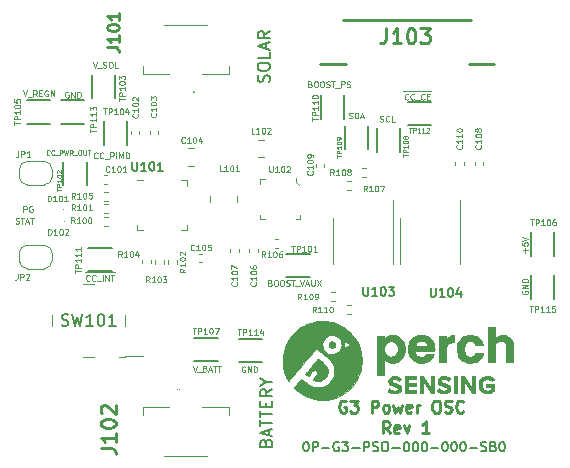
<source format=gbr>
%TF.GenerationSoftware,KiCad,Pcbnew,(5.1.12-1-10_14)*%
%TF.CreationDate,2022-02-15T12:54:36-08:00*%
%TF.ProjectId,g3_power,67335f70-6f77-4657-922e-6b696361645f,rev?*%
%TF.SameCoordinates,Original*%
%TF.FileFunction,Legend,Top*%
%TF.FilePolarity,Positive*%
%FSLAX46Y46*%
G04 Gerber Fmt 4.6, Leading zero omitted, Abs format (unit mm)*
G04 Created by KiCad (PCBNEW (5.1.12-1-10_14)) date 2022-02-15 12:54:36*
%MOMM*%
%LPD*%
G01*
G04 APERTURE LIST*
%ADD10C,0.150000*%
%ADD11C,0.100000*%
%ADD12C,0.250000*%
%ADD13C,0.200000*%
%ADD14C,0.127000*%
%ADD15C,0.120000*%
%ADD16C,0.010000*%
%ADD17C,0.254000*%
G04 APERTURE END LIST*
D10*
X234147142Y-107031904D02*
X234223333Y-107031904D01*
X234299523Y-107070000D01*
X234337619Y-107108095D01*
X234375714Y-107184285D01*
X234413809Y-107336666D01*
X234413809Y-107527142D01*
X234375714Y-107679523D01*
X234337619Y-107755714D01*
X234299523Y-107793809D01*
X234223333Y-107831904D01*
X234147142Y-107831904D01*
X234070952Y-107793809D01*
X234032857Y-107755714D01*
X233994761Y-107679523D01*
X233956666Y-107527142D01*
X233956666Y-107336666D01*
X233994761Y-107184285D01*
X234032857Y-107108095D01*
X234070952Y-107070000D01*
X234147142Y-107031904D01*
X234756666Y-107831904D02*
X234756666Y-107031904D01*
X235061428Y-107031904D01*
X235137619Y-107070000D01*
X235175714Y-107108095D01*
X235213809Y-107184285D01*
X235213809Y-107298571D01*
X235175714Y-107374761D01*
X235137619Y-107412857D01*
X235061428Y-107450952D01*
X234756666Y-107450952D01*
X235556666Y-107527142D02*
X236166190Y-107527142D01*
X236966190Y-107070000D02*
X236890000Y-107031904D01*
X236775714Y-107031904D01*
X236661428Y-107070000D01*
X236585238Y-107146190D01*
X236547142Y-107222380D01*
X236509047Y-107374761D01*
X236509047Y-107489047D01*
X236547142Y-107641428D01*
X236585238Y-107717619D01*
X236661428Y-107793809D01*
X236775714Y-107831904D01*
X236851904Y-107831904D01*
X236966190Y-107793809D01*
X237004285Y-107755714D01*
X237004285Y-107489047D01*
X236851904Y-107489047D01*
X237270952Y-107031904D02*
X237766190Y-107031904D01*
X237499523Y-107336666D01*
X237613809Y-107336666D01*
X237690000Y-107374761D01*
X237728095Y-107412857D01*
X237766190Y-107489047D01*
X237766190Y-107679523D01*
X237728095Y-107755714D01*
X237690000Y-107793809D01*
X237613809Y-107831904D01*
X237385238Y-107831904D01*
X237309047Y-107793809D01*
X237270952Y-107755714D01*
X238109047Y-107527142D02*
X238718571Y-107527142D01*
X239099523Y-107831904D02*
X239099523Y-107031904D01*
X239404285Y-107031904D01*
X239480476Y-107070000D01*
X239518571Y-107108095D01*
X239556666Y-107184285D01*
X239556666Y-107298571D01*
X239518571Y-107374761D01*
X239480476Y-107412857D01*
X239404285Y-107450952D01*
X239099523Y-107450952D01*
X239861428Y-107793809D02*
X239975714Y-107831904D01*
X240166190Y-107831904D01*
X240242380Y-107793809D01*
X240280476Y-107755714D01*
X240318571Y-107679523D01*
X240318571Y-107603333D01*
X240280476Y-107527142D01*
X240242380Y-107489047D01*
X240166190Y-107450952D01*
X240013809Y-107412857D01*
X239937619Y-107374761D01*
X239899523Y-107336666D01*
X239861428Y-107260476D01*
X239861428Y-107184285D01*
X239899523Y-107108095D01*
X239937619Y-107070000D01*
X240013809Y-107031904D01*
X240204285Y-107031904D01*
X240318571Y-107070000D01*
X240813809Y-107031904D02*
X240966190Y-107031904D01*
X241042380Y-107070000D01*
X241118571Y-107146190D01*
X241156666Y-107298571D01*
X241156666Y-107565238D01*
X241118571Y-107717619D01*
X241042380Y-107793809D01*
X240966190Y-107831904D01*
X240813809Y-107831904D01*
X240737619Y-107793809D01*
X240661428Y-107717619D01*
X240623333Y-107565238D01*
X240623333Y-107298571D01*
X240661428Y-107146190D01*
X240737619Y-107070000D01*
X240813809Y-107031904D01*
X241499523Y-107527142D02*
X242109047Y-107527142D01*
X242642380Y-107031904D02*
X242718571Y-107031904D01*
X242794761Y-107070000D01*
X242832857Y-107108095D01*
X242870952Y-107184285D01*
X242909047Y-107336666D01*
X242909047Y-107527142D01*
X242870952Y-107679523D01*
X242832857Y-107755714D01*
X242794761Y-107793809D01*
X242718571Y-107831904D01*
X242642380Y-107831904D01*
X242566190Y-107793809D01*
X242528095Y-107755714D01*
X242490000Y-107679523D01*
X242451904Y-107527142D01*
X242451904Y-107336666D01*
X242490000Y-107184285D01*
X242528095Y-107108095D01*
X242566190Y-107070000D01*
X242642380Y-107031904D01*
X243404285Y-107031904D02*
X243480476Y-107031904D01*
X243556666Y-107070000D01*
X243594761Y-107108095D01*
X243632857Y-107184285D01*
X243670952Y-107336666D01*
X243670952Y-107527142D01*
X243632857Y-107679523D01*
X243594761Y-107755714D01*
X243556666Y-107793809D01*
X243480476Y-107831904D01*
X243404285Y-107831904D01*
X243328095Y-107793809D01*
X243290000Y-107755714D01*
X243251904Y-107679523D01*
X243213809Y-107527142D01*
X243213809Y-107336666D01*
X243251904Y-107184285D01*
X243290000Y-107108095D01*
X243328095Y-107070000D01*
X243404285Y-107031904D01*
X244166190Y-107031904D02*
X244242380Y-107031904D01*
X244318571Y-107070000D01*
X244356666Y-107108095D01*
X244394761Y-107184285D01*
X244432857Y-107336666D01*
X244432857Y-107527142D01*
X244394761Y-107679523D01*
X244356666Y-107755714D01*
X244318571Y-107793809D01*
X244242380Y-107831904D01*
X244166190Y-107831904D01*
X244090000Y-107793809D01*
X244051904Y-107755714D01*
X244013809Y-107679523D01*
X243975714Y-107527142D01*
X243975714Y-107336666D01*
X244013809Y-107184285D01*
X244051904Y-107108095D01*
X244090000Y-107070000D01*
X244166190Y-107031904D01*
X244775714Y-107527142D02*
X245385238Y-107527142D01*
X245918571Y-107031904D02*
X245994761Y-107031904D01*
X246070952Y-107070000D01*
X246109047Y-107108095D01*
X246147142Y-107184285D01*
X246185238Y-107336666D01*
X246185238Y-107527142D01*
X246147142Y-107679523D01*
X246109047Y-107755714D01*
X246070952Y-107793809D01*
X245994761Y-107831904D01*
X245918571Y-107831904D01*
X245842380Y-107793809D01*
X245804285Y-107755714D01*
X245766190Y-107679523D01*
X245728095Y-107527142D01*
X245728095Y-107336666D01*
X245766190Y-107184285D01*
X245804285Y-107108095D01*
X245842380Y-107070000D01*
X245918571Y-107031904D01*
X246680476Y-107031904D02*
X246756666Y-107031904D01*
X246832857Y-107070000D01*
X246870952Y-107108095D01*
X246909047Y-107184285D01*
X246947142Y-107336666D01*
X246947142Y-107527142D01*
X246909047Y-107679523D01*
X246870952Y-107755714D01*
X246832857Y-107793809D01*
X246756666Y-107831904D01*
X246680476Y-107831904D01*
X246604285Y-107793809D01*
X246566190Y-107755714D01*
X246528095Y-107679523D01*
X246489999Y-107527142D01*
X246489999Y-107336666D01*
X246528095Y-107184285D01*
X246566190Y-107108095D01*
X246604285Y-107070000D01*
X246680476Y-107031904D01*
X247442380Y-107031904D02*
X247518571Y-107031904D01*
X247594761Y-107070000D01*
X247632857Y-107108095D01*
X247670952Y-107184285D01*
X247709047Y-107336666D01*
X247709047Y-107527142D01*
X247670952Y-107679523D01*
X247632857Y-107755714D01*
X247594761Y-107793809D01*
X247518571Y-107831904D01*
X247442380Y-107831904D01*
X247366190Y-107793809D01*
X247328095Y-107755714D01*
X247289999Y-107679523D01*
X247251904Y-107527142D01*
X247251904Y-107336666D01*
X247289999Y-107184285D01*
X247328095Y-107108095D01*
X247366190Y-107070000D01*
X247442380Y-107031904D01*
X248051904Y-107527142D02*
X248661428Y-107527142D01*
X249004285Y-107793809D02*
X249118571Y-107831904D01*
X249309047Y-107831904D01*
X249385238Y-107793809D01*
X249423333Y-107755714D01*
X249461428Y-107679523D01*
X249461428Y-107603333D01*
X249423333Y-107527142D01*
X249385238Y-107489047D01*
X249309047Y-107450952D01*
X249156666Y-107412857D01*
X249080476Y-107374761D01*
X249042380Y-107336666D01*
X249004285Y-107260476D01*
X249004285Y-107184285D01*
X249042380Y-107108095D01*
X249080476Y-107070000D01*
X249156666Y-107031904D01*
X249347142Y-107031904D01*
X249461428Y-107070000D01*
X250070952Y-107412857D02*
X250185238Y-107450952D01*
X250223333Y-107489047D01*
X250261428Y-107565238D01*
X250261428Y-107679523D01*
X250223333Y-107755714D01*
X250185238Y-107793809D01*
X250109047Y-107831904D01*
X249804285Y-107831904D01*
X249804285Y-107031904D01*
X250070952Y-107031904D01*
X250147142Y-107070000D01*
X250185238Y-107108095D01*
X250223333Y-107184285D01*
X250223333Y-107260476D01*
X250185238Y-107336666D01*
X250147142Y-107374761D01*
X250070952Y-107412857D01*
X249804285Y-107412857D01*
X250756666Y-107031904D02*
X250832857Y-107031904D01*
X250909047Y-107070000D01*
X250947142Y-107108095D01*
X250985238Y-107184285D01*
X251023333Y-107336666D01*
X251023333Y-107527142D01*
X250985238Y-107679523D01*
X250947142Y-107755714D01*
X250909047Y-107793809D01*
X250832857Y-107831904D01*
X250756666Y-107831904D01*
X250680476Y-107793809D01*
X250642380Y-107755714D01*
X250604285Y-107679523D01*
X250566190Y-107527142D01*
X250566190Y-107336666D01*
X250604285Y-107184285D01*
X250642380Y-107108095D01*
X250680476Y-107070000D01*
X250756666Y-107031904D01*
D11*
X212469047Y-82692857D02*
X212450000Y-82711904D01*
X212392857Y-82730952D01*
X212354761Y-82730952D01*
X212297619Y-82711904D01*
X212259523Y-82673809D01*
X212240476Y-82635714D01*
X212221428Y-82559523D01*
X212221428Y-82502380D01*
X212240476Y-82426190D01*
X212259523Y-82388095D01*
X212297619Y-82350000D01*
X212354761Y-82330952D01*
X212392857Y-82330952D01*
X212450000Y-82350000D01*
X212469047Y-82369047D01*
X212869047Y-82692857D02*
X212850000Y-82711904D01*
X212792857Y-82730952D01*
X212754761Y-82730952D01*
X212697619Y-82711904D01*
X212659523Y-82673809D01*
X212640476Y-82635714D01*
X212621428Y-82559523D01*
X212621428Y-82502380D01*
X212640476Y-82426190D01*
X212659523Y-82388095D01*
X212697619Y-82350000D01*
X212754761Y-82330952D01*
X212792857Y-82330952D01*
X212850000Y-82350000D01*
X212869047Y-82369047D01*
X212945238Y-82769047D02*
X213250000Y-82769047D01*
X213345238Y-82730952D02*
X213345238Y-82330952D01*
X213497619Y-82330952D01*
X213535714Y-82350000D01*
X213554761Y-82369047D01*
X213573809Y-82407142D01*
X213573809Y-82464285D01*
X213554761Y-82502380D01*
X213535714Y-82521428D01*
X213497619Y-82540476D01*
X213345238Y-82540476D01*
X213707142Y-82330952D02*
X213802380Y-82730952D01*
X213878571Y-82445238D01*
X213954761Y-82730952D01*
X214050000Y-82330952D01*
X214430952Y-82730952D02*
X214297619Y-82540476D01*
X214202380Y-82730952D02*
X214202380Y-82330952D01*
X214354761Y-82330952D01*
X214392857Y-82350000D01*
X214411904Y-82369047D01*
X214430952Y-82407142D01*
X214430952Y-82464285D01*
X214411904Y-82502380D01*
X214392857Y-82521428D01*
X214354761Y-82540476D01*
X214202380Y-82540476D01*
X214507142Y-82769047D02*
X214811904Y-82769047D01*
X214983333Y-82330952D02*
X215059523Y-82330952D01*
X215097619Y-82350000D01*
X215135714Y-82388095D01*
X215154761Y-82464285D01*
X215154761Y-82597619D01*
X215135714Y-82673809D01*
X215097619Y-82711904D01*
X215059523Y-82730952D01*
X214983333Y-82730952D01*
X214945238Y-82711904D01*
X214907142Y-82673809D01*
X214888095Y-82597619D01*
X214888095Y-82464285D01*
X214907142Y-82388095D01*
X214945238Y-82350000D01*
X214983333Y-82330952D01*
X215326190Y-82330952D02*
X215326190Y-82654761D01*
X215345238Y-82692857D01*
X215364285Y-82711904D01*
X215402380Y-82730952D01*
X215478571Y-82730952D01*
X215516666Y-82711904D01*
X215535714Y-82692857D01*
X215554761Y-82654761D01*
X215554761Y-82330952D01*
X215688095Y-82330952D02*
X215916666Y-82330952D01*
X215802380Y-82730952D02*
X215802380Y-82330952D01*
X215463095Y-92685000D02*
X215963095Y-92685000D01*
X215867857Y-93353571D02*
X215844047Y-93377380D01*
X215772619Y-93401190D01*
X215725000Y-93401190D01*
X215653571Y-93377380D01*
X215605952Y-93329761D01*
X215582142Y-93282142D01*
X215558333Y-93186904D01*
X215558333Y-93115476D01*
X215582142Y-93020238D01*
X215605952Y-92972619D01*
X215653571Y-92925000D01*
X215725000Y-92901190D01*
X215772619Y-92901190D01*
X215844047Y-92925000D01*
X215867857Y-92948809D01*
X215963095Y-92685000D02*
X216463095Y-92685000D01*
X216367857Y-93353571D02*
X216344047Y-93377380D01*
X216272619Y-93401190D01*
X216225000Y-93401190D01*
X216153571Y-93377380D01*
X216105952Y-93329761D01*
X216082142Y-93282142D01*
X216058333Y-93186904D01*
X216058333Y-93115476D01*
X216082142Y-93020238D01*
X216105952Y-92972619D01*
X216153571Y-92925000D01*
X216225000Y-92901190D01*
X216272619Y-92901190D01*
X216344047Y-92925000D01*
X216367857Y-92948809D01*
X216463095Y-92685000D02*
X216844047Y-92685000D01*
X216463095Y-93448809D02*
X216844047Y-93448809D01*
X216844047Y-92685000D02*
X217082142Y-92685000D01*
X216963095Y-93401190D02*
X216963095Y-92901190D01*
X217082142Y-92685000D02*
X217605952Y-92685000D01*
X217201190Y-93401190D02*
X217201190Y-92901190D01*
X217486904Y-93401190D01*
X217486904Y-92901190D01*
X217605952Y-92685000D02*
X217986904Y-92685000D01*
X217653571Y-92901190D02*
X217939285Y-92901190D01*
X217796428Y-93401190D02*
X217796428Y-92901190D01*
X216534523Y-82978571D02*
X216510714Y-83002380D01*
X216439285Y-83026190D01*
X216391666Y-83026190D01*
X216320238Y-83002380D01*
X216272619Y-82954761D01*
X216248809Y-82907142D01*
X216225000Y-82811904D01*
X216225000Y-82740476D01*
X216248809Y-82645238D01*
X216272619Y-82597619D01*
X216320238Y-82550000D01*
X216391666Y-82526190D01*
X216439285Y-82526190D01*
X216510714Y-82550000D01*
X216534523Y-82573809D01*
X217034523Y-82978571D02*
X217010714Y-83002380D01*
X216939285Y-83026190D01*
X216891666Y-83026190D01*
X216820238Y-83002380D01*
X216772619Y-82954761D01*
X216748809Y-82907142D01*
X216725000Y-82811904D01*
X216725000Y-82740476D01*
X216748809Y-82645238D01*
X216772619Y-82597619D01*
X216820238Y-82550000D01*
X216891666Y-82526190D01*
X216939285Y-82526190D01*
X217010714Y-82550000D01*
X217034523Y-82573809D01*
X217129761Y-83073809D02*
X217510714Y-83073809D01*
X217629761Y-83026190D02*
X217629761Y-82526190D01*
X217820238Y-82526190D01*
X217867857Y-82550000D01*
X217891666Y-82573809D01*
X217915476Y-82621428D01*
X217915476Y-82692857D01*
X217891666Y-82740476D01*
X217867857Y-82764285D01*
X217820238Y-82788095D01*
X217629761Y-82788095D01*
X218129761Y-83026190D02*
X218129761Y-82526190D01*
X218367857Y-83026190D02*
X218367857Y-82526190D01*
X218534523Y-82883333D01*
X218701190Y-82526190D01*
X218701190Y-83026190D01*
X218939285Y-83026190D02*
X218939285Y-82526190D01*
X219058333Y-82526190D01*
X219129761Y-82550000D01*
X219177380Y-82597619D01*
X219201190Y-82645238D01*
X219225000Y-82740476D01*
X219225000Y-82811904D01*
X219201190Y-82907142D01*
X219177380Y-82954761D01*
X219129761Y-83002380D01*
X219058333Y-83026190D01*
X218939285Y-83026190D01*
X237842857Y-79627380D02*
X237914285Y-79651190D01*
X238033333Y-79651190D01*
X238080952Y-79627380D01*
X238104761Y-79603571D01*
X238128571Y-79555952D01*
X238128571Y-79508333D01*
X238104761Y-79460714D01*
X238080952Y-79436904D01*
X238033333Y-79413095D01*
X237938095Y-79389285D01*
X237890476Y-79365476D01*
X237866666Y-79341666D01*
X237842857Y-79294047D01*
X237842857Y-79246428D01*
X237866666Y-79198809D01*
X237890476Y-79175000D01*
X237938095Y-79151190D01*
X238057142Y-79151190D01*
X238128571Y-79175000D01*
X238342857Y-79651190D02*
X238342857Y-79151190D01*
X238461904Y-79151190D01*
X238533333Y-79175000D01*
X238580952Y-79222619D01*
X238604761Y-79270238D01*
X238628571Y-79365476D01*
X238628571Y-79436904D01*
X238604761Y-79532142D01*
X238580952Y-79579761D01*
X238533333Y-79627380D01*
X238461904Y-79651190D01*
X238342857Y-79651190D01*
X238819047Y-79508333D02*
X239057142Y-79508333D01*
X238771428Y-79651190D02*
X238938095Y-79151190D01*
X239104761Y-79651190D01*
X240454761Y-79902380D02*
X240526190Y-79926190D01*
X240645238Y-79926190D01*
X240692857Y-79902380D01*
X240716666Y-79878571D01*
X240740476Y-79830952D01*
X240740476Y-79783333D01*
X240716666Y-79735714D01*
X240692857Y-79711904D01*
X240645238Y-79688095D01*
X240550000Y-79664285D01*
X240502380Y-79640476D01*
X240478571Y-79616666D01*
X240454761Y-79569047D01*
X240454761Y-79521428D01*
X240478571Y-79473809D01*
X240502380Y-79450000D01*
X240550000Y-79426190D01*
X240669047Y-79426190D01*
X240740476Y-79450000D01*
X241240476Y-79878571D02*
X241216666Y-79902380D01*
X241145238Y-79926190D01*
X241097619Y-79926190D01*
X241026190Y-79902380D01*
X240978571Y-79854761D01*
X240954761Y-79807142D01*
X240930952Y-79711904D01*
X240930952Y-79640476D01*
X240954761Y-79545238D01*
X240978571Y-79497619D01*
X241026190Y-79450000D01*
X241097619Y-79426190D01*
X241145238Y-79426190D01*
X241216666Y-79450000D01*
X241240476Y-79473809D01*
X241692857Y-79926190D02*
X241454761Y-79926190D01*
X241454761Y-79426190D01*
X231164285Y-93564285D02*
X231235714Y-93588095D01*
X231259523Y-93611904D01*
X231283333Y-93659523D01*
X231283333Y-93730952D01*
X231259523Y-93778571D01*
X231235714Y-93802380D01*
X231188095Y-93826190D01*
X230997619Y-93826190D01*
X230997619Y-93326190D01*
X231164285Y-93326190D01*
X231211904Y-93350000D01*
X231235714Y-93373809D01*
X231259523Y-93421428D01*
X231259523Y-93469047D01*
X231235714Y-93516666D01*
X231211904Y-93540476D01*
X231164285Y-93564285D01*
X230997619Y-93564285D01*
X231592857Y-93326190D02*
X231688095Y-93326190D01*
X231735714Y-93350000D01*
X231783333Y-93397619D01*
X231807142Y-93492857D01*
X231807142Y-93659523D01*
X231783333Y-93754761D01*
X231735714Y-93802380D01*
X231688095Y-93826190D01*
X231592857Y-93826190D01*
X231545238Y-93802380D01*
X231497619Y-93754761D01*
X231473809Y-93659523D01*
X231473809Y-93492857D01*
X231497619Y-93397619D01*
X231545238Y-93350000D01*
X231592857Y-93326190D01*
X232116666Y-93326190D02*
X232211904Y-93326190D01*
X232259523Y-93350000D01*
X232307142Y-93397619D01*
X232330952Y-93492857D01*
X232330952Y-93659523D01*
X232307142Y-93754761D01*
X232259523Y-93802380D01*
X232211904Y-93826190D01*
X232116666Y-93826190D01*
X232069047Y-93802380D01*
X232021428Y-93754761D01*
X231997619Y-93659523D01*
X231997619Y-93492857D01*
X232021428Y-93397619D01*
X232069047Y-93350000D01*
X232116666Y-93326190D01*
X232521428Y-93802380D02*
X232592857Y-93826190D01*
X232711904Y-93826190D01*
X232759523Y-93802380D01*
X232783333Y-93778571D01*
X232807142Y-93730952D01*
X232807142Y-93683333D01*
X232783333Y-93635714D01*
X232759523Y-93611904D01*
X232711904Y-93588095D01*
X232616666Y-93564285D01*
X232569047Y-93540476D01*
X232545238Y-93516666D01*
X232521428Y-93469047D01*
X232521428Y-93421428D01*
X232545238Y-93373809D01*
X232569047Y-93350000D01*
X232616666Y-93326190D01*
X232735714Y-93326190D01*
X232807142Y-93350000D01*
X232950000Y-93326190D02*
X233235714Y-93326190D01*
X233092857Y-93826190D02*
X233092857Y-93326190D01*
X233283333Y-93873809D02*
X233664285Y-93873809D01*
X233711904Y-93326190D02*
X233878571Y-93826190D01*
X234045238Y-93326190D01*
X234188095Y-93683333D02*
X234426190Y-93683333D01*
X234140476Y-93826190D02*
X234307142Y-93326190D01*
X234473809Y-93826190D01*
X234640476Y-93326190D02*
X234640476Y-93730952D01*
X234664285Y-93778571D01*
X234688095Y-93802380D01*
X234735714Y-93826190D01*
X234830952Y-93826190D01*
X234878571Y-93802380D01*
X234902380Y-93778571D01*
X234926190Y-93730952D01*
X234926190Y-93326190D01*
X235116666Y-93326190D02*
X235450000Y-93826190D01*
X235450000Y-93326190D02*
X235116666Y-93826190D01*
X242433333Y-77335000D02*
X242933333Y-77335000D01*
X242838095Y-78003571D02*
X242814285Y-78027380D01*
X242742857Y-78051190D01*
X242695238Y-78051190D01*
X242623809Y-78027380D01*
X242576190Y-77979761D01*
X242552380Y-77932142D01*
X242528571Y-77836904D01*
X242528571Y-77765476D01*
X242552380Y-77670238D01*
X242576190Y-77622619D01*
X242623809Y-77575000D01*
X242695238Y-77551190D01*
X242742857Y-77551190D01*
X242814285Y-77575000D01*
X242838095Y-77598809D01*
X242933333Y-77335000D02*
X243433333Y-77335000D01*
X243338095Y-78003571D02*
X243314285Y-78027380D01*
X243242857Y-78051190D01*
X243195238Y-78051190D01*
X243123809Y-78027380D01*
X243076190Y-77979761D01*
X243052380Y-77932142D01*
X243028571Y-77836904D01*
X243028571Y-77765476D01*
X243052380Y-77670238D01*
X243076190Y-77622619D01*
X243123809Y-77575000D01*
X243195238Y-77551190D01*
X243242857Y-77551190D01*
X243314285Y-77575000D01*
X243338095Y-77598809D01*
X243433333Y-77335000D02*
X243814285Y-77335000D01*
X243433333Y-78098809D02*
X243814285Y-78098809D01*
X243814285Y-77335000D02*
X244314285Y-77335000D01*
X244219047Y-78003571D02*
X244195238Y-78027380D01*
X244123809Y-78051190D01*
X244076190Y-78051190D01*
X244004761Y-78027380D01*
X243957142Y-77979761D01*
X243933333Y-77932142D01*
X243909523Y-77836904D01*
X243909523Y-77765476D01*
X243933333Y-77670238D01*
X243957142Y-77622619D01*
X244004761Y-77575000D01*
X244076190Y-77551190D01*
X244123809Y-77551190D01*
X244195238Y-77575000D01*
X244219047Y-77598809D01*
X244314285Y-77335000D02*
X244766666Y-77335000D01*
X244433333Y-77789285D02*
X244600000Y-77789285D01*
X244671428Y-78051190D02*
X244433333Y-78051190D01*
X244433333Y-77551190D01*
X244671428Y-77551190D01*
X234554761Y-76739285D02*
X234626190Y-76763095D01*
X234650000Y-76786904D01*
X234673809Y-76834523D01*
X234673809Y-76905952D01*
X234650000Y-76953571D01*
X234626190Y-76977380D01*
X234578571Y-77001190D01*
X234388095Y-77001190D01*
X234388095Y-76501190D01*
X234554761Y-76501190D01*
X234602380Y-76525000D01*
X234626190Y-76548809D01*
X234650000Y-76596428D01*
X234650000Y-76644047D01*
X234626190Y-76691666D01*
X234602380Y-76715476D01*
X234554761Y-76739285D01*
X234388095Y-76739285D01*
X234983333Y-76501190D02*
X235078571Y-76501190D01*
X235126190Y-76525000D01*
X235173809Y-76572619D01*
X235197619Y-76667857D01*
X235197619Y-76834523D01*
X235173809Y-76929761D01*
X235126190Y-76977380D01*
X235078571Y-77001190D01*
X234983333Y-77001190D01*
X234935714Y-76977380D01*
X234888095Y-76929761D01*
X234864285Y-76834523D01*
X234864285Y-76667857D01*
X234888095Y-76572619D01*
X234935714Y-76525000D01*
X234983333Y-76501190D01*
X235507142Y-76501190D02*
X235602380Y-76501190D01*
X235650000Y-76525000D01*
X235697619Y-76572619D01*
X235721428Y-76667857D01*
X235721428Y-76834523D01*
X235697619Y-76929761D01*
X235650000Y-76977380D01*
X235602380Y-77001190D01*
X235507142Y-77001190D01*
X235459523Y-76977380D01*
X235411904Y-76929761D01*
X235388095Y-76834523D01*
X235388095Y-76667857D01*
X235411904Y-76572619D01*
X235459523Y-76525000D01*
X235507142Y-76501190D01*
X235911904Y-76977380D02*
X235983333Y-77001190D01*
X236102380Y-77001190D01*
X236150000Y-76977380D01*
X236173809Y-76953571D01*
X236197619Y-76905952D01*
X236197619Y-76858333D01*
X236173809Y-76810714D01*
X236150000Y-76786904D01*
X236102380Y-76763095D01*
X236007142Y-76739285D01*
X235959523Y-76715476D01*
X235935714Y-76691666D01*
X235911904Y-76644047D01*
X235911904Y-76596428D01*
X235935714Y-76548809D01*
X235959523Y-76525000D01*
X236007142Y-76501190D01*
X236126190Y-76501190D01*
X236197619Y-76525000D01*
X236340476Y-76501190D02*
X236626190Y-76501190D01*
X236483333Y-77001190D02*
X236483333Y-76501190D01*
X236673809Y-77048809D02*
X237054761Y-77048809D01*
X237173809Y-77001190D02*
X237173809Y-76501190D01*
X237364285Y-76501190D01*
X237411904Y-76525000D01*
X237435714Y-76548809D01*
X237459523Y-76596428D01*
X237459523Y-76667857D01*
X237435714Y-76715476D01*
X237411904Y-76739285D01*
X237364285Y-76763095D01*
X237173809Y-76763095D01*
X237650000Y-76977380D02*
X237721428Y-77001190D01*
X237840476Y-77001190D01*
X237888095Y-76977380D01*
X237911904Y-76953571D01*
X237935714Y-76905952D01*
X237935714Y-76858333D01*
X237911904Y-76810714D01*
X237888095Y-76786904D01*
X237840476Y-76763095D01*
X237745238Y-76739285D01*
X237697619Y-76715476D01*
X237673809Y-76691666D01*
X237650000Y-76644047D01*
X237650000Y-76596428D01*
X237673809Y-76548809D01*
X237697619Y-76525000D01*
X237745238Y-76501190D01*
X237864285Y-76501190D01*
X237935714Y-76525000D01*
X216140476Y-74851190D02*
X216307142Y-75351190D01*
X216473809Y-74851190D01*
X216521428Y-75398809D02*
X216902380Y-75398809D01*
X216997619Y-75327380D02*
X217069047Y-75351190D01*
X217188095Y-75351190D01*
X217235714Y-75327380D01*
X217259523Y-75303571D01*
X217283333Y-75255952D01*
X217283333Y-75208333D01*
X217259523Y-75160714D01*
X217235714Y-75136904D01*
X217188095Y-75113095D01*
X217092857Y-75089285D01*
X217045238Y-75065476D01*
X217021428Y-75041666D01*
X216997619Y-74994047D01*
X216997619Y-74946428D01*
X217021428Y-74898809D01*
X217045238Y-74875000D01*
X217092857Y-74851190D01*
X217211904Y-74851190D01*
X217283333Y-74875000D01*
X217592857Y-74851190D02*
X217688095Y-74851190D01*
X217735714Y-74875000D01*
X217783333Y-74922619D01*
X217807142Y-75017857D01*
X217807142Y-75184523D01*
X217783333Y-75279761D01*
X217735714Y-75327380D01*
X217688095Y-75351190D01*
X217592857Y-75351190D01*
X217545238Y-75327380D01*
X217497619Y-75279761D01*
X217473809Y-75184523D01*
X217473809Y-75017857D01*
X217497619Y-74922619D01*
X217545238Y-74875000D01*
X217592857Y-74851190D01*
X218259523Y-75351190D02*
X218021428Y-75351190D01*
X218021428Y-74851190D01*
X214069047Y-77400000D02*
X214021428Y-77376190D01*
X213950000Y-77376190D01*
X213878571Y-77400000D01*
X213830952Y-77447619D01*
X213807142Y-77495238D01*
X213783333Y-77590476D01*
X213783333Y-77661904D01*
X213807142Y-77757142D01*
X213830952Y-77804761D01*
X213878571Y-77852380D01*
X213950000Y-77876190D01*
X213997619Y-77876190D01*
X214069047Y-77852380D01*
X214092857Y-77828571D01*
X214092857Y-77661904D01*
X213997619Y-77661904D01*
X214307142Y-77876190D02*
X214307142Y-77376190D01*
X214592857Y-77876190D01*
X214592857Y-77376190D01*
X214830952Y-77876190D02*
X214830952Y-77376190D01*
X214950000Y-77376190D01*
X215021428Y-77400000D01*
X215069047Y-77447619D01*
X215092857Y-77495238D01*
X215116666Y-77590476D01*
X215116666Y-77661904D01*
X215092857Y-77757142D01*
X215069047Y-77804761D01*
X215021428Y-77852380D01*
X214950000Y-77876190D01*
X214830952Y-77876190D01*
X210229761Y-77276190D02*
X210396428Y-77776190D01*
X210563095Y-77276190D01*
X210610714Y-77823809D02*
X210991666Y-77823809D01*
X211396428Y-77776190D02*
X211229761Y-77538095D01*
X211110714Y-77776190D02*
X211110714Y-77276190D01*
X211301190Y-77276190D01*
X211348809Y-77300000D01*
X211372619Y-77323809D01*
X211396428Y-77371428D01*
X211396428Y-77442857D01*
X211372619Y-77490476D01*
X211348809Y-77514285D01*
X211301190Y-77538095D01*
X211110714Y-77538095D01*
X211610714Y-77514285D02*
X211777380Y-77514285D01*
X211848809Y-77776190D02*
X211610714Y-77776190D01*
X211610714Y-77276190D01*
X211848809Y-77276190D01*
X212325000Y-77300000D02*
X212277380Y-77276190D01*
X212205952Y-77276190D01*
X212134523Y-77300000D01*
X212086904Y-77347619D01*
X212063095Y-77395238D01*
X212039285Y-77490476D01*
X212039285Y-77561904D01*
X212063095Y-77657142D01*
X212086904Y-77704761D01*
X212134523Y-77752380D01*
X212205952Y-77776190D01*
X212253571Y-77776190D01*
X212325000Y-77752380D01*
X212348809Y-77728571D01*
X212348809Y-77561904D01*
X212253571Y-77561904D01*
X212563095Y-77776190D02*
X212563095Y-77276190D01*
X212848809Y-77776190D01*
X212848809Y-77276190D01*
X229019047Y-100650000D02*
X228971428Y-100626190D01*
X228900000Y-100626190D01*
X228828571Y-100650000D01*
X228780952Y-100697619D01*
X228757142Y-100745238D01*
X228733333Y-100840476D01*
X228733333Y-100911904D01*
X228757142Y-101007142D01*
X228780952Y-101054761D01*
X228828571Y-101102380D01*
X228900000Y-101126190D01*
X228947619Y-101126190D01*
X229019047Y-101102380D01*
X229042857Y-101078571D01*
X229042857Y-100911904D01*
X228947619Y-100911904D01*
X229257142Y-101126190D02*
X229257142Y-100626190D01*
X229542857Y-101126190D01*
X229542857Y-100626190D01*
X229780952Y-101126190D02*
X229780952Y-100626190D01*
X229900000Y-100626190D01*
X229971428Y-100650000D01*
X230019047Y-100697619D01*
X230042857Y-100745238D01*
X230066666Y-100840476D01*
X230066666Y-100911904D01*
X230042857Y-101007142D01*
X230019047Y-101054761D01*
X229971428Y-101102380D01*
X229900000Y-101126190D01*
X229780952Y-101126190D01*
X224597619Y-100576190D02*
X224764285Y-101076190D01*
X224930952Y-100576190D01*
X224978571Y-101123809D02*
X225359523Y-101123809D01*
X225645238Y-100814285D02*
X225716666Y-100838095D01*
X225740476Y-100861904D01*
X225764285Y-100909523D01*
X225764285Y-100980952D01*
X225740476Y-101028571D01*
X225716666Y-101052380D01*
X225669047Y-101076190D01*
X225478571Y-101076190D01*
X225478571Y-100576190D01*
X225645238Y-100576190D01*
X225692857Y-100600000D01*
X225716666Y-100623809D01*
X225740476Y-100671428D01*
X225740476Y-100719047D01*
X225716666Y-100766666D01*
X225692857Y-100790476D01*
X225645238Y-100814285D01*
X225478571Y-100814285D01*
X225954761Y-100933333D02*
X226192857Y-100933333D01*
X225907142Y-101076190D02*
X226073809Y-100576190D01*
X226240476Y-101076190D01*
X226335714Y-100576190D02*
X226621428Y-100576190D01*
X226478571Y-101076190D02*
X226478571Y-100576190D01*
X226716666Y-100576190D02*
X227002380Y-100576190D01*
X226859523Y-101076190D02*
X226859523Y-100576190D01*
X252500000Y-94255952D02*
X252476190Y-94303571D01*
X252476190Y-94375000D01*
X252500000Y-94446428D01*
X252547619Y-94494047D01*
X252595238Y-94517857D01*
X252690476Y-94541666D01*
X252761904Y-94541666D01*
X252857142Y-94517857D01*
X252904761Y-94494047D01*
X252952380Y-94446428D01*
X252976190Y-94375000D01*
X252976190Y-94327380D01*
X252952380Y-94255952D01*
X252928571Y-94232142D01*
X252761904Y-94232142D01*
X252761904Y-94327380D01*
X252976190Y-94017857D02*
X252476190Y-94017857D01*
X252976190Y-93732142D01*
X252476190Y-93732142D01*
X252976190Y-93494047D02*
X252476190Y-93494047D01*
X252476190Y-93375000D01*
X252500000Y-93303571D01*
X252547619Y-93255952D01*
X252595238Y-93232142D01*
X252690476Y-93208333D01*
X252761904Y-93208333D01*
X252857142Y-93232142D01*
X252904761Y-93255952D01*
X252952380Y-93303571D01*
X252976190Y-93375000D01*
X252976190Y-93494047D01*
X252760714Y-91017857D02*
X252760714Y-90636904D01*
X252951190Y-90827380D02*
X252570238Y-90827380D01*
X252451190Y-90160714D02*
X252451190Y-90398809D01*
X252689285Y-90422619D01*
X252665476Y-90398809D01*
X252641666Y-90351190D01*
X252641666Y-90232142D01*
X252665476Y-90184523D01*
X252689285Y-90160714D01*
X252736904Y-90136904D01*
X252855952Y-90136904D01*
X252903571Y-90160714D01*
X252927380Y-90184523D01*
X252951190Y-90232142D01*
X252951190Y-90351190D01*
X252927380Y-90398809D01*
X252903571Y-90422619D01*
X252451190Y-89994047D02*
X252951190Y-89827380D01*
X252451190Y-89660714D01*
D12*
X237558571Y-103595000D02*
X237463333Y-103547380D01*
X237320476Y-103547380D01*
X237177619Y-103595000D01*
X237082380Y-103690238D01*
X237034761Y-103785476D01*
X236987142Y-103975952D01*
X236987142Y-104118809D01*
X237034761Y-104309285D01*
X237082380Y-104404523D01*
X237177619Y-104499761D01*
X237320476Y-104547380D01*
X237415714Y-104547380D01*
X237558571Y-104499761D01*
X237606190Y-104452142D01*
X237606190Y-104118809D01*
X237415714Y-104118809D01*
X237939523Y-103547380D02*
X238558571Y-103547380D01*
X238225238Y-103928333D01*
X238368095Y-103928333D01*
X238463333Y-103975952D01*
X238510952Y-104023571D01*
X238558571Y-104118809D01*
X238558571Y-104356904D01*
X238510952Y-104452142D01*
X238463333Y-104499761D01*
X238368095Y-104547380D01*
X238082380Y-104547380D01*
X237987142Y-104499761D01*
X237939523Y-104452142D01*
X239749047Y-104547380D02*
X239749047Y-103547380D01*
X240130000Y-103547380D01*
X240225238Y-103595000D01*
X240272857Y-103642619D01*
X240320476Y-103737857D01*
X240320476Y-103880714D01*
X240272857Y-103975952D01*
X240225238Y-104023571D01*
X240130000Y-104071190D01*
X239749047Y-104071190D01*
X240891904Y-104547380D02*
X240796666Y-104499761D01*
X240749047Y-104452142D01*
X240701428Y-104356904D01*
X240701428Y-104071190D01*
X240749047Y-103975952D01*
X240796666Y-103928333D01*
X240891904Y-103880714D01*
X241034761Y-103880714D01*
X241130000Y-103928333D01*
X241177619Y-103975952D01*
X241225238Y-104071190D01*
X241225238Y-104356904D01*
X241177619Y-104452142D01*
X241130000Y-104499761D01*
X241034761Y-104547380D01*
X240891904Y-104547380D01*
X241558571Y-103880714D02*
X241749047Y-104547380D01*
X241939523Y-104071190D01*
X242130000Y-104547380D01*
X242320476Y-103880714D01*
X243082380Y-104499761D02*
X242987142Y-104547380D01*
X242796666Y-104547380D01*
X242701428Y-104499761D01*
X242653809Y-104404523D01*
X242653809Y-104023571D01*
X242701428Y-103928333D01*
X242796666Y-103880714D01*
X242987142Y-103880714D01*
X243082380Y-103928333D01*
X243130000Y-104023571D01*
X243130000Y-104118809D01*
X242653809Y-104214047D01*
X243558571Y-104547380D02*
X243558571Y-103880714D01*
X243558571Y-104071190D02*
X243606190Y-103975952D01*
X243653809Y-103928333D01*
X243749047Y-103880714D01*
X243844285Y-103880714D01*
X245130000Y-103547380D02*
X245320476Y-103547380D01*
X245415714Y-103595000D01*
X245510952Y-103690238D01*
X245558571Y-103880714D01*
X245558571Y-104214047D01*
X245510952Y-104404523D01*
X245415714Y-104499761D01*
X245320476Y-104547380D01*
X245130000Y-104547380D01*
X245034761Y-104499761D01*
X244939523Y-104404523D01*
X244891904Y-104214047D01*
X244891904Y-103880714D01*
X244939523Y-103690238D01*
X245034761Y-103595000D01*
X245130000Y-103547380D01*
X245939523Y-104499761D02*
X246082380Y-104547380D01*
X246320476Y-104547380D01*
X246415714Y-104499761D01*
X246463333Y-104452142D01*
X246510952Y-104356904D01*
X246510952Y-104261666D01*
X246463333Y-104166428D01*
X246415714Y-104118809D01*
X246320476Y-104071190D01*
X246130000Y-104023571D01*
X246034761Y-103975952D01*
X245987142Y-103928333D01*
X245939523Y-103833095D01*
X245939523Y-103737857D01*
X245987142Y-103642619D01*
X246034761Y-103595000D01*
X246130000Y-103547380D01*
X246368095Y-103547380D01*
X246510952Y-103595000D01*
X247510952Y-104452142D02*
X247463333Y-104499761D01*
X247320476Y-104547380D01*
X247225238Y-104547380D01*
X247082380Y-104499761D01*
X246987142Y-104404523D01*
X246939523Y-104309285D01*
X246891904Y-104118809D01*
X246891904Y-103975952D01*
X246939523Y-103785476D01*
X246987142Y-103690238D01*
X247082380Y-103595000D01*
X247225238Y-103547380D01*
X247320476Y-103547380D01*
X247463333Y-103595000D01*
X247510952Y-103642619D01*
X241272857Y-106297380D02*
X240939523Y-105821190D01*
X240701428Y-106297380D02*
X240701428Y-105297380D01*
X241082380Y-105297380D01*
X241177619Y-105345000D01*
X241225238Y-105392619D01*
X241272857Y-105487857D01*
X241272857Y-105630714D01*
X241225238Y-105725952D01*
X241177619Y-105773571D01*
X241082380Y-105821190D01*
X240701428Y-105821190D01*
X242082380Y-106249761D02*
X241987142Y-106297380D01*
X241796666Y-106297380D01*
X241701428Y-106249761D01*
X241653809Y-106154523D01*
X241653809Y-105773571D01*
X241701428Y-105678333D01*
X241796666Y-105630714D01*
X241987142Y-105630714D01*
X242082380Y-105678333D01*
X242130000Y-105773571D01*
X242130000Y-105868809D01*
X241653809Y-105964047D01*
X242463333Y-105630714D02*
X242701428Y-106297380D01*
X242939523Y-105630714D01*
X244606190Y-106297380D02*
X244034761Y-106297380D01*
X244320476Y-106297380D02*
X244320476Y-105297380D01*
X244225238Y-105440238D01*
X244130000Y-105535476D01*
X244034761Y-105583095D01*
D11*
X210264047Y-87561190D02*
X210264047Y-87061190D01*
X210454523Y-87061190D01*
X210502142Y-87085000D01*
X210525952Y-87108809D01*
X210549761Y-87156428D01*
X210549761Y-87227857D01*
X210525952Y-87275476D01*
X210502142Y-87299285D01*
X210454523Y-87323095D01*
X210264047Y-87323095D01*
X211025952Y-87085000D02*
X210978333Y-87061190D01*
X210906904Y-87061190D01*
X210835476Y-87085000D01*
X210787857Y-87132619D01*
X210764047Y-87180238D01*
X210740238Y-87275476D01*
X210740238Y-87346904D01*
X210764047Y-87442142D01*
X210787857Y-87489761D01*
X210835476Y-87537380D01*
X210906904Y-87561190D01*
X210954523Y-87561190D01*
X211025952Y-87537380D01*
X211049761Y-87513571D01*
X211049761Y-87346904D01*
X210954523Y-87346904D01*
X209596904Y-88537380D02*
X209668333Y-88561190D01*
X209787380Y-88561190D01*
X209835000Y-88537380D01*
X209858809Y-88513571D01*
X209882619Y-88465952D01*
X209882619Y-88418333D01*
X209858809Y-88370714D01*
X209835000Y-88346904D01*
X209787380Y-88323095D01*
X209692142Y-88299285D01*
X209644523Y-88275476D01*
X209620714Y-88251666D01*
X209596904Y-88204047D01*
X209596904Y-88156428D01*
X209620714Y-88108809D01*
X209644523Y-88085000D01*
X209692142Y-88061190D01*
X209811190Y-88061190D01*
X209882619Y-88085000D01*
X210025476Y-88061190D02*
X210311190Y-88061190D01*
X210168333Y-88561190D02*
X210168333Y-88061190D01*
X210454047Y-88418333D02*
X210692142Y-88418333D01*
X210406428Y-88561190D02*
X210573095Y-88061190D01*
X210739761Y-88561190D01*
X210835000Y-88061190D02*
X211120714Y-88061190D01*
X210977857Y-88561190D02*
X210977857Y-88061190D01*
D13*
X230778571Y-107100000D02*
X230826190Y-106957142D01*
X230873809Y-106909523D01*
X230969047Y-106861904D01*
X231111904Y-106861904D01*
X231207142Y-106909523D01*
X231254761Y-106957142D01*
X231302380Y-107052380D01*
X231302380Y-107433333D01*
X230302380Y-107433333D01*
X230302380Y-107100000D01*
X230350000Y-107004761D01*
X230397619Y-106957142D01*
X230492857Y-106909523D01*
X230588095Y-106909523D01*
X230683333Y-106957142D01*
X230730952Y-107004761D01*
X230778571Y-107100000D01*
X230778571Y-107433333D01*
X231016666Y-106480952D02*
X231016666Y-106004761D01*
X231302380Y-106576190D02*
X230302380Y-106242857D01*
X231302380Y-105909523D01*
X230302380Y-105719047D02*
X230302380Y-105147619D01*
X231302380Y-105433333D02*
X230302380Y-105433333D01*
X230302380Y-104957142D02*
X230302380Y-104385714D01*
X231302380Y-104671428D02*
X230302380Y-104671428D01*
X230778571Y-104052380D02*
X230778571Y-103719047D01*
X231302380Y-103576190D02*
X231302380Y-104052380D01*
X230302380Y-104052380D01*
X230302380Y-103576190D01*
X231302380Y-102576190D02*
X230826190Y-102909523D01*
X231302380Y-103147619D02*
X230302380Y-103147619D01*
X230302380Y-102766666D01*
X230350000Y-102671428D01*
X230397619Y-102623809D01*
X230492857Y-102576190D01*
X230635714Y-102576190D01*
X230730952Y-102623809D01*
X230778571Y-102671428D01*
X230826190Y-102766666D01*
X230826190Y-103147619D01*
X230826190Y-101957142D02*
X231302380Y-101957142D01*
X230302380Y-102290476D02*
X230826190Y-101957142D01*
X230302380Y-101623809D01*
X231054761Y-76542857D02*
X231102380Y-76400000D01*
X231102380Y-76161904D01*
X231054761Y-76066666D01*
X231007142Y-76019047D01*
X230911904Y-75971428D01*
X230816666Y-75971428D01*
X230721428Y-76019047D01*
X230673809Y-76066666D01*
X230626190Y-76161904D01*
X230578571Y-76352380D01*
X230530952Y-76447619D01*
X230483333Y-76495238D01*
X230388095Y-76542857D01*
X230292857Y-76542857D01*
X230197619Y-76495238D01*
X230150000Y-76447619D01*
X230102380Y-76352380D01*
X230102380Y-76114285D01*
X230150000Y-75971428D01*
X230102380Y-75352380D02*
X230102380Y-75161904D01*
X230150000Y-75066666D01*
X230245238Y-74971428D01*
X230435714Y-74923809D01*
X230769047Y-74923809D01*
X230959523Y-74971428D01*
X231054761Y-75066666D01*
X231102380Y-75161904D01*
X231102380Y-75352380D01*
X231054761Y-75447619D01*
X230959523Y-75542857D01*
X230769047Y-75590476D01*
X230435714Y-75590476D01*
X230245238Y-75542857D01*
X230150000Y-75447619D01*
X230102380Y-75352380D01*
X231102380Y-74019047D02*
X231102380Y-74495238D01*
X230102380Y-74495238D01*
X230816666Y-73733333D02*
X230816666Y-73257142D01*
X231102380Y-73828571D02*
X230102380Y-73495238D01*
X231102380Y-73161904D01*
X231102380Y-72257142D02*
X230626190Y-72590476D01*
X231102380Y-72828571D02*
X230102380Y-72828571D01*
X230102380Y-72447619D01*
X230150000Y-72352380D01*
X230197619Y-72304761D01*
X230292857Y-72257142D01*
X230435714Y-72257142D01*
X230530952Y-72304761D01*
X230578571Y-72352380D01*
X230626190Y-72447619D01*
X230626190Y-72828571D01*
D14*
%TO.C,TP104*%
X219005000Y-79900000D02*
X219005000Y-81900000D01*
X217045000Y-81900000D02*
X217045000Y-79900000D01*
%TO.C,TP115*%
X253220000Y-94900000D02*
X253220000Y-92900000D01*
X255180000Y-92900000D02*
X255180000Y-94900000D01*
%TO.C,TP114*%
X228500000Y-98320000D02*
X230500000Y-98320000D01*
X230500000Y-100280000D02*
X228500000Y-100280000D01*
%TO.C,TP113*%
X213400000Y-78120000D02*
X215400000Y-78120000D01*
X215400000Y-80080000D02*
X213400000Y-80080000D01*
%TO.C,TP112*%
X242800000Y-78220000D02*
X244800000Y-78220000D01*
X244800000Y-80180000D02*
X242800000Y-80180000D01*
%TO.C,TP111*%
X217725000Y-92580000D02*
X215725000Y-92580000D01*
X215725000Y-90620000D02*
X217725000Y-90620000D01*
%TO.C,TP110*%
X235470000Y-79700000D02*
X235470000Y-77700000D01*
X237430000Y-77700000D02*
X237430000Y-79700000D01*
%TO.C,TP109*%
X237470000Y-82250000D02*
X237470000Y-80250000D01*
X239430000Y-80250000D02*
X239430000Y-82250000D01*
%TO.C,TP108*%
X240195000Y-82450000D02*
X240195000Y-80450000D01*
X242155000Y-80450000D02*
X242155000Y-82450000D01*
%TO.C,TP107*%
X226700000Y-100180000D02*
X224700000Y-100180000D01*
X224700000Y-98220000D02*
X226700000Y-98220000D01*
%TO.C,TP106*%
X253220000Y-91300000D02*
X253220000Y-89300000D01*
X255180000Y-89300000D02*
X255180000Y-91300000D01*
%TO.C,TP105*%
X210550000Y-78120000D02*
X212550000Y-78120000D01*
X212550000Y-80080000D02*
X210550000Y-80080000D01*
%TO.C,TP103*%
X218055000Y-75950000D02*
X218055000Y-77950000D01*
X216095000Y-77950000D02*
X216095000Y-75950000D01*
%TO.C,TP102*%
X215605000Y-83325000D02*
X215605000Y-85325000D01*
X213645000Y-85325000D02*
X213645000Y-83325000D01*
%TO.C,TP101*%
X232525000Y-91095000D02*
X234525000Y-91095000D01*
X234525000Y-93055000D02*
X232525000Y-93055000D01*
D15*
%TO.C,JP1*%
X210600000Y-83275000D02*
X212000000Y-83275000D01*
X212700000Y-83975000D02*
X212700000Y-84575000D01*
X212000000Y-85275000D02*
X210600000Y-85275000D01*
X209900000Y-84575000D02*
X209900000Y-83975000D01*
X209900000Y-83975000D02*
G75*
G02*
X210600000Y-83275000I700000J0D01*
G01*
X210600000Y-85275000D02*
G75*
G02*
X209900000Y-84575000I0J700000D01*
G01*
X212700000Y-84575000D02*
G75*
G02*
X212000000Y-85275000I-700000J0D01*
G01*
X212000000Y-83275000D02*
G75*
G02*
X212700000Y-83975000I0J-700000D01*
G01*
D16*
%TO.C,G\u002A\u002A\u002A*%
G36*
X235853368Y-96803173D02*
G01*
X236174573Y-96847491D01*
X236491866Y-96923094D01*
X236802850Y-97030249D01*
X237052334Y-97142277D01*
X237299556Y-97278095D01*
X237526951Y-97430128D01*
X237743786Y-97604964D01*
X237879730Y-97730350D01*
X238111550Y-97977067D01*
X238314351Y-98241180D01*
X238487928Y-98522292D01*
X238632080Y-98820007D01*
X238746601Y-99133927D01*
X238831290Y-99463656D01*
X238865252Y-99652734D01*
X238880043Y-99781692D01*
X238889452Y-99933716D01*
X238893464Y-100098435D01*
X238892062Y-100265474D01*
X238885232Y-100424462D01*
X238872957Y-100565027D01*
X238866686Y-100612652D01*
X238801475Y-100941453D01*
X238705658Y-101258289D01*
X238580695Y-101561391D01*
X238428048Y-101848988D01*
X238249179Y-102119312D01*
X238045550Y-102370592D01*
X237818622Y-102601059D01*
X237569856Y-102808943D01*
X237300715Y-102992474D01*
X237012659Y-103149884D01*
X236707151Y-103279402D01*
X236646295Y-103301041D01*
X236329271Y-103392629D01*
X236002379Y-103452762D01*
X235669374Y-103480991D01*
X235334013Y-103476866D01*
X235238002Y-103469656D01*
X234942139Y-103428184D01*
X234646599Y-103357743D01*
X234355959Y-103260450D01*
X234074797Y-103138423D01*
X233807688Y-102993779D01*
X233559211Y-102828637D01*
X233333943Y-102645113D01*
X233220939Y-102536436D01*
X233131812Y-102445208D01*
X233279196Y-102268171D01*
X233346677Y-102187361D01*
X233426867Y-102091715D01*
X233510548Y-101992207D01*
X233588503Y-101899811D01*
X233601835Y-101884050D01*
X233777089Y-101676966D01*
X234097418Y-101945406D01*
X234252311Y-102071666D01*
X234389518Y-102174743D01*
X234513860Y-102256758D01*
X234630160Y-102319836D01*
X234743239Y-102366097D01*
X234857918Y-102397666D01*
X234979018Y-102416663D01*
X235111362Y-102425212D01*
X235189667Y-102426230D01*
X235289753Y-102425107D01*
X235366697Y-102421139D01*
X235431186Y-102413022D01*
X235493908Y-102399448D01*
X235558940Y-102381110D01*
X235751587Y-102310411D01*
X235921890Y-102219338D01*
X236077515Y-102103206D01*
X236191199Y-101994774D01*
X236328709Y-101827874D01*
X236436772Y-101647104D01*
X236515077Y-101455670D01*
X236563315Y-101256776D01*
X236581177Y-101053627D01*
X236568353Y-100849429D01*
X236524534Y-100647387D01*
X236449410Y-100450704D01*
X236356431Y-100283474D01*
X236326485Y-100238301D01*
X236296543Y-100196456D01*
X236263999Y-100155461D01*
X236226249Y-100112838D01*
X236180688Y-100066110D01*
X236124712Y-100012797D01*
X236055715Y-99950422D01*
X235971094Y-99876508D01*
X235868244Y-99788576D01*
X235744560Y-99684149D01*
X235597438Y-99560748D01*
X235591790Y-99556020D01*
X235041889Y-99095668D01*
X234997244Y-99149551D01*
X234861793Y-99312805D01*
X234719312Y-99484117D01*
X234571333Y-99661666D01*
X234419391Y-99843634D01*
X234265019Y-100028203D01*
X234109751Y-100213554D01*
X233955121Y-100397869D01*
X233802662Y-100579328D01*
X233653907Y-100756112D01*
X233510391Y-100926404D01*
X233373648Y-101088385D01*
X233245210Y-101240235D01*
X233126611Y-101380137D01*
X233019386Y-101506271D01*
X232925067Y-101616818D01*
X232845188Y-101709961D01*
X232781284Y-101783880D01*
X232734887Y-101836757D01*
X232707531Y-101866773D01*
X232700467Y-101873205D01*
X232681280Y-101854967D01*
X232651821Y-101810842D01*
X232614870Y-101746194D01*
X232573207Y-101666387D01*
X232529613Y-101576782D01*
X232486869Y-101482745D01*
X232447753Y-101389639D01*
X232441137Y-101372944D01*
X232332793Y-101051629D01*
X232257402Y-100725991D01*
X232214714Y-100398082D01*
X232204476Y-100069957D01*
X232226437Y-99743667D01*
X232280346Y-99421265D01*
X232365952Y-99104803D01*
X232467944Y-98836020D01*
X235563548Y-98836020D01*
X235587106Y-98986348D01*
X235638767Y-99129960D01*
X235715675Y-99262531D01*
X235814976Y-99379735D01*
X235933815Y-99477246D01*
X236069339Y-99550739D01*
X236165105Y-99583603D01*
X236268949Y-99602128D01*
X236385995Y-99608160D01*
X236500403Y-99601574D01*
X236580429Y-99586861D01*
X236731381Y-99530535D01*
X236864292Y-99449008D01*
X236977366Y-99346141D01*
X237068811Y-99225796D01*
X237136834Y-99091836D01*
X237179639Y-98948122D01*
X237195435Y-98798516D01*
X237195320Y-98797170D01*
X237365600Y-98797170D01*
X237365600Y-99104361D01*
X237463884Y-99048347D01*
X237521596Y-99015478D01*
X237597037Y-98972544D01*
X237678489Y-98926211D01*
X237725994Y-98899200D01*
X237791691Y-98861034D01*
X237844895Y-98828570D01*
X237879631Y-98805556D01*
X237890177Y-98796165D01*
X237876521Y-98785770D01*
X237839197Y-98761968D01*
X237783947Y-98728141D01*
X237716515Y-98687673D01*
X237642643Y-98643947D01*
X237568074Y-98600347D01*
X237498552Y-98560255D01*
X237439819Y-98527056D01*
X237397617Y-98504132D01*
X237380030Y-98495622D01*
X237375446Y-98509811D01*
X237371463Y-98552673D01*
X237368329Y-98619013D01*
X237366292Y-98703641D01*
X237365600Y-98797170D01*
X237195320Y-98797170D01*
X237182427Y-98646882D01*
X237138823Y-98497080D01*
X237113081Y-98439878D01*
X237048913Y-98328200D01*
X236975249Y-98237350D01*
X236881341Y-98154312D01*
X236870182Y-98145754D01*
X236733225Y-98061264D01*
X236589302Y-98007457D01*
X236442016Y-97982842D01*
X236294973Y-97985925D01*
X236151779Y-98015217D01*
X236016038Y-98069225D01*
X235891356Y-98146457D01*
X235781337Y-98245423D01*
X235689587Y-98364631D01*
X235619711Y-98502588D01*
X235575314Y-98657804D01*
X235570946Y-98683300D01*
X235563548Y-98836020D01*
X232467944Y-98836020D01*
X232483003Y-98796335D01*
X232631248Y-98497913D01*
X232810435Y-98211590D01*
X232832004Y-98180949D01*
X232913937Y-98074108D01*
X233015001Y-97955104D01*
X233127371Y-97832275D01*
X233243224Y-97713960D01*
X233354734Y-97608498D01*
X233430503Y-97543104D01*
X233696723Y-97346681D01*
X233978205Y-97179423D01*
X234272551Y-97041594D01*
X234577365Y-96933459D01*
X234890250Y-96855285D01*
X235208810Y-96807335D01*
X235530649Y-96789876D01*
X235853368Y-96803173D01*
G37*
X235853368Y-96803173D02*
X236174573Y-96847491D01*
X236491866Y-96923094D01*
X236802850Y-97030249D01*
X237052334Y-97142277D01*
X237299556Y-97278095D01*
X237526951Y-97430128D01*
X237743786Y-97604964D01*
X237879730Y-97730350D01*
X238111550Y-97977067D01*
X238314351Y-98241180D01*
X238487928Y-98522292D01*
X238632080Y-98820007D01*
X238746601Y-99133927D01*
X238831290Y-99463656D01*
X238865252Y-99652734D01*
X238880043Y-99781692D01*
X238889452Y-99933716D01*
X238893464Y-100098435D01*
X238892062Y-100265474D01*
X238885232Y-100424462D01*
X238872957Y-100565027D01*
X238866686Y-100612652D01*
X238801475Y-100941453D01*
X238705658Y-101258289D01*
X238580695Y-101561391D01*
X238428048Y-101848988D01*
X238249179Y-102119312D01*
X238045550Y-102370592D01*
X237818622Y-102601059D01*
X237569856Y-102808943D01*
X237300715Y-102992474D01*
X237012659Y-103149884D01*
X236707151Y-103279402D01*
X236646295Y-103301041D01*
X236329271Y-103392629D01*
X236002379Y-103452762D01*
X235669374Y-103480991D01*
X235334013Y-103476866D01*
X235238002Y-103469656D01*
X234942139Y-103428184D01*
X234646599Y-103357743D01*
X234355959Y-103260450D01*
X234074797Y-103138423D01*
X233807688Y-102993779D01*
X233559211Y-102828637D01*
X233333943Y-102645113D01*
X233220939Y-102536436D01*
X233131812Y-102445208D01*
X233279196Y-102268171D01*
X233346677Y-102187361D01*
X233426867Y-102091715D01*
X233510548Y-101992207D01*
X233588503Y-101899811D01*
X233601835Y-101884050D01*
X233777089Y-101676966D01*
X234097418Y-101945406D01*
X234252311Y-102071666D01*
X234389518Y-102174743D01*
X234513860Y-102256758D01*
X234630160Y-102319836D01*
X234743239Y-102366097D01*
X234857918Y-102397666D01*
X234979018Y-102416663D01*
X235111362Y-102425212D01*
X235189667Y-102426230D01*
X235289753Y-102425107D01*
X235366697Y-102421139D01*
X235431186Y-102413022D01*
X235493908Y-102399448D01*
X235558940Y-102381110D01*
X235751587Y-102310411D01*
X235921890Y-102219338D01*
X236077515Y-102103206D01*
X236191199Y-101994774D01*
X236328709Y-101827874D01*
X236436772Y-101647104D01*
X236515077Y-101455670D01*
X236563315Y-101256776D01*
X236581177Y-101053627D01*
X236568353Y-100849429D01*
X236524534Y-100647387D01*
X236449410Y-100450704D01*
X236356431Y-100283474D01*
X236326485Y-100238301D01*
X236296543Y-100196456D01*
X236263999Y-100155461D01*
X236226249Y-100112838D01*
X236180688Y-100066110D01*
X236124712Y-100012797D01*
X236055715Y-99950422D01*
X235971094Y-99876508D01*
X235868244Y-99788576D01*
X235744560Y-99684149D01*
X235597438Y-99560748D01*
X235591790Y-99556020D01*
X235041889Y-99095668D01*
X234997244Y-99149551D01*
X234861793Y-99312805D01*
X234719312Y-99484117D01*
X234571333Y-99661666D01*
X234419391Y-99843634D01*
X234265019Y-100028203D01*
X234109751Y-100213554D01*
X233955121Y-100397869D01*
X233802662Y-100579328D01*
X233653907Y-100756112D01*
X233510391Y-100926404D01*
X233373648Y-101088385D01*
X233245210Y-101240235D01*
X233126611Y-101380137D01*
X233019386Y-101506271D01*
X232925067Y-101616818D01*
X232845188Y-101709961D01*
X232781284Y-101783880D01*
X232734887Y-101836757D01*
X232707531Y-101866773D01*
X232700467Y-101873205D01*
X232681280Y-101854967D01*
X232651821Y-101810842D01*
X232614870Y-101746194D01*
X232573207Y-101666387D01*
X232529613Y-101576782D01*
X232486869Y-101482745D01*
X232447753Y-101389639D01*
X232441137Y-101372944D01*
X232332793Y-101051629D01*
X232257402Y-100725991D01*
X232214714Y-100398082D01*
X232204476Y-100069957D01*
X232226437Y-99743667D01*
X232280346Y-99421265D01*
X232365952Y-99104803D01*
X232467944Y-98836020D01*
X235563548Y-98836020D01*
X235587106Y-98986348D01*
X235638767Y-99129960D01*
X235715675Y-99262531D01*
X235814976Y-99379735D01*
X235933815Y-99477246D01*
X236069339Y-99550739D01*
X236165105Y-99583603D01*
X236268949Y-99602128D01*
X236385995Y-99608160D01*
X236500403Y-99601574D01*
X236580429Y-99586861D01*
X236731381Y-99530535D01*
X236864292Y-99449008D01*
X236977366Y-99346141D01*
X237068811Y-99225796D01*
X237136834Y-99091836D01*
X237179639Y-98948122D01*
X237195435Y-98798516D01*
X237195320Y-98797170D01*
X237365600Y-98797170D01*
X237365600Y-99104361D01*
X237463884Y-99048347D01*
X237521596Y-99015478D01*
X237597037Y-98972544D01*
X237678489Y-98926211D01*
X237725994Y-98899200D01*
X237791691Y-98861034D01*
X237844895Y-98828570D01*
X237879631Y-98805556D01*
X237890177Y-98796165D01*
X237876521Y-98785770D01*
X237839197Y-98761968D01*
X237783947Y-98728141D01*
X237716515Y-98687673D01*
X237642643Y-98643947D01*
X237568074Y-98600347D01*
X237498552Y-98560255D01*
X237439819Y-98527056D01*
X237397617Y-98504132D01*
X237380030Y-98495622D01*
X237375446Y-98509811D01*
X237371463Y-98552673D01*
X237368329Y-98619013D01*
X237366292Y-98703641D01*
X237365600Y-98797170D01*
X237195320Y-98797170D01*
X237182427Y-98646882D01*
X237138823Y-98497080D01*
X237113081Y-98439878D01*
X237048913Y-98328200D01*
X236975249Y-98237350D01*
X236881341Y-98154312D01*
X236870182Y-98145754D01*
X236733225Y-98061264D01*
X236589302Y-98007457D01*
X236442016Y-97982842D01*
X236294973Y-97985925D01*
X236151779Y-98015217D01*
X236016038Y-98069225D01*
X235891356Y-98146457D01*
X235781337Y-98245423D01*
X235689587Y-98364631D01*
X235619711Y-98502588D01*
X235575314Y-98657804D01*
X235570946Y-98683300D01*
X235563548Y-98836020D01*
X232467944Y-98836020D01*
X232483003Y-98796335D01*
X232631248Y-98497913D01*
X232810435Y-98211590D01*
X232832004Y-98180949D01*
X232913937Y-98074108D01*
X233015001Y-97955104D01*
X233127371Y-97832275D01*
X233243224Y-97713960D01*
X233354734Y-97608498D01*
X233430503Y-97543104D01*
X233696723Y-97346681D01*
X233978205Y-97179423D01*
X234272551Y-97041594D01*
X234577365Y-96933459D01*
X234890250Y-96855285D01*
X235208810Y-96807335D01*
X235530649Y-96789876D01*
X235853368Y-96803173D01*
G36*
X241840354Y-101483091D02*
G01*
X241986527Y-101523167D01*
X242092932Y-101576974D01*
X242152414Y-101616421D01*
X242185407Y-101645668D01*
X242194636Y-101671645D01*
X242182828Y-101701281D01*
X242156032Y-101737352D01*
X242120095Y-101783067D01*
X242090015Y-101822542D01*
X242081090Y-101834774D01*
X242065163Y-101853316D01*
X242048171Y-101854432D01*
X242019439Y-101836671D01*
X242002427Y-101824073D01*
X241916891Y-101768305D01*
X241830785Y-101732418D01*
X241744884Y-101711939D01*
X241647650Y-101703694D01*
X241563213Y-101715075D01*
X241495651Y-101743539D01*
X241449041Y-101786540D01*
X241427460Y-101841534D01*
X241434800Y-101905436D01*
X241452542Y-101934879D01*
X241487278Y-101961966D01*
X241543131Y-101988676D01*
X241624223Y-102016986D01*
X241732526Y-102048291D01*
X241878387Y-102092631D01*
X241993810Y-102138813D01*
X242082224Y-102188905D01*
X242147057Y-102244979D01*
X242191738Y-102309101D01*
X242202438Y-102331890D01*
X242219075Y-102397943D01*
X242224961Y-102482173D01*
X242220445Y-102570759D01*
X242205876Y-102649881D01*
X242193528Y-102684745D01*
X242135337Y-102773043D01*
X242050848Y-102843463D01*
X241943225Y-102894834D01*
X241815630Y-102925983D01*
X241671225Y-102935740D01*
X241540553Y-102926711D01*
X241463010Y-102912136D01*
X241383093Y-102889693D01*
X241331666Y-102870047D01*
X241274660Y-102840462D01*
X241216257Y-102804547D01*
X241164006Y-102767682D01*
X241125458Y-102735250D01*
X241108162Y-102712632D01*
X241107867Y-102710534D01*
X241117064Y-102691348D01*
X241141229Y-102653035D01*
X241175223Y-102603721D01*
X241176845Y-102601453D01*
X241245823Y-102505126D01*
X241308078Y-102554110D01*
X241413394Y-102623332D01*
X241522896Y-102670943D01*
X241631397Y-102696435D01*
X241733709Y-102699297D01*
X241824644Y-102679021D01*
X241899016Y-102635097D01*
X241920024Y-102614212D01*
X241958623Y-102560773D01*
X241968437Y-102515391D01*
X241949866Y-102468948D01*
X241927717Y-102439671D01*
X241895143Y-102409221D01*
X241849458Y-102383404D01*
X241782592Y-102358170D01*
X241737217Y-102344067D01*
X241617652Y-102308271D01*
X241525626Y-102279888D01*
X241456106Y-102257061D01*
X241404060Y-102237931D01*
X241364453Y-102220640D01*
X241332252Y-102203330D01*
X241302425Y-102184143D01*
X241300554Y-102182859D01*
X241228170Y-102118482D01*
X241182619Y-102040898D01*
X241161187Y-101944467D01*
X241158667Y-101887934D01*
X241168843Y-101781339D01*
X241202087Y-101693807D01*
X241262474Y-101616364D01*
X241295932Y-101585522D01*
X241381928Y-101527110D01*
X241481373Y-101489934D01*
X241600689Y-101472029D01*
X241674443Y-101469680D01*
X241840354Y-101483091D01*
G37*
X241840354Y-101483091D02*
X241986527Y-101523167D01*
X242092932Y-101576974D01*
X242152414Y-101616421D01*
X242185407Y-101645668D01*
X242194636Y-101671645D01*
X242182828Y-101701281D01*
X242156032Y-101737352D01*
X242120095Y-101783067D01*
X242090015Y-101822542D01*
X242081090Y-101834774D01*
X242065163Y-101853316D01*
X242048171Y-101854432D01*
X242019439Y-101836671D01*
X242002427Y-101824073D01*
X241916891Y-101768305D01*
X241830785Y-101732418D01*
X241744884Y-101711939D01*
X241647650Y-101703694D01*
X241563213Y-101715075D01*
X241495651Y-101743539D01*
X241449041Y-101786540D01*
X241427460Y-101841534D01*
X241434800Y-101905436D01*
X241452542Y-101934879D01*
X241487278Y-101961966D01*
X241543131Y-101988676D01*
X241624223Y-102016986D01*
X241732526Y-102048291D01*
X241878387Y-102092631D01*
X241993810Y-102138813D01*
X242082224Y-102188905D01*
X242147057Y-102244979D01*
X242191738Y-102309101D01*
X242202438Y-102331890D01*
X242219075Y-102397943D01*
X242224961Y-102482173D01*
X242220445Y-102570759D01*
X242205876Y-102649881D01*
X242193528Y-102684745D01*
X242135337Y-102773043D01*
X242050848Y-102843463D01*
X241943225Y-102894834D01*
X241815630Y-102925983D01*
X241671225Y-102935740D01*
X241540553Y-102926711D01*
X241463010Y-102912136D01*
X241383093Y-102889693D01*
X241331666Y-102870047D01*
X241274660Y-102840462D01*
X241216257Y-102804547D01*
X241164006Y-102767682D01*
X241125458Y-102735250D01*
X241108162Y-102712632D01*
X241107867Y-102710534D01*
X241117064Y-102691348D01*
X241141229Y-102653035D01*
X241175223Y-102603721D01*
X241176845Y-102601453D01*
X241245823Y-102505126D01*
X241308078Y-102554110D01*
X241413394Y-102623332D01*
X241522896Y-102670943D01*
X241631397Y-102696435D01*
X241733709Y-102699297D01*
X241824644Y-102679021D01*
X241899016Y-102635097D01*
X241920024Y-102614212D01*
X241958623Y-102560773D01*
X241968437Y-102515391D01*
X241949866Y-102468948D01*
X241927717Y-102439671D01*
X241895143Y-102409221D01*
X241849458Y-102383404D01*
X241782592Y-102358170D01*
X241737217Y-102344067D01*
X241617652Y-102308271D01*
X241525626Y-102279888D01*
X241456106Y-102257061D01*
X241404060Y-102237931D01*
X241364453Y-102220640D01*
X241332252Y-102203330D01*
X241302425Y-102184143D01*
X241300554Y-102182859D01*
X241228170Y-102118482D01*
X241182619Y-102040898D01*
X241161187Y-101944467D01*
X241158667Y-101887934D01*
X241168843Y-101781339D01*
X241202087Y-101693807D01*
X241262474Y-101616364D01*
X241295932Y-101585522D01*
X241381928Y-101527110D01*
X241481373Y-101489934D01*
X241600689Y-101472029D01*
X241674443Y-101469680D01*
X241840354Y-101483091D01*
G36*
X246005954Y-101483091D02*
G01*
X246152127Y-101523167D01*
X246258532Y-101576974D01*
X246318014Y-101616421D01*
X246351007Y-101645668D01*
X246360236Y-101671645D01*
X246348428Y-101701281D01*
X246321632Y-101737352D01*
X246285695Y-101783067D01*
X246255615Y-101822542D01*
X246246690Y-101834774D01*
X246230763Y-101853316D01*
X246213771Y-101854432D01*
X246185039Y-101836671D01*
X246168027Y-101824073D01*
X246082491Y-101768305D01*
X245996385Y-101732418D01*
X245910484Y-101711939D01*
X245813250Y-101703694D01*
X245728813Y-101715075D01*
X245661251Y-101743539D01*
X245614641Y-101786540D01*
X245593060Y-101841534D01*
X245600400Y-101905436D01*
X245618142Y-101934879D01*
X245652878Y-101961966D01*
X245708731Y-101988676D01*
X245789823Y-102016986D01*
X245898126Y-102048291D01*
X246043987Y-102092631D01*
X246159410Y-102138813D01*
X246247824Y-102188905D01*
X246312657Y-102244979D01*
X246357338Y-102309101D01*
X246368038Y-102331890D01*
X246384675Y-102397943D01*
X246390561Y-102482173D01*
X246386045Y-102570759D01*
X246371476Y-102649881D01*
X246359128Y-102684745D01*
X246300937Y-102773043D01*
X246216448Y-102843463D01*
X246108825Y-102894834D01*
X245981230Y-102925983D01*
X245836825Y-102935740D01*
X245706153Y-102926711D01*
X245628610Y-102912136D01*
X245548693Y-102889693D01*
X245497266Y-102870047D01*
X245440260Y-102840462D01*
X245381857Y-102804547D01*
X245329606Y-102767682D01*
X245291058Y-102735250D01*
X245273762Y-102712632D01*
X245273467Y-102710534D01*
X245282664Y-102691348D01*
X245306829Y-102653035D01*
X245340823Y-102603721D01*
X245342445Y-102601453D01*
X245411423Y-102505126D01*
X245473678Y-102554110D01*
X245578994Y-102623332D01*
X245688496Y-102670943D01*
X245796997Y-102696435D01*
X245899309Y-102699297D01*
X245990244Y-102679021D01*
X246064616Y-102635097D01*
X246085624Y-102614212D01*
X246124223Y-102560773D01*
X246134037Y-102515391D01*
X246115466Y-102468948D01*
X246093317Y-102439671D01*
X246060743Y-102409221D01*
X246015058Y-102383404D01*
X245948192Y-102358170D01*
X245902817Y-102344067D01*
X245783252Y-102308271D01*
X245691226Y-102279888D01*
X245621706Y-102257061D01*
X245569660Y-102237931D01*
X245530053Y-102220640D01*
X245497852Y-102203330D01*
X245468025Y-102184143D01*
X245466154Y-102182859D01*
X245393770Y-102118482D01*
X245348219Y-102040898D01*
X245326787Y-101944467D01*
X245324267Y-101887934D01*
X245334443Y-101781339D01*
X245367687Y-101693807D01*
X245428074Y-101616364D01*
X245461532Y-101585522D01*
X245547528Y-101527110D01*
X245646973Y-101489934D01*
X245766289Y-101472029D01*
X245840043Y-101469680D01*
X246005954Y-101483091D01*
G37*
X246005954Y-101483091D02*
X246152127Y-101523167D01*
X246258532Y-101576974D01*
X246318014Y-101616421D01*
X246351007Y-101645668D01*
X246360236Y-101671645D01*
X246348428Y-101701281D01*
X246321632Y-101737352D01*
X246285695Y-101783067D01*
X246255615Y-101822542D01*
X246246690Y-101834774D01*
X246230763Y-101853316D01*
X246213771Y-101854432D01*
X246185039Y-101836671D01*
X246168027Y-101824073D01*
X246082491Y-101768305D01*
X245996385Y-101732418D01*
X245910484Y-101711939D01*
X245813250Y-101703694D01*
X245728813Y-101715075D01*
X245661251Y-101743539D01*
X245614641Y-101786540D01*
X245593060Y-101841534D01*
X245600400Y-101905436D01*
X245618142Y-101934879D01*
X245652878Y-101961966D01*
X245708731Y-101988676D01*
X245789823Y-102016986D01*
X245898126Y-102048291D01*
X246043987Y-102092631D01*
X246159410Y-102138813D01*
X246247824Y-102188905D01*
X246312657Y-102244979D01*
X246357338Y-102309101D01*
X246368038Y-102331890D01*
X246384675Y-102397943D01*
X246390561Y-102482173D01*
X246386045Y-102570759D01*
X246371476Y-102649881D01*
X246359128Y-102684745D01*
X246300937Y-102773043D01*
X246216448Y-102843463D01*
X246108825Y-102894834D01*
X245981230Y-102925983D01*
X245836825Y-102935740D01*
X245706153Y-102926711D01*
X245628610Y-102912136D01*
X245548693Y-102889693D01*
X245497266Y-102870047D01*
X245440260Y-102840462D01*
X245381857Y-102804547D01*
X245329606Y-102767682D01*
X245291058Y-102735250D01*
X245273762Y-102712632D01*
X245273467Y-102710534D01*
X245282664Y-102691348D01*
X245306829Y-102653035D01*
X245340823Y-102603721D01*
X245342445Y-102601453D01*
X245411423Y-102505126D01*
X245473678Y-102554110D01*
X245578994Y-102623332D01*
X245688496Y-102670943D01*
X245796997Y-102696435D01*
X245899309Y-102699297D01*
X245990244Y-102679021D01*
X246064616Y-102635097D01*
X246085624Y-102614212D01*
X246124223Y-102560773D01*
X246134037Y-102515391D01*
X246115466Y-102468948D01*
X246093317Y-102439671D01*
X246060743Y-102409221D01*
X246015058Y-102383404D01*
X245948192Y-102358170D01*
X245902817Y-102344067D01*
X245783252Y-102308271D01*
X245691226Y-102279888D01*
X245621706Y-102257061D01*
X245569660Y-102237931D01*
X245530053Y-102220640D01*
X245497852Y-102203330D01*
X245468025Y-102184143D01*
X245466154Y-102182859D01*
X245393770Y-102118482D01*
X245348219Y-102040898D01*
X245326787Y-101944467D01*
X245324267Y-101887934D01*
X245334443Y-101781339D01*
X245367687Y-101693807D01*
X245428074Y-101616364D01*
X245461532Y-101585522D01*
X245547528Y-101527110D01*
X245646973Y-101489934D01*
X245766289Y-101472029D01*
X245840043Y-101469680D01*
X246005954Y-101483091D01*
G36*
X249720954Y-101489929D02*
G01*
X249853054Y-101539104D01*
X249909881Y-101572308D01*
X249968418Y-101615023D01*
X250022410Y-101661483D01*
X250065597Y-101705924D01*
X250091723Y-101742582D01*
X250095989Y-101762901D01*
X250079167Y-101779443D01*
X250040883Y-101805716D01*
X249993738Y-101833573D01*
X249897223Y-101887038D01*
X249841712Y-101834278D01*
X249742264Y-101761393D01*
X249632345Y-101718410D01*
X249517291Y-101705278D01*
X249402434Y-101721946D01*
X249293112Y-101768363D01*
X249198813Y-101840384D01*
X249127457Y-101932438D01*
X249081912Y-102040386D01*
X249062239Y-102158123D01*
X249068502Y-102279545D01*
X249100762Y-102398546D01*
X249159080Y-102509022D01*
X249191604Y-102551702D01*
X249273230Y-102623256D01*
X249372459Y-102670508D01*
X249482746Y-102692906D01*
X249597548Y-102689895D01*
X249710323Y-102660923D01*
X249814528Y-102605434D01*
X249815834Y-102604510D01*
X249841379Y-102583212D01*
X249855387Y-102558507D01*
X249861259Y-102520024D01*
X249862400Y-102462514D01*
X249862400Y-102353600D01*
X249439067Y-102353600D01*
X249439067Y-102133467D01*
X250116400Y-102133467D01*
X250116400Y-102689628D01*
X250044434Y-102751719D01*
X249914423Y-102842177D01*
X249769612Y-102902463D01*
X249611236Y-102932237D01*
X249440526Y-102931157D01*
X249407844Y-102927568D01*
X249263148Y-102892883D01*
X249129428Y-102828426D01*
X249011535Y-102737732D01*
X248914323Y-102624337D01*
X248858137Y-102527010D01*
X248835903Y-102478494D01*
X248820782Y-102438123D01*
X248811408Y-102397435D01*
X248806410Y-102347965D01*
X248804419Y-102281250D01*
X248804067Y-102192734D01*
X248804430Y-102101626D01*
X248806436Y-102036027D01*
X248811462Y-101987577D01*
X248820882Y-101947919D01*
X248836073Y-101908694D01*
X248858410Y-101861545D01*
X248858665Y-101861024D01*
X248935878Y-101740076D01*
X249036607Y-101639120D01*
X249155937Y-101559748D01*
X249288951Y-101503552D01*
X249430736Y-101472123D01*
X249576375Y-101467051D01*
X249720954Y-101489929D01*
G37*
X249720954Y-101489929D02*
X249853054Y-101539104D01*
X249909881Y-101572308D01*
X249968418Y-101615023D01*
X250022410Y-101661483D01*
X250065597Y-101705924D01*
X250091723Y-101742582D01*
X250095989Y-101762901D01*
X250079167Y-101779443D01*
X250040883Y-101805716D01*
X249993738Y-101833573D01*
X249897223Y-101887038D01*
X249841712Y-101834278D01*
X249742264Y-101761393D01*
X249632345Y-101718410D01*
X249517291Y-101705278D01*
X249402434Y-101721946D01*
X249293112Y-101768363D01*
X249198813Y-101840384D01*
X249127457Y-101932438D01*
X249081912Y-102040386D01*
X249062239Y-102158123D01*
X249068502Y-102279545D01*
X249100762Y-102398546D01*
X249159080Y-102509022D01*
X249191604Y-102551702D01*
X249273230Y-102623256D01*
X249372459Y-102670508D01*
X249482746Y-102692906D01*
X249597548Y-102689895D01*
X249710323Y-102660923D01*
X249814528Y-102605434D01*
X249815834Y-102604510D01*
X249841379Y-102583212D01*
X249855387Y-102558507D01*
X249861259Y-102520024D01*
X249862400Y-102462514D01*
X249862400Y-102353600D01*
X249439067Y-102353600D01*
X249439067Y-102133467D01*
X250116400Y-102133467D01*
X250116400Y-102689628D01*
X250044434Y-102751719D01*
X249914423Y-102842177D01*
X249769612Y-102902463D01*
X249611236Y-102932237D01*
X249440526Y-102931157D01*
X249407844Y-102927568D01*
X249263148Y-102892883D01*
X249129428Y-102828426D01*
X249011535Y-102737732D01*
X248914323Y-102624337D01*
X248858137Y-102527010D01*
X248835903Y-102478494D01*
X248820782Y-102438123D01*
X248811408Y-102397435D01*
X248806410Y-102347965D01*
X248804419Y-102281250D01*
X248804067Y-102192734D01*
X248804430Y-102101626D01*
X248806436Y-102036027D01*
X248811462Y-101987577D01*
X248820882Y-101947919D01*
X248836073Y-101908694D01*
X248858410Y-101861545D01*
X248858665Y-101861024D01*
X248935878Y-101740076D01*
X249036607Y-101639120D01*
X249155937Y-101559748D01*
X249288951Y-101503552D01*
X249430736Y-101472123D01*
X249576375Y-101467051D01*
X249720954Y-101489929D01*
G36*
X243495467Y-101710134D02*
G01*
X242784267Y-101710134D01*
X242784267Y-102065734D01*
X243478534Y-102065734D01*
X243478534Y-102285867D01*
X242784267Y-102285867D01*
X242784267Y-102675334D01*
X243495467Y-102675334D01*
X243495467Y-102895467D01*
X242530267Y-102895467D01*
X242530267Y-101490000D01*
X243495467Y-101490000D01*
X243495467Y-101710134D01*
G37*
X243495467Y-101710134D02*
X242784267Y-101710134D01*
X242784267Y-102065734D01*
X243478534Y-102065734D01*
X243478534Y-102285867D01*
X242784267Y-102285867D01*
X242784267Y-102675334D01*
X243495467Y-102675334D01*
X243495467Y-102895467D01*
X242530267Y-102895467D01*
X242530267Y-101490000D01*
X243495467Y-101490000D01*
X243495467Y-101710134D01*
G36*
X244411996Y-101972695D02*
G01*
X244757000Y-102455390D01*
X244765986Y-101490000D01*
X245019467Y-101490000D01*
X245019467Y-102895467D01*
X244888234Y-102895114D01*
X244757000Y-102894762D01*
X244409867Y-102405022D01*
X244062734Y-101915281D01*
X244058244Y-102405374D01*
X244053755Y-102895467D01*
X243800267Y-102895467D01*
X243800267Y-101490000D01*
X244066991Y-101490000D01*
X244411996Y-101972695D01*
G37*
X244411996Y-101972695D02*
X244757000Y-102455390D01*
X244765986Y-101490000D01*
X245019467Y-101490000D01*
X245019467Y-102895467D01*
X244888234Y-102895114D01*
X244757000Y-102894762D01*
X244409867Y-102405022D01*
X244062734Y-101915281D01*
X244058244Y-102405374D01*
X244053755Y-102895467D01*
X243800267Y-102895467D01*
X243800267Y-101490000D01*
X244066991Y-101490000D01*
X244411996Y-101972695D01*
G36*
X246932933Y-102895467D02*
G01*
X246678933Y-102895467D01*
X246678933Y-101490000D01*
X246932933Y-101490000D01*
X246932933Y-102895467D01*
G37*
X246932933Y-102895467D02*
X246678933Y-102895467D01*
X246678933Y-101490000D01*
X246932933Y-101490000D01*
X246932933Y-102895467D01*
G36*
X247900262Y-101972695D02*
G01*
X248245267Y-102455390D01*
X248254253Y-101490000D01*
X248507733Y-101490000D01*
X248507733Y-102895467D01*
X248376500Y-102895114D01*
X248245267Y-102894762D01*
X247898133Y-102405022D01*
X247551000Y-101915281D01*
X247542022Y-102895467D01*
X247288533Y-102895467D01*
X247288533Y-101490000D01*
X247555258Y-101490000D01*
X247900262Y-101972695D01*
G37*
X247900262Y-101972695D02*
X248245267Y-102455390D01*
X248254253Y-101490000D01*
X248507733Y-101490000D01*
X248507733Y-102895467D01*
X248376500Y-102895114D01*
X248245267Y-102894762D01*
X247898133Y-102405022D01*
X247551000Y-101915281D01*
X247542022Y-102895467D01*
X247288533Y-102895467D01*
X247288533Y-101490000D01*
X247555258Y-101490000D01*
X247900262Y-101972695D01*
G36*
X235219386Y-99985738D02*
G01*
X235248387Y-100002645D01*
X235291107Y-100033508D01*
X235350599Y-100080510D01*
X235429921Y-100145837D01*
X235514116Y-100216474D01*
X235641978Y-100326577D01*
X235745072Y-100421552D01*
X235826393Y-100505664D01*
X235888937Y-100583176D01*
X235935702Y-100658352D01*
X235969684Y-100735456D01*
X235993879Y-100818752D01*
X236011284Y-100912504D01*
X236013379Y-100926910D01*
X236020252Y-101091940D01*
X235994324Y-101251481D01*
X235936550Y-101402734D01*
X235847889Y-101542897D01*
X235774175Y-101626703D01*
X235662754Y-101724001D01*
X235545824Y-101793513D01*
X235412929Y-101840957D01*
X235358705Y-101853833D01*
X235250520Y-101872203D01*
X235156534Y-101876176D01*
X235060307Y-101865787D01*
X235003400Y-101854606D01*
X234941493Y-101837953D01*
X234876471Y-101815466D01*
X234816418Y-101790614D01*
X234769417Y-101766866D01*
X234743552Y-101747690D01*
X234740934Y-101741976D01*
X234751377Y-101725962D01*
X234780568Y-101688137D01*
X234825298Y-101632478D01*
X234882360Y-101562960D01*
X234948545Y-101483558D01*
X234971336Y-101456464D01*
X235039204Y-101375062D01*
X235098299Y-101302457D01*
X235145562Y-101242552D01*
X235177937Y-101199249D01*
X235192364Y-101176448D01*
X235192647Y-101174069D01*
X235169077Y-101152614D01*
X235128289Y-101117472D01*
X235076318Y-101073635D01*
X235019201Y-101026094D01*
X234962975Y-100979841D01*
X234913677Y-100939868D01*
X234877344Y-100911167D01*
X234860011Y-100898729D01*
X234859467Y-100898567D01*
X234846694Y-100911237D01*
X234815772Y-100946325D01*
X234769955Y-101000002D01*
X234712498Y-101068443D01*
X234646658Y-101147819D01*
X234622400Y-101177275D01*
X234554348Y-101259558D01*
X234493463Y-101332215D01*
X234443017Y-101391418D01*
X234406281Y-101433343D01*
X234386529Y-101454163D01*
X234384242Y-101455756D01*
X234367984Y-101445709D01*
X234332173Y-101418413D01*
X234282967Y-101378660D01*
X234251791Y-101352688D01*
X234128898Y-101249242D01*
X234161662Y-101212988D01*
X234179097Y-101192709D01*
X234215843Y-101149224D01*
X234269536Y-101085355D01*
X234337815Y-101003919D01*
X234418318Y-100907737D01*
X234508682Y-100799627D01*
X234606545Y-100682410D01*
X234681511Y-100592533D01*
X234782873Y-100471021D01*
X234878053Y-100357036D01*
X234964755Y-100253319D01*
X235040684Y-100162610D01*
X235103547Y-100087647D01*
X235151048Y-100031170D01*
X235180892Y-99995920D01*
X235190313Y-99985056D01*
X235201046Y-99980603D01*
X235219386Y-99985738D01*
G37*
X235219386Y-99985738D02*
X235248387Y-100002645D01*
X235291107Y-100033508D01*
X235350599Y-100080510D01*
X235429921Y-100145837D01*
X235514116Y-100216474D01*
X235641978Y-100326577D01*
X235745072Y-100421552D01*
X235826393Y-100505664D01*
X235888937Y-100583176D01*
X235935702Y-100658352D01*
X235969684Y-100735456D01*
X235993879Y-100818752D01*
X236011284Y-100912504D01*
X236013379Y-100926910D01*
X236020252Y-101091940D01*
X235994324Y-101251481D01*
X235936550Y-101402734D01*
X235847889Y-101542897D01*
X235774175Y-101626703D01*
X235662754Y-101724001D01*
X235545824Y-101793513D01*
X235412929Y-101840957D01*
X235358705Y-101853833D01*
X235250520Y-101872203D01*
X235156534Y-101876176D01*
X235060307Y-101865787D01*
X235003400Y-101854606D01*
X234941493Y-101837953D01*
X234876471Y-101815466D01*
X234816418Y-101790614D01*
X234769417Y-101766866D01*
X234743552Y-101747690D01*
X234740934Y-101741976D01*
X234751377Y-101725962D01*
X234780568Y-101688137D01*
X234825298Y-101632478D01*
X234882360Y-101562960D01*
X234948545Y-101483558D01*
X234971336Y-101456464D01*
X235039204Y-101375062D01*
X235098299Y-101302457D01*
X235145562Y-101242552D01*
X235177937Y-101199249D01*
X235192364Y-101176448D01*
X235192647Y-101174069D01*
X235169077Y-101152614D01*
X235128289Y-101117472D01*
X235076318Y-101073635D01*
X235019201Y-101026094D01*
X234962975Y-100979841D01*
X234913677Y-100939868D01*
X234877344Y-100911167D01*
X234860011Y-100898729D01*
X234859467Y-100898567D01*
X234846694Y-100911237D01*
X234815772Y-100946325D01*
X234769955Y-101000002D01*
X234712498Y-101068443D01*
X234646658Y-101147819D01*
X234622400Y-101177275D01*
X234554348Y-101259558D01*
X234493463Y-101332215D01*
X234443017Y-101391418D01*
X234406281Y-101433343D01*
X234386529Y-101454163D01*
X234384242Y-101455756D01*
X234367984Y-101445709D01*
X234332173Y-101418413D01*
X234282967Y-101378660D01*
X234251791Y-101352688D01*
X234128898Y-101249242D01*
X234161662Y-101212988D01*
X234179097Y-101192709D01*
X234215843Y-101149224D01*
X234269536Y-101085355D01*
X234337815Y-101003919D01*
X234418318Y-100907737D01*
X234508682Y-100799627D01*
X234606545Y-100682410D01*
X234681511Y-100592533D01*
X234782873Y-100471021D01*
X234878053Y-100357036D01*
X234964755Y-100253319D01*
X235040684Y-100162610D01*
X235103547Y-100087647D01*
X235151048Y-100031170D01*
X235180892Y-99995920D01*
X235190313Y-99985056D01*
X235201046Y-99980603D01*
X235219386Y-99985738D01*
G36*
X241681482Y-98005488D02*
G01*
X241697990Y-98008291D01*
X241874499Y-98056126D01*
X242035215Y-98133005D01*
X242178176Y-98237058D01*
X242301423Y-98366416D01*
X242402996Y-98519211D01*
X242480935Y-98693572D01*
X242508503Y-98781203D01*
X242521428Y-98837804D01*
X242530337Y-98902751D01*
X242535791Y-98983113D01*
X242538352Y-99085958D01*
X242538734Y-99161667D01*
X242538148Y-99269588D01*
X242535874Y-99351461D01*
X242531133Y-99415095D01*
X242523147Y-99468296D01*
X242511138Y-99518870D01*
X242499078Y-99559600D01*
X242425488Y-99747039D01*
X242329788Y-99910826D01*
X242213317Y-100049694D01*
X242077414Y-100162378D01*
X241923420Y-100247610D01*
X241752674Y-100304125D01*
X241700062Y-100314990D01*
X241519555Y-100331617D01*
X241343041Y-100317046D01*
X241174704Y-100272403D01*
X241018730Y-100198812D01*
X240879304Y-100097398D01*
X240874425Y-100093044D01*
X240786134Y-100013662D01*
X240786134Y-101371467D01*
X240193467Y-101371467D01*
X240193467Y-99170134D01*
X240795611Y-99170134D01*
X240796604Y-99258569D01*
X240800092Y-99322441D01*
X240807496Y-99371033D01*
X240820236Y-99413631D01*
X240839736Y-99459520D01*
X240840012Y-99460117D01*
X240914671Y-99585408D01*
X241010704Y-99686471D01*
X241125402Y-99760806D01*
X241198023Y-99790239D01*
X241283942Y-99806350D01*
X241385982Y-99807372D01*
X241490425Y-99794241D01*
X241583557Y-99767890D01*
X241594877Y-99763214D01*
X241681107Y-99711709D01*
X241765518Y-99636497D01*
X241839383Y-99547021D01*
X241893971Y-99452729D01*
X241903793Y-99428952D01*
X241933377Y-99321942D01*
X241949351Y-99202365D01*
X241950435Y-99085217D01*
X241940029Y-99004749D01*
X241894791Y-98861216D01*
X241825538Y-98741418D01*
X241731865Y-98644810D01*
X241619745Y-98573945D01*
X241558335Y-98545583D01*
X241507805Y-98528849D01*
X241454433Y-98520782D01*
X241384495Y-98518419D01*
X241362223Y-98518374D01*
X241284929Y-98520042D01*
X241228393Y-98526616D01*
X241179578Y-98540781D01*
X241125449Y-98565220D01*
X241118957Y-98568476D01*
X241011148Y-98640234D01*
X240918064Y-98736063D01*
X240848041Y-98846886D01*
X240833908Y-98878853D01*
X240816132Y-98928677D01*
X240804701Y-98977962D01*
X240798353Y-99036310D01*
X240795825Y-99113322D01*
X240795611Y-99170134D01*
X240193467Y-99170134D01*
X240193467Y-98035600D01*
X240786134Y-98035600D01*
X240786134Y-98310847D01*
X240860402Y-98242389D01*
X240999693Y-98136487D01*
X241155407Y-98058740D01*
X241323582Y-98010253D01*
X241500261Y-97992133D01*
X241681482Y-98005488D01*
G37*
X241681482Y-98005488D02*
X241697990Y-98008291D01*
X241874499Y-98056126D01*
X242035215Y-98133005D01*
X242178176Y-98237058D01*
X242301423Y-98366416D01*
X242402996Y-98519211D01*
X242480935Y-98693572D01*
X242508503Y-98781203D01*
X242521428Y-98837804D01*
X242530337Y-98902751D01*
X242535791Y-98983113D01*
X242538352Y-99085958D01*
X242538734Y-99161667D01*
X242538148Y-99269588D01*
X242535874Y-99351461D01*
X242531133Y-99415095D01*
X242523147Y-99468296D01*
X242511138Y-99518870D01*
X242499078Y-99559600D01*
X242425488Y-99747039D01*
X242329788Y-99910826D01*
X242213317Y-100049694D01*
X242077414Y-100162378D01*
X241923420Y-100247610D01*
X241752674Y-100304125D01*
X241700062Y-100314990D01*
X241519555Y-100331617D01*
X241343041Y-100317046D01*
X241174704Y-100272403D01*
X241018730Y-100198812D01*
X240879304Y-100097398D01*
X240874425Y-100093044D01*
X240786134Y-100013662D01*
X240786134Y-101371467D01*
X240193467Y-101371467D01*
X240193467Y-99170134D01*
X240795611Y-99170134D01*
X240796604Y-99258569D01*
X240800092Y-99322441D01*
X240807496Y-99371033D01*
X240820236Y-99413631D01*
X240839736Y-99459520D01*
X240840012Y-99460117D01*
X240914671Y-99585408D01*
X241010704Y-99686471D01*
X241125402Y-99760806D01*
X241198023Y-99790239D01*
X241283942Y-99806350D01*
X241385982Y-99807372D01*
X241490425Y-99794241D01*
X241583557Y-99767890D01*
X241594877Y-99763214D01*
X241681107Y-99711709D01*
X241765518Y-99636497D01*
X241839383Y-99547021D01*
X241893971Y-99452729D01*
X241903793Y-99428952D01*
X241933377Y-99321942D01*
X241949351Y-99202365D01*
X241950435Y-99085217D01*
X241940029Y-99004749D01*
X241894791Y-98861216D01*
X241825538Y-98741418D01*
X241731865Y-98644810D01*
X241619745Y-98573945D01*
X241558335Y-98545583D01*
X241507805Y-98528849D01*
X241454433Y-98520782D01*
X241384495Y-98518419D01*
X241362223Y-98518374D01*
X241284929Y-98520042D01*
X241228393Y-98526616D01*
X241179578Y-98540781D01*
X241125449Y-98565220D01*
X241118957Y-98568476D01*
X241011148Y-98640234D01*
X240918064Y-98736063D01*
X240848041Y-98846886D01*
X240833908Y-98878853D01*
X240816132Y-98928677D01*
X240804701Y-98977962D01*
X240798353Y-99036310D01*
X240795825Y-99113322D01*
X240795611Y-99170134D01*
X240193467Y-99170134D01*
X240193467Y-98035600D01*
X240786134Y-98035600D01*
X240786134Y-98310847D01*
X240860402Y-98242389D01*
X240999693Y-98136487D01*
X241155407Y-98058740D01*
X241323582Y-98010253D01*
X241500261Y-97992133D01*
X241681482Y-98005488D01*
G36*
X244140736Y-98007481D02*
G01*
X244316224Y-98042236D01*
X244474556Y-98102734D01*
X244619627Y-98190390D01*
X244731328Y-98283441D01*
X244848963Y-98413728D01*
X244939936Y-98559182D01*
X245005902Y-98723245D01*
X245048511Y-98909358D01*
X245055546Y-98958467D01*
X245062820Y-99044732D01*
X245064948Y-99138645D01*
X245061682Y-99216700D01*
X245050444Y-99339467D01*
X243406472Y-99339467D01*
X243417451Y-99408125D01*
X243453534Y-99530108D01*
X243518633Y-99638904D01*
X243608899Y-99729512D01*
X243714473Y-99794193D01*
X243780416Y-99820158D01*
X243845393Y-99833718D01*
X243925723Y-99838116D01*
X243935831Y-99838178D01*
X244067284Y-99824737D01*
X244179812Y-99783365D01*
X244274094Y-99713749D01*
X244321296Y-99659491D01*
X244383229Y-99576534D01*
X244692881Y-99576534D01*
X244806927Y-99577414D01*
X244897522Y-99579954D01*
X244961771Y-99583996D01*
X244996773Y-99589386D01*
X245002534Y-99593124D01*
X244994096Y-99630206D01*
X244971380Y-99687411D01*
X244938281Y-99756287D01*
X244898694Y-99828379D01*
X244879527Y-99860057D01*
X244780685Y-99988147D01*
X244655923Y-100101766D01*
X244511716Y-100196332D01*
X244354534Y-100267267D01*
X244265934Y-100294287D01*
X244163039Y-100313520D01*
X244041873Y-100325658D01*
X243916832Y-100329985D01*
X243802312Y-100325784D01*
X243751272Y-100319926D01*
X243567098Y-100278446D01*
X243403360Y-100212197D01*
X243254916Y-100118605D01*
X243130710Y-100009438D01*
X243017057Y-99877771D01*
X242930192Y-99736071D01*
X242868622Y-99580335D01*
X242830855Y-99406560D01*
X242815400Y-99210741D01*
X242814844Y-99161667D01*
X242827153Y-98950000D01*
X243408109Y-98950000D01*
X244462201Y-98950000D01*
X244451265Y-98886500D01*
X244414542Y-98770028D01*
X244348581Y-98666124D01*
X244257056Y-98579370D01*
X244157940Y-98520691D01*
X244073659Y-98494991D01*
X243971721Y-98483303D01*
X243865298Y-98485620D01*
X243767562Y-98501936D01*
X243713074Y-98520891D01*
X243611700Y-98585137D01*
X243525026Y-98674654D01*
X243458855Y-98782036D01*
X243420025Y-98894967D01*
X243408109Y-98950000D01*
X242827153Y-98950000D01*
X242827262Y-98948126D01*
X242864912Y-98756395D01*
X242928394Y-98585047D01*
X243018306Y-98432652D01*
X243135245Y-98297783D01*
X243201307Y-98238722D01*
X243340696Y-98141049D01*
X243492367Y-98069568D01*
X243660268Y-98022993D01*
X243848348Y-98000040D01*
X243944200Y-97997051D01*
X244140736Y-98007481D01*
G37*
X244140736Y-98007481D02*
X244316224Y-98042236D01*
X244474556Y-98102734D01*
X244619627Y-98190390D01*
X244731328Y-98283441D01*
X244848963Y-98413728D01*
X244939936Y-98559182D01*
X245005902Y-98723245D01*
X245048511Y-98909358D01*
X245055546Y-98958467D01*
X245062820Y-99044732D01*
X245064948Y-99138645D01*
X245061682Y-99216700D01*
X245050444Y-99339467D01*
X243406472Y-99339467D01*
X243417451Y-99408125D01*
X243453534Y-99530108D01*
X243518633Y-99638904D01*
X243608899Y-99729512D01*
X243714473Y-99794193D01*
X243780416Y-99820158D01*
X243845393Y-99833718D01*
X243925723Y-99838116D01*
X243935831Y-99838178D01*
X244067284Y-99824737D01*
X244179812Y-99783365D01*
X244274094Y-99713749D01*
X244321296Y-99659491D01*
X244383229Y-99576534D01*
X244692881Y-99576534D01*
X244806927Y-99577414D01*
X244897522Y-99579954D01*
X244961771Y-99583996D01*
X244996773Y-99589386D01*
X245002534Y-99593124D01*
X244994096Y-99630206D01*
X244971380Y-99687411D01*
X244938281Y-99756287D01*
X244898694Y-99828379D01*
X244879527Y-99860057D01*
X244780685Y-99988147D01*
X244655923Y-100101766D01*
X244511716Y-100196332D01*
X244354534Y-100267267D01*
X244265934Y-100294287D01*
X244163039Y-100313520D01*
X244041873Y-100325658D01*
X243916832Y-100329985D01*
X243802312Y-100325784D01*
X243751272Y-100319926D01*
X243567098Y-100278446D01*
X243403360Y-100212197D01*
X243254916Y-100118605D01*
X243130710Y-100009438D01*
X243017057Y-99877771D01*
X242930192Y-99736071D01*
X242868622Y-99580335D01*
X242830855Y-99406560D01*
X242815400Y-99210741D01*
X242814844Y-99161667D01*
X242827153Y-98950000D01*
X243408109Y-98950000D01*
X244462201Y-98950000D01*
X244451265Y-98886500D01*
X244414542Y-98770028D01*
X244348581Y-98666124D01*
X244257056Y-98579370D01*
X244157940Y-98520691D01*
X244073659Y-98494991D01*
X243971721Y-98483303D01*
X243865298Y-98485620D01*
X243767562Y-98501936D01*
X243713074Y-98520891D01*
X243611700Y-98585137D01*
X243525026Y-98674654D01*
X243458855Y-98782036D01*
X243420025Y-98894967D01*
X243408109Y-98950000D01*
X242827153Y-98950000D01*
X242827262Y-98948126D01*
X242864912Y-98756395D01*
X242928394Y-98585047D01*
X243018306Y-98432652D01*
X243135245Y-98297783D01*
X243201307Y-98238722D01*
X243340696Y-98141049D01*
X243492367Y-98069568D01*
X243660268Y-98022993D01*
X243848348Y-98000040D01*
X243944200Y-97997051D01*
X244140736Y-98007481D01*
G36*
X248242389Y-98002726D02*
G01*
X248353382Y-98016347D01*
X248397667Y-98025391D01*
X248575677Y-98084275D01*
X248733206Y-98169973D01*
X248869408Y-98281703D01*
X248983435Y-98418685D01*
X249074440Y-98580137D01*
X249118098Y-98689756D01*
X249135642Y-98741637D01*
X249147643Y-98778830D01*
X249151200Y-98791784D01*
X249135137Y-98793602D01*
X249090430Y-98795188D01*
X249022300Y-98796446D01*
X248935968Y-98797282D01*
X248836658Y-98797600D01*
X248512877Y-98797600D01*
X248481686Y-98728431D01*
X248424441Y-98640022D01*
X248345120Y-98571782D01*
X248249520Y-98524647D01*
X248143436Y-98499547D01*
X248032667Y-98497417D01*
X247923007Y-98519190D01*
X247820254Y-98565799D01*
X247757614Y-98611866D01*
X247674761Y-98707139D01*
X247613757Y-98827087D01*
X247575217Y-98970001D01*
X247559758Y-99134174D01*
X247559467Y-99161667D01*
X247571196Y-99332239D01*
X247606278Y-99479024D01*
X247664553Y-99601692D01*
X247745862Y-99699911D01*
X247850047Y-99773349D01*
X247854276Y-99775554D01*
X247947423Y-99808203D01*
X248056320Y-99822320D01*
X248168057Y-99817414D01*
X248269726Y-99792997D01*
X248273824Y-99791444D01*
X248343909Y-99752451D01*
X248411495Y-99694716D01*
X248466076Y-99628577D01*
X248493919Y-99574866D01*
X248511047Y-99525734D01*
X249153482Y-99525734D01*
X249141716Y-99563834D01*
X249069037Y-99748736D01*
X248972933Y-99910283D01*
X248854501Y-100047388D01*
X248714836Y-100158969D01*
X248555037Y-100243939D01*
X248402408Y-100294887D01*
X248339817Y-100307019D01*
X248258570Y-100317591D01*
X248168918Y-100325844D01*
X248081108Y-100331014D01*
X248005388Y-100332341D01*
X247952008Y-100329065D01*
X247948933Y-100328568D01*
X247909157Y-100321625D01*
X247850851Y-100311419D01*
X247805000Y-100303380D01*
X247692244Y-100272836D01*
X247570182Y-100221824D01*
X247450527Y-100156433D01*
X247344990Y-100082752D01*
X247293914Y-100037686D01*
X247174806Y-99897053D01*
X247080472Y-99735697D01*
X247012017Y-99557122D01*
X246970547Y-99364830D01*
X246957168Y-99162324D01*
X246966712Y-99001575D01*
X247004410Y-98797904D01*
X247068547Y-98613961D01*
X247158125Y-98450946D01*
X247272146Y-98310059D01*
X247409611Y-98192501D01*
X247569521Y-98099472D01*
X247750878Y-98032174D01*
X247779600Y-98024441D01*
X247874875Y-98007547D01*
X247991513Y-97998308D01*
X248117892Y-97996707D01*
X248242389Y-98002726D01*
G37*
X248242389Y-98002726D02*
X248353382Y-98016347D01*
X248397667Y-98025391D01*
X248575677Y-98084275D01*
X248733206Y-98169973D01*
X248869408Y-98281703D01*
X248983435Y-98418685D01*
X249074440Y-98580137D01*
X249118098Y-98689756D01*
X249135642Y-98741637D01*
X249147643Y-98778830D01*
X249151200Y-98791784D01*
X249135137Y-98793602D01*
X249090430Y-98795188D01*
X249022300Y-98796446D01*
X248935968Y-98797282D01*
X248836658Y-98797600D01*
X248512877Y-98797600D01*
X248481686Y-98728431D01*
X248424441Y-98640022D01*
X248345120Y-98571782D01*
X248249520Y-98524647D01*
X248143436Y-98499547D01*
X248032667Y-98497417D01*
X247923007Y-98519190D01*
X247820254Y-98565799D01*
X247757614Y-98611866D01*
X247674761Y-98707139D01*
X247613757Y-98827087D01*
X247575217Y-98970001D01*
X247559758Y-99134174D01*
X247559467Y-99161667D01*
X247571196Y-99332239D01*
X247606278Y-99479024D01*
X247664553Y-99601692D01*
X247745862Y-99699911D01*
X247850047Y-99773349D01*
X247854276Y-99775554D01*
X247947423Y-99808203D01*
X248056320Y-99822320D01*
X248168057Y-99817414D01*
X248269726Y-99792997D01*
X248273824Y-99791444D01*
X248343909Y-99752451D01*
X248411495Y-99694716D01*
X248466076Y-99628577D01*
X248493919Y-99574866D01*
X248511047Y-99525734D01*
X249153482Y-99525734D01*
X249141716Y-99563834D01*
X249069037Y-99748736D01*
X248972933Y-99910283D01*
X248854501Y-100047388D01*
X248714836Y-100158969D01*
X248555037Y-100243939D01*
X248402408Y-100294887D01*
X248339817Y-100307019D01*
X248258570Y-100317591D01*
X248168918Y-100325844D01*
X248081108Y-100331014D01*
X248005388Y-100332341D01*
X247952008Y-100329065D01*
X247948933Y-100328568D01*
X247909157Y-100321625D01*
X247850851Y-100311419D01*
X247805000Y-100303380D01*
X247692244Y-100272836D01*
X247570182Y-100221824D01*
X247450527Y-100156433D01*
X247344990Y-100082752D01*
X247293914Y-100037686D01*
X247174806Y-99897053D01*
X247080472Y-99735697D01*
X247012017Y-99557122D01*
X246970547Y-99364830D01*
X246957168Y-99162324D01*
X246966712Y-99001575D01*
X247004410Y-98797904D01*
X247068547Y-98613961D01*
X247158125Y-98450946D01*
X247272146Y-98310059D01*
X247409611Y-98192501D01*
X247569521Y-98099472D01*
X247750878Y-98032174D01*
X247779600Y-98024441D01*
X247874875Y-98007547D01*
X247991513Y-97998308D01*
X248117892Y-97996707D01*
X248242389Y-98002726D01*
G36*
X246729733Y-98606894D02*
G01*
X246556167Y-98615061D01*
X246419163Y-98629047D01*
X246309218Y-98658251D01*
X246222081Y-98704992D01*
X246153495Y-98771587D01*
X246099210Y-98860353D01*
X246096833Y-98865333D01*
X246087790Y-98885757D01*
X246080364Y-98907328D01*
X246074364Y-98933514D01*
X246069601Y-98967784D01*
X246065884Y-99013607D01*
X246063024Y-99074451D01*
X246060829Y-99153785D01*
X246059109Y-99255077D01*
X246057675Y-99381796D01*
X246056336Y-99537411D01*
X246055738Y-99614634D01*
X246050610Y-100287733D01*
X245459733Y-100287733D01*
X245459733Y-98035600D01*
X246052400Y-98035600D01*
X246052400Y-98327193D01*
X246144457Y-98233654D01*
X246260558Y-98136584D01*
X246391386Y-98063730D01*
X246529472Y-98018748D01*
X246607326Y-98007084D01*
X246729733Y-97996822D01*
X246729733Y-98606894D01*
G37*
X246729733Y-98606894D02*
X246556167Y-98615061D01*
X246419163Y-98629047D01*
X246309218Y-98658251D01*
X246222081Y-98704992D01*
X246153495Y-98771587D01*
X246099210Y-98860353D01*
X246096833Y-98865333D01*
X246087790Y-98885757D01*
X246080364Y-98907328D01*
X246074364Y-98933514D01*
X246069601Y-98967784D01*
X246065884Y-99013607D01*
X246063024Y-99074451D01*
X246060829Y-99153785D01*
X246059109Y-99255077D01*
X246057675Y-99381796D01*
X246056336Y-99537411D01*
X246055738Y-99614634D01*
X246050610Y-100287733D01*
X245459733Y-100287733D01*
X245459733Y-98035600D01*
X246052400Y-98035600D01*
X246052400Y-98327193D01*
X246144457Y-98233654D01*
X246260558Y-98136584D01*
X246391386Y-98063730D01*
X246529472Y-98018748D01*
X246607326Y-98007084D01*
X246729733Y-97996822D01*
X246729733Y-98606894D01*
G36*
X250150267Y-98275545D02*
G01*
X250228649Y-98206551D01*
X250356200Y-98114661D01*
X250499542Y-98050448D01*
X250660922Y-98013146D01*
X250828276Y-98001934D01*
X251012156Y-98015694D01*
X251176755Y-98057221D01*
X251321605Y-98126167D01*
X251446236Y-98222183D01*
X251550178Y-98344919D01*
X251632964Y-98494028D01*
X251685880Y-98639646D01*
X251692852Y-98667254D01*
X251698716Y-98700362D01*
X251703601Y-98742182D01*
X251707637Y-98795929D01*
X251710952Y-98864817D01*
X251713676Y-98952059D01*
X251715938Y-99060870D01*
X251717866Y-99194463D01*
X251719590Y-99356052D01*
X251720953Y-99513034D01*
X251727221Y-100287733D01*
X251134101Y-100287733D01*
X251129017Y-99572300D01*
X251127712Y-99397397D01*
X251126401Y-99253014D01*
X251124911Y-99135804D01*
X251123072Y-99042420D01*
X251120709Y-98969517D01*
X251117652Y-98913747D01*
X251113729Y-98871764D01*
X251108767Y-98840222D01*
X251102595Y-98815773D01*
X251095040Y-98795072D01*
X251088278Y-98779807D01*
X251021553Y-98668962D01*
X250936824Y-98586636D01*
X250833407Y-98532404D01*
X250710618Y-98505842D01*
X250641334Y-98502807D01*
X250506666Y-98516776D01*
X250392817Y-98557340D01*
X250299176Y-98624872D01*
X250225135Y-98719740D01*
X250197701Y-98772200D01*
X250188199Y-98793574D01*
X250180357Y-98814780D01*
X250173989Y-98839188D01*
X250168911Y-98870172D01*
X250164937Y-98911101D01*
X250161882Y-98965348D01*
X250159563Y-99036284D01*
X250157793Y-99127280D01*
X250156388Y-99241708D01*
X250155162Y-99382940D01*
X250153932Y-99554345D01*
X250153808Y-99572300D01*
X250148882Y-100287733D01*
X249557600Y-100287733D01*
X249557600Y-97273600D01*
X250150267Y-97273600D01*
X250150267Y-98275545D01*
G37*
X250150267Y-98275545D02*
X250228649Y-98206551D01*
X250356200Y-98114661D01*
X250499542Y-98050448D01*
X250660922Y-98013146D01*
X250828276Y-98001934D01*
X251012156Y-98015694D01*
X251176755Y-98057221D01*
X251321605Y-98126167D01*
X251446236Y-98222183D01*
X251550178Y-98344919D01*
X251632964Y-98494028D01*
X251685880Y-98639646D01*
X251692852Y-98667254D01*
X251698716Y-98700362D01*
X251703601Y-98742182D01*
X251707637Y-98795929D01*
X251710952Y-98864817D01*
X251713676Y-98952059D01*
X251715938Y-99060870D01*
X251717866Y-99194463D01*
X251719590Y-99356052D01*
X251720953Y-99513034D01*
X251727221Y-100287733D01*
X251134101Y-100287733D01*
X251129017Y-99572300D01*
X251127712Y-99397397D01*
X251126401Y-99253014D01*
X251124911Y-99135804D01*
X251123072Y-99042420D01*
X251120709Y-98969517D01*
X251117652Y-98913747D01*
X251113729Y-98871764D01*
X251108767Y-98840222D01*
X251102595Y-98815773D01*
X251095040Y-98795072D01*
X251088278Y-98779807D01*
X251021553Y-98668962D01*
X250936824Y-98586636D01*
X250833407Y-98532404D01*
X250710618Y-98505842D01*
X250641334Y-98502807D01*
X250506666Y-98516776D01*
X250392817Y-98557340D01*
X250299176Y-98624872D01*
X250225135Y-98719740D01*
X250197701Y-98772200D01*
X250188199Y-98793574D01*
X250180357Y-98814780D01*
X250173989Y-98839188D01*
X250168911Y-98870172D01*
X250164937Y-98911101D01*
X250161882Y-98965348D01*
X250159563Y-99036284D01*
X250157793Y-99127280D01*
X250156388Y-99241708D01*
X250155162Y-99382940D01*
X250153932Y-99554345D01*
X250153808Y-99572300D01*
X250148882Y-100287733D01*
X249557600Y-100287733D01*
X249557600Y-97273600D01*
X250150267Y-97273600D01*
X250150267Y-98275545D01*
G36*
X236509783Y-98540689D02*
G01*
X236518199Y-98545222D01*
X236592317Y-98602613D01*
X236639548Y-98672243D01*
X236661997Y-98749120D01*
X236661769Y-98828248D01*
X236640967Y-98904635D01*
X236601696Y-98973287D01*
X236546062Y-99029209D01*
X236476168Y-99067409D01*
X236394119Y-99082893D01*
X236302019Y-99070667D01*
X236297337Y-99069283D01*
X236213448Y-99027658D01*
X236149872Y-98963596D01*
X236109460Y-98883677D01*
X236095066Y-98794483D01*
X236109542Y-98702597D01*
X236123383Y-98667970D01*
X236175732Y-98594322D01*
X236248220Y-98542384D01*
X236333174Y-98514542D01*
X236422919Y-98513181D01*
X236509783Y-98540689D01*
G37*
X236509783Y-98540689D02*
X236518199Y-98545222D01*
X236592317Y-98602613D01*
X236639548Y-98672243D01*
X236661997Y-98749120D01*
X236661769Y-98828248D01*
X236640967Y-98904635D01*
X236601696Y-98973287D01*
X236546062Y-99029209D01*
X236476168Y-99067409D01*
X236394119Y-99082893D01*
X236302019Y-99070667D01*
X236297337Y-99069283D01*
X236213448Y-99027658D01*
X236149872Y-98963596D01*
X236109460Y-98883677D01*
X236095066Y-98794483D01*
X236109542Y-98702597D01*
X236123383Y-98667970D01*
X236175732Y-98594322D01*
X236248220Y-98542384D01*
X236333174Y-98514542D01*
X236422919Y-98513181D01*
X236509783Y-98540689D01*
D15*
%TO.C,C110*%
X246810000Y-83603335D02*
X246810000Y-83371665D01*
X247530000Y-83603335D02*
X247530000Y-83371665D01*
%TO.C,C109*%
X235010000Y-83755835D02*
X235010000Y-83524165D01*
X235730000Y-83755835D02*
X235730000Y-83524165D01*
%TO.C,C108*%
X248470000Y-83605835D02*
X248470000Y-83374165D01*
X249190000Y-83605835D02*
X249190000Y-83374165D01*
%TO.C,C107*%
X228500000Y-90701665D02*
X228500000Y-90933335D01*
X227780000Y-90701665D02*
X227780000Y-90933335D01*
%TO.C,C106*%
X230100000Y-90701665D02*
X230100000Y-90933335D01*
X229380000Y-90701665D02*
X229380000Y-90933335D01*
%TO.C,C105*%
X225166665Y-91090000D02*
X225398335Y-91090000D01*
X225166665Y-91810000D02*
X225398335Y-91810000D01*
%TO.C,C103*%
X220960000Y-80933335D02*
X220960000Y-80701665D01*
X221680000Y-80933335D02*
X221680000Y-80701665D01*
%TO.C,C102*%
X219360000Y-80933335D02*
X219360000Y-80701665D01*
X220080000Y-80933335D02*
X220080000Y-80701665D01*
%TO.C,C101*%
X217313335Y-85180000D02*
X217081665Y-85180000D01*
X217313335Y-84460000D02*
X217081665Y-84460000D01*
D11*
%TO.C,U102*%
X233600000Y-85300000D02*
X233300000Y-85000000D01*
X233300000Y-85000000D02*
X233300000Y-84700000D01*
X230300000Y-84800000D02*
X230300000Y-85200000D01*
X230300000Y-84800000D02*
X230700000Y-84800000D01*
X230700000Y-88200000D02*
X230300000Y-88200000D01*
X230300000Y-88200000D02*
X230300000Y-87800000D01*
X233300000Y-88200000D02*
X233700000Y-88200000D01*
X233700000Y-88200000D02*
X233700000Y-87800000D01*
D15*
%TO.C,U104*%
X247225000Y-90005000D02*
X247225000Y-86555000D01*
X247225000Y-90005000D02*
X247225000Y-91955000D01*
X242105000Y-90005000D02*
X242105000Y-88055000D01*
X242105000Y-90005000D02*
X242105000Y-91955000D01*
%TO.C,U103*%
X241560000Y-90000000D02*
X241560000Y-86550000D01*
X241560000Y-90000000D02*
X241560000Y-91950000D01*
X236440000Y-90000000D02*
X236440000Y-88050000D01*
X236440000Y-90000000D02*
X236440000Y-91950000D01*
%TO.C,U101*%
X220365000Y-84890000D02*
X219890000Y-84890000D01*
X224110000Y-89110000D02*
X224110000Y-88635000D01*
X223635000Y-89110000D02*
X224110000Y-89110000D01*
X219890000Y-89110000D02*
X219890000Y-88635000D01*
X220365000Y-89110000D02*
X219890000Y-89110000D01*
X224110000Y-84890000D02*
X224110000Y-85365000D01*
X223635000Y-84890000D02*
X224110000Y-84890000D01*
D11*
%TO.C,SW101*%
X218875000Y-96750000D02*
X218875000Y-97250000D01*
X218875000Y-96750000D02*
X218875000Y-96250000D01*
X212675000Y-96750000D02*
X212675000Y-97250000D01*
X212675000Y-96750000D02*
X212675000Y-96250000D01*
X215775000Y-93650000D02*
X216275000Y-93650000D01*
X215775000Y-93650000D02*
X215275000Y-93650000D01*
X215775000Y-99850000D02*
X215275000Y-99850000D01*
X215775000Y-99850000D02*
X216275000Y-99850000D01*
X219175000Y-99750000D02*
X220375000Y-99750000D01*
X218875000Y-99750000D02*
X219175000Y-99750000D01*
X218875000Y-99850000D02*
X218875000Y-99750000D01*
X218375000Y-99850000D02*
X218875000Y-99850000D01*
D15*
%TO.C,R110*%
X237632379Y-96180000D02*
X237967621Y-96180000D01*
X237632379Y-95420000D02*
X237967621Y-95420000D01*
%TO.C,R109*%
X236334879Y-95080000D02*
X236670121Y-95080000D01*
X236334879Y-94320000D02*
X236670121Y-94320000D01*
%TO.C,R108*%
X238932379Y-84580000D02*
X239267621Y-84580000D01*
X238932379Y-83820000D02*
X239267621Y-83820000D01*
%TO.C,R107*%
X237634879Y-85680000D02*
X237970121Y-85680000D01*
X237634879Y-84920000D02*
X237970121Y-84920000D01*
%TO.C,R106*%
X231519879Y-90640000D02*
X231855121Y-90640000D01*
X231519879Y-89880000D02*
X231855121Y-89880000D01*
%TO.C,R105*%
X217084879Y-86620000D02*
X217420121Y-86620000D01*
X217084879Y-85860000D02*
X217420121Y-85860000D01*
%TO.C,R104*%
X221020000Y-91927621D02*
X221020000Y-91592379D01*
X220260000Y-91927621D02*
X220260000Y-91592379D01*
%TO.C,R103*%
X221400000Y-91612379D02*
X221400000Y-91947621D01*
X222160000Y-91612379D02*
X222160000Y-91947621D01*
%TO.C,R102*%
X223250000Y-91965121D02*
X223250000Y-91629879D01*
X222490000Y-91965121D02*
X222490000Y-91629879D01*
%TO.C,R101*%
X217084879Y-87690000D02*
X217420121Y-87690000D01*
X217084879Y-86930000D02*
X217420121Y-86930000D01*
%TO.C,R100*%
X217092379Y-88750000D02*
X217427621Y-88750000D01*
X217092379Y-87990000D02*
X217427621Y-87990000D01*
%TO.C,L102*%
X230103748Y-82870000D02*
X230626252Y-82870000D01*
X230103748Y-81450000D02*
X230626252Y-81450000D01*
%TO.C,L101*%
X226090000Y-86241248D02*
X226090000Y-86763752D01*
X228310000Y-86241248D02*
X228310000Y-86763752D01*
%TO.C,JP2*%
X210600000Y-90375000D02*
X212000000Y-90375000D01*
X212700000Y-91075000D02*
X212700000Y-91675000D01*
X212000000Y-92375000D02*
X210600000Y-92375000D01*
X209900000Y-91675000D02*
X209900000Y-91075000D01*
X209900000Y-91075000D02*
G75*
G02*
X210600000Y-90375000I700000J0D01*
G01*
X210600000Y-92375000D02*
G75*
G02*
X209900000Y-91675000I0J700000D01*
G01*
X212700000Y-91675000D02*
G75*
G02*
X212000000Y-92375000I-700000J0D01*
G01*
X212000000Y-90375000D02*
G75*
G02*
X212700000Y-91075000I0J-700000D01*
G01*
D17*
%TO.C,J103*%
X235375000Y-75000000D02*
X237550000Y-75000000D01*
X250125000Y-75000000D02*
X247950000Y-75000000D01*
X248150000Y-71300000D02*
X237350000Y-71300000D01*
D11*
%TO.C,J102*%
X222200000Y-108250000D02*
X225800000Y-108250000D01*
X227625000Y-104050000D02*
X227625000Y-104750000D01*
X225400000Y-104050000D02*
X227625000Y-104050000D01*
X220375000Y-104050000D02*
X222600000Y-104050000D01*
X220375000Y-104750000D02*
X220375000Y-104050000D01*
X223300000Y-102550000D02*
X223300000Y-102550000D01*
X223400000Y-102550000D02*
X223400000Y-102550000D01*
X223300000Y-102550000D02*
G75*
G02*
X223400000Y-102550000I50000J0D01*
G01*
X223400000Y-102550000D02*
G75*
G02*
X223300000Y-102550000I-50000J0D01*
G01*
%TO.C,J101*%
X225800000Y-71700000D02*
X222200000Y-71700000D01*
X220375000Y-75900000D02*
X220375000Y-75200000D01*
X222600000Y-75900000D02*
X220375000Y-75900000D01*
X227625000Y-75900000D02*
X225400000Y-75900000D01*
X227625000Y-75200000D02*
X227625000Y-75900000D01*
X224700000Y-77400000D02*
X224700000Y-77400000D01*
X224600000Y-77400000D02*
X224600000Y-77400000D01*
X224700000Y-77400000D02*
G75*
G02*
X224600000Y-77400000I-50000J0D01*
G01*
X224600000Y-77400000D02*
G75*
G02*
X224700000Y-77400000I50000J0D01*
G01*
%TO.C,D101*%
X213695000Y-87320000D02*
G75*
G03*
X213695000Y-87320000I-50000J0D01*
G01*
%TO.C,D102*%
X213702500Y-88370000D02*
G75*
G03*
X213702500Y-88370000I-50000J0D01*
G01*
D15*
%TO.C,C104*%
X224186248Y-83635000D02*
X224708752Y-83635000D01*
X224186248Y-82165000D02*
X224708752Y-82165000D01*
%TO.C,TP104*%
D11*
X217017857Y-78801190D02*
X217303571Y-78801190D01*
X217160714Y-79301190D02*
X217160714Y-78801190D01*
X217470238Y-79301190D02*
X217470238Y-78801190D01*
X217660714Y-78801190D01*
X217708333Y-78825000D01*
X217732142Y-78848809D01*
X217755952Y-78896428D01*
X217755952Y-78967857D01*
X217732142Y-79015476D01*
X217708333Y-79039285D01*
X217660714Y-79063095D01*
X217470238Y-79063095D01*
X218232142Y-79301190D02*
X217946428Y-79301190D01*
X218089285Y-79301190D02*
X218089285Y-78801190D01*
X218041666Y-78872619D01*
X217994047Y-78920238D01*
X217946428Y-78944047D01*
X218541666Y-78801190D02*
X218589285Y-78801190D01*
X218636904Y-78825000D01*
X218660714Y-78848809D01*
X218684523Y-78896428D01*
X218708333Y-78991666D01*
X218708333Y-79110714D01*
X218684523Y-79205952D01*
X218660714Y-79253571D01*
X218636904Y-79277380D01*
X218589285Y-79301190D01*
X218541666Y-79301190D01*
X218494047Y-79277380D01*
X218470238Y-79253571D01*
X218446428Y-79205952D01*
X218422619Y-79110714D01*
X218422619Y-78991666D01*
X218446428Y-78896428D01*
X218470238Y-78848809D01*
X218494047Y-78825000D01*
X218541666Y-78801190D01*
X219136904Y-78967857D02*
X219136904Y-79301190D01*
X219017857Y-78777380D02*
X218898809Y-79134523D01*
X219208333Y-79134523D01*
%TO.C,TP115*%
X253117857Y-95526190D02*
X253403571Y-95526190D01*
X253260714Y-96026190D02*
X253260714Y-95526190D01*
X253570238Y-96026190D02*
X253570238Y-95526190D01*
X253760714Y-95526190D01*
X253808333Y-95550000D01*
X253832142Y-95573809D01*
X253855952Y-95621428D01*
X253855952Y-95692857D01*
X253832142Y-95740476D01*
X253808333Y-95764285D01*
X253760714Y-95788095D01*
X253570238Y-95788095D01*
X254332142Y-96026190D02*
X254046428Y-96026190D01*
X254189285Y-96026190D02*
X254189285Y-95526190D01*
X254141666Y-95597619D01*
X254094047Y-95645238D01*
X254046428Y-95669047D01*
X254808333Y-96026190D02*
X254522619Y-96026190D01*
X254665476Y-96026190D02*
X254665476Y-95526190D01*
X254617857Y-95597619D01*
X254570238Y-95645238D01*
X254522619Y-95669047D01*
X255260714Y-95526190D02*
X255022619Y-95526190D01*
X254998809Y-95764285D01*
X255022619Y-95740476D01*
X255070238Y-95716666D01*
X255189285Y-95716666D01*
X255236904Y-95740476D01*
X255260714Y-95764285D01*
X255284523Y-95811904D01*
X255284523Y-95930952D01*
X255260714Y-95978571D01*
X255236904Y-96002380D01*
X255189285Y-96026190D01*
X255070238Y-96026190D01*
X255022619Y-96002380D01*
X254998809Y-95978571D01*
%TO.C,TP114*%
X228392857Y-97476190D02*
X228678571Y-97476190D01*
X228535714Y-97976190D02*
X228535714Y-97476190D01*
X228845238Y-97976190D02*
X228845238Y-97476190D01*
X229035714Y-97476190D01*
X229083333Y-97500000D01*
X229107142Y-97523809D01*
X229130952Y-97571428D01*
X229130952Y-97642857D01*
X229107142Y-97690476D01*
X229083333Y-97714285D01*
X229035714Y-97738095D01*
X228845238Y-97738095D01*
X229607142Y-97976190D02*
X229321428Y-97976190D01*
X229464285Y-97976190D02*
X229464285Y-97476190D01*
X229416666Y-97547619D01*
X229369047Y-97595238D01*
X229321428Y-97619047D01*
X230083333Y-97976190D02*
X229797619Y-97976190D01*
X229940476Y-97976190D02*
X229940476Y-97476190D01*
X229892857Y-97547619D01*
X229845238Y-97595238D01*
X229797619Y-97619047D01*
X230511904Y-97642857D02*
X230511904Y-97976190D01*
X230392857Y-97452380D02*
X230273809Y-97809523D01*
X230583333Y-97809523D01*
%TO.C,TP113*%
X215926190Y-80832142D02*
X215926190Y-80546428D01*
X216426190Y-80689285D02*
X215926190Y-80689285D01*
X216426190Y-80379761D02*
X215926190Y-80379761D01*
X215926190Y-80189285D01*
X215950000Y-80141666D01*
X215973809Y-80117857D01*
X216021428Y-80094047D01*
X216092857Y-80094047D01*
X216140476Y-80117857D01*
X216164285Y-80141666D01*
X216188095Y-80189285D01*
X216188095Y-80379761D01*
X216426190Y-79617857D02*
X216426190Y-79903571D01*
X216426190Y-79760714D02*
X215926190Y-79760714D01*
X215997619Y-79808333D01*
X216045238Y-79855952D01*
X216069047Y-79903571D01*
X216426190Y-79141666D02*
X216426190Y-79427380D01*
X216426190Y-79284523D02*
X215926190Y-79284523D01*
X215997619Y-79332142D01*
X216045238Y-79379761D01*
X216069047Y-79427380D01*
X215926190Y-78975000D02*
X215926190Y-78665476D01*
X216116666Y-78832142D01*
X216116666Y-78760714D01*
X216140476Y-78713095D01*
X216164285Y-78689285D01*
X216211904Y-78665476D01*
X216330952Y-78665476D01*
X216378571Y-78689285D01*
X216402380Y-78713095D01*
X216426190Y-78760714D01*
X216426190Y-78903571D01*
X216402380Y-78951190D01*
X216378571Y-78975000D01*
%TO.C,TP112*%
X242889285Y-80455952D02*
X243117857Y-80455952D01*
X243003571Y-80855952D02*
X243003571Y-80455952D01*
X243251190Y-80855952D02*
X243251190Y-80455952D01*
X243403571Y-80455952D01*
X243441666Y-80475000D01*
X243460714Y-80494047D01*
X243479761Y-80532142D01*
X243479761Y-80589285D01*
X243460714Y-80627380D01*
X243441666Y-80646428D01*
X243403571Y-80665476D01*
X243251190Y-80665476D01*
X243860714Y-80855952D02*
X243632142Y-80855952D01*
X243746428Y-80855952D02*
X243746428Y-80455952D01*
X243708333Y-80513095D01*
X243670238Y-80551190D01*
X243632142Y-80570238D01*
X244241666Y-80855952D02*
X244013095Y-80855952D01*
X244127380Y-80855952D02*
X244127380Y-80455952D01*
X244089285Y-80513095D01*
X244051190Y-80551190D01*
X244013095Y-80570238D01*
X244394047Y-80494047D02*
X244413095Y-80475000D01*
X244451190Y-80455952D01*
X244546428Y-80455952D01*
X244584523Y-80475000D01*
X244603571Y-80494047D01*
X244622619Y-80532142D01*
X244622619Y-80570238D01*
X244603571Y-80627380D01*
X244375000Y-80855952D01*
X244622619Y-80855952D01*
%TO.C,TP111*%
X214626190Y-92732142D02*
X214626190Y-92446428D01*
X215126190Y-92589285D02*
X214626190Y-92589285D01*
X215126190Y-92279761D02*
X214626190Y-92279761D01*
X214626190Y-92089285D01*
X214650000Y-92041666D01*
X214673809Y-92017857D01*
X214721428Y-91994047D01*
X214792857Y-91994047D01*
X214840476Y-92017857D01*
X214864285Y-92041666D01*
X214888095Y-92089285D01*
X214888095Y-92279761D01*
X215126190Y-91517857D02*
X215126190Y-91803571D01*
X215126190Y-91660714D02*
X214626190Y-91660714D01*
X214697619Y-91708333D01*
X214745238Y-91755952D01*
X214769047Y-91803571D01*
X215126190Y-91041666D02*
X215126190Y-91327380D01*
X215126190Y-91184523D02*
X214626190Y-91184523D01*
X214697619Y-91232142D01*
X214745238Y-91279761D01*
X214769047Y-91327380D01*
X215126190Y-90565476D02*
X215126190Y-90851190D01*
X215126190Y-90708333D02*
X214626190Y-90708333D01*
X214697619Y-90755952D01*
X214745238Y-90803571D01*
X214769047Y-90851190D01*
%TO.C,TP110*%
X234701190Y-79832142D02*
X234701190Y-79546428D01*
X235201190Y-79689285D02*
X234701190Y-79689285D01*
X235201190Y-79379761D02*
X234701190Y-79379761D01*
X234701190Y-79189285D01*
X234725000Y-79141666D01*
X234748809Y-79117857D01*
X234796428Y-79094047D01*
X234867857Y-79094047D01*
X234915476Y-79117857D01*
X234939285Y-79141666D01*
X234963095Y-79189285D01*
X234963095Y-79379761D01*
X235201190Y-78617857D02*
X235201190Y-78903571D01*
X235201190Y-78760714D02*
X234701190Y-78760714D01*
X234772619Y-78808333D01*
X234820238Y-78855952D01*
X234844047Y-78903571D01*
X235201190Y-78141666D02*
X235201190Y-78427380D01*
X235201190Y-78284523D02*
X234701190Y-78284523D01*
X234772619Y-78332142D01*
X234820238Y-78379761D01*
X234844047Y-78427380D01*
X234701190Y-77832142D02*
X234701190Y-77784523D01*
X234725000Y-77736904D01*
X234748809Y-77713095D01*
X234796428Y-77689285D01*
X234891666Y-77665476D01*
X235010714Y-77665476D01*
X235105952Y-77689285D01*
X235153571Y-77713095D01*
X235177380Y-77736904D01*
X235201190Y-77784523D01*
X235201190Y-77832142D01*
X235177380Y-77879761D01*
X235153571Y-77903571D01*
X235105952Y-77927380D01*
X235010714Y-77951190D01*
X234891666Y-77951190D01*
X234796428Y-77927380D01*
X234748809Y-77903571D01*
X234725000Y-77879761D01*
X234701190Y-77832142D01*
%TO.C,TP109*%
X236780952Y-82960714D02*
X236780952Y-82732142D01*
X237180952Y-82846428D02*
X236780952Y-82846428D01*
X237180952Y-82598809D02*
X236780952Y-82598809D01*
X236780952Y-82446428D01*
X236800000Y-82408333D01*
X236819047Y-82389285D01*
X236857142Y-82370238D01*
X236914285Y-82370238D01*
X236952380Y-82389285D01*
X236971428Y-82408333D01*
X236990476Y-82446428D01*
X236990476Y-82598809D01*
X237180952Y-81989285D02*
X237180952Y-82217857D01*
X237180952Y-82103571D02*
X236780952Y-82103571D01*
X236838095Y-82141666D01*
X236876190Y-82179761D01*
X236895238Y-82217857D01*
X236780952Y-81741666D02*
X236780952Y-81703571D01*
X236800000Y-81665476D01*
X236819047Y-81646428D01*
X236857142Y-81627380D01*
X236933333Y-81608333D01*
X237028571Y-81608333D01*
X237104761Y-81627380D01*
X237142857Y-81646428D01*
X237161904Y-81665476D01*
X237180952Y-81703571D01*
X237180952Y-81741666D01*
X237161904Y-81779761D01*
X237142857Y-81798809D01*
X237104761Y-81817857D01*
X237028571Y-81836904D01*
X236933333Y-81836904D01*
X236857142Y-81817857D01*
X236819047Y-81798809D01*
X236800000Y-81779761D01*
X236780952Y-81741666D01*
X237180952Y-81417857D02*
X237180952Y-81341666D01*
X237161904Y-81303571D01*
X237142857Y-81284523D01*
X237085714Y-81246428D01*
X237009523Y-81227380D01*
X236857142Y-81227380D01*
X236819047Y-81246428D01*
X236800000Y-81265476D01*
X236780952Y-81303571D01*
X236780952Y-81379761D01*
X236800000Y-81417857D01*
X236819047Y-81436904D01*
X236857142Y-81455952D01*
X236952380Y-81455952D01*
X236990476Y-81436904D01*
X237009523Y-81417857D01*
X237028571Y-81379761D01*
X237028571Y-81303571D01*
X237009523Y-81265476D01*
X236990476Y-81246428D01*
X236952380Y-81227380D01*
%TO.C,TP108*%
X242405952Y-82885714D02*
X242405952Y-82657142D01*
X242805952Y-82771428D02*
X242405952Y-82771428D01*
X242805952Y-82523809D02*
X242405952Y-82523809D01*
X242405952Y-82371428D01*
X242425000Y-82333333D01*
X242444047Y-82314285D01*
X242482142Y-82295238D01*
X242539285Y-82295238D01*
X242577380Y-82314285D01*
X242596428Y-82333333D01*
X242615476Y-82371428D01*
X242615476Y-82523809D01*
X242805952Y-81914285D02*
X242805952Y-82142857D01*
X242805952Y-82028571D02*
X242405952Y-82028571D01*
X242463095Y-82066666D01*
X242501190Y-82104761D01*
X242520238Y-82142857D01*
X242405952Y-81666666D02*
X242405952Y-81628571D01*
X242425000Y-81590476D01*
X242444047Y-81571428D01*
X242482142Y-81552380D01*
X242558333Y-81533333D01*
X242653571Y-81533333D01*
X242729761Y-81552380D01*
X242767857Y-81571428D01*
X242786904Y-81590476D01*
X242805952Y-81628571D01*
X242805952Y-81666666D01*
X242786904Y-81704761D01*
X242767857Y-81723809D01*
X242729761Y-81742857D01*
X242653571Y-81761904D01*
X242558333Y-81761904D01*
X242482142Y-81742857D01*
X242444047Y-81723809D01*
X242425000Y-81704761D01*
X242405952Y-81666666D01*
X242577380Y-81304761D02*
X242558333Y-81342857D01*
X242539285Y-81361904D01*
X242501190Y-81380952D01*
X242482142Y-81380952D01*
X242444047Y-81361904D01*
X242425000Y-81342857D01*
X242405952Y-81304761D01*
X242405952Y-81228571D01*
X242425000Y-81190476D01*
X242444047Y-81171428D01*
X242482142Y-81152380D01*
X242501190Y-81152380D01*
X242539285Y-81171428D01*
X242558333Y-81190476D01*
X242577380Y-81228571D01*
X242577380Y-81304761D01*
X242596428Y-81342857D01*
X242615476Y-81361904D01*
X242653571Y-81380952D01*
X242729761Y-81380952D01*
X242767857Y-81361904D01*
X242786904Y-81342857D01*
X242805952Y-81304761D01*
X242805952Y-81228571D01*
X242786904Y-81190476D01*
X242767857Y-81171428D01*
X242729761Y-81152380D01*
X242653571Y-81152380D01*
X242615476Y-81171428D01*
X242596428Y-81190476D01*
X242577380Y-81228571D01*
%TO.C,TP107*%
X224592857Y-97376190D02*
X224878571Y-97376190D01*
X224735714Y-97876190D02*
X224735714Y-97376190D01*
X225045238Y-97876190D02*
X225045238Y-97376190D01*
X225235714Y-97376190D01*
X225283333Y-97400000D01*
X225307142Y-97423809D01*
X225330952Y-97471428D01*
X225330952Y-97542857D01*
X225307142Y-97590476D01*
X225283333Y-97614285D01*
X225235714Y-97638095D01*
X225045238Y-97638095D01*
X225807142Y-97876190D02*
X225521428Y-97876190D01*
X225664285Y-97876190D02*
X225664285Y-97376190D01*
X225616666Y-97447619D01*
X225569047Y-97495238D01*
X225521428Y-97519047D01*
X226116666Y-97376190D02*
X226164285Y-97376190D01*
X226211904Y-97400000D01*
X226235714Y-97423809D01*
X226259523Y-97471428D01*
X226283333Y-97566666D01*
X226283333Y-97685714D01*
X226259523Y-97780952D01*
X226235714Y-97828571D01*
X226211904Y-97852380D01*
X226164285Y-97876190D01*
X226116666Y-97876190D01*
X226069047Y-97852380D01*
X226045238Y-97828571D01*
X226021428Y-97780952D01*
X225997619Y-97685714D01*
X225997619Y-97566666D01*
X226021428Y-97471428D01*
X226045238Y-97423809D01*
X226069047Y-97400000D01*
X226116666Y-97376190D01*
X226450000Y-97376190D02*
X226783333Y-97376190D01*
X226569047Y-97876190D01*
%TO.C,TP106*%
X253167857Y-88201190D02*
X253453571Y-88201190D01*
X253310714Y-88701190D02*
X253310714Y-88201190D01*
X253620238Y-88701190D02*
X253620238Y-88201190D01*
X253810714Y-88201190D01*
X253858333Y-88225000D01*
X253882142Y-88248809D01*
X253905952Y-88296428D01*
X253905952Y-88367857D01*
X253882142Y-88415476D01*
X253858333Y-88439285D01*
X253810714Y-88463095D01*
X253620238Y-88463095D01*
X254382142Y-88701190D02*
X254096428Y-88701190D01*
X254239285Y-88701190D02*
X254239285Y-88201190D01*
X254191666Y-88272619D01*
X254144047Y-88320238D01*
X254096428Y-88344047D01*
X254691666Y-88201190D02*
X254739285Y-88201190D01*
X254786904Y-88225000D01*
X254810714Y-88248809D01*
X254834523Y-88296428D01*
X254858333Y-88391666D01*
X254858333Y-88510714D01*
X254834523Y-88605952D01*
X254810714Y-88653571D01*
X254786904Y-88677380D01*
X254739285Y-88701190D01*
X254691666Y-88701190D01*
X254644047Y-88677380D01*
X254620238Y-88653571D01*
X254596428Y-88605952D01*
X254572619Y-88510714D01*
X254572619Y-88391666D01*
X254596428Y-88296428D01*
X254620238Y-88248809D01*
X254644047Y-88225000D01*
X254691666Y-88201190D01*
X255286904Y-88201190D02*
X255191666Y-88201190D01*
X255144047Y-88225000D01*
X255120238Y-88248809D01*
X255072619Y-88320238D01*
X255048809Y-88415476D01*
X255048809Y-88605952D01*
X255072619Y-88653571D01*
X255096428Y-88677380D01*
X255144047Y-88701190D01*
X255239285Y-88701190D01*
X255286904Y-88677380D01*
X255310714Y-88653571D01*
X255334523Y-88605952D01*
X255334523Y-88486904D01*
X255310714Y-88439285D01*
X255286904Y-88415476D01*
X255239285Y-88391666D01*
X255144047Y-88391666D01*
X255096428Y-88415476D01*
X255072619Y-88439285D01*
X255048809Y-88486904D01*
%TO.C,TP105*%
X209476190Y-80182142D02*
X209476190Y-79896428D01*
X209976190Y-80039285D02*
X209476190Y-80039285D01*
X209976190Y-79729761D02*
X209476190Y-79729761D01*
X209476190Y-79539285D01*
X209500000Y-79491666D01*
X209523809Y-79467857D01*
X209571428Y-79444047D01*
X209642857Y-79444047D01*
X209690476Y-79467857D01*
X209714285Y-79491666D01*
X209738095Y-79539285D01*
X209738095Y-79729761D01*
X209976190Y-78967857D02*
X209976190Y-79253571D01*
X209976190Y-79110714D02*
X209476190Y-79110714D01*
X209547619Y-79158333D01*
X209595238Y-79205952D01*
X209619047Y-79253571D01*
X209476190Y-78658333D02*
X209476190Y-78610714D01*
X209500000Y-78563095D01*
X209523809Y-78539285D01*
X209571428Y-78515476D01*
X209666666Y-78491666D01*
X209785714Y-78491666D01*
X209880952Y-78515476D01*
X209928571Y-78539285D01*
X209952380Y-78563095D01*
X209976190Y-78610714D01*
X209976190Y-78658333D01*
X209952380Y-78705952D01*
X209928571Y-78729761D01*
X209880952Y-78753571D01*
X209785714Y-78777380D01*
X209666666Y-78777380D01*
X209571428Y-78753571D01*
X209523809Y-78729761D01*
X209500000Y-78705952D01*
X209476190Y-78658333D01*
X209476190Y-78039285D02*
X209476190Y-78277380D01*
X209714285Y-78301190D01*
X209690476Y-78277380D01*
X209666666Y-78229761D01*
X209666666Y-78110714D01*
X209690476Y-78063095D01*
X209714285Y-78039285D01*
X209761904Y-78015476D01*
X209880952Y-78015476D01*
X209928571Y-78039285D01*
X209952380Y-78063095D01*
X209976190Y-78110714D01*
X209976190Y-78229761D01*
X209952380Y-78277380D01*
X209928571Y-78301190D01*
%TO.C,TP103*%
X218351190Y-78182142D02*
X218351190Y-77896428D01*
X218851190Y-78039285D02*
X218351190Y-78039285D01*
X218851190Y-77729761D02*
X218351190Y-77729761D01*
X218351190Y-77539285D01*
X218375000Y-77491666D01*
X218398809Y-77467857D01*
X218446428Y-77444047D01*
X218517857Y-77444047D01*
X218565476Y-77467857D01*
X218589285Y-77491666D01*
X218613095Y-77539285D01*
X218613095Y-77729761D01*
X218851190Y-76967857D02*
X218851190Y-77253571D01*
X218851190Y-77110714D02*
X218351190Y-77110714D01*
X218422619Y-77158333D01*
X218470238Y-77205952D01*
X218494047Y-77253571D01*
X218351190Y-76658333D02*
X218351190Y-76610714D01*
X218375000Y-76563095D01*
X218398809Y-76539285D01*
X218446428Y-76515476D01*
X218541666Y-76491666D01*
X218660714Y-76491666D01*
X218755952Y-76515476D01*
X218803571Y-76539285D01*
X218827380Y-76563095D01*
X218851190Y-76610714D01*
X218851190Y-76658333D01*
X218827380Y-76705952D01*
X218803571Y-76729761D01*
X218755952Y-76753571D01*
X218660714Y-76777380D01*
X218541666Y-76777380D01*
X218446428Y-76753571D01*
X218398809Y-76729761D01*
X218375000Y-76705952D01*
X218351190Y-76658333D01*
X218351190Y-76325000D02*
X218351190Y-76015476D01*
X218541666Y-76182142D01*
X218541666Y-76110714D01*
X218565476Y-76063095D01*
X218589285Y-76039285D01*
X218636904Y-76015476D01*
X218755952Y-76015476D01*
X218803571Y-76039285D01*
X218827380Y-76063095D01*
X218851190Y-76110714D01*
X218851190Y-76253571D01*
X218827380Y-76301190D01*
X218803571Y-76325000D01*
%TO.C,TP102*%
X213080952Y-85785714D02*
X213080952Y-85557142D01*
X213480952Y-85671428D02*
X213080952Y-85671428D01*
X213480952Y-85423809D02*
X213080952Y-85423809D01*
X213080952Y-85271428D01*
X213100000Y-85233333D01*
X213119047Y-85214285D01*
X213157142Y-85195238D01*
X213214285Y-85195238D01*
X213252380Y-85214285D01*
X213271428Y-85233333D01*
X213290476Y-85271428D01*
X213290476Y-85423809D01*
X213480952Y-84814285D02*
X213480952Y-85042857D01*
X213480952Y-84928571D02*
X213080952Y-84928571D01*
X213138095Y-84966666D01*
X213176190Y-85004761D01*
X213195238Y-85042857D01*
X213080952Y-84566666D02*
X213080952Y-84528571D01*
X213100000Y-84490476D01*
X213119047Y-84471428D01*
X213157142Y-84452380D01*
X213233333Y-84433333D01*
X213328571Y-84433333D01*
X213404761Y-84452380D01*
X213442857Y-84471428D01*
X213461904Y-84490476D01*
X213480952Y-84528571D01*
X213480952Y-84566666D01*
X213461904Y-84604761D01*
X213442857Y-84623809D01*
X213404761Y-84642857D01*
X213328571Y-84661904D01*
X213233333Y-84661904D01*
X213157142Y-84642857D01*
X213119047Y-84623809D01*
X213100000Y-84604761D01*
X213080952Y-84566666D01*
X213119047Y-84280952D02*
X213100000Y-84261904D01*
X213080952Y-84223809D01*
X213080952Y-84128571D01*
X213100000Y-84090476D01*
X213119047Y-84071428D01*
X213157142Y-84052380D01*
X213195238Y-84052380D01*
X213252380Y-84071428D01*
X213480952Y-84300000D01*
X213480952Y-84052380D01*
%TO.C,TP101*%
X232942857Y-90426190D02*
X233228571Y-90426190D01*
X233085714Y-90926190D02*
X233085714Y-90426190D01*
X233395238Y-90926190D02*
X233395238Y-90426190D01*
X233585714Y-90426190D01*
X233633333Y-90450000D01*
X233657142Y-90473809D01*
X233680952Y-90521428D01*
X233680952Y-90592857D01*
X233657142Y-90640476D01*
X233633333Y-90664285D01*
X233585714Y-90688095D01*
X233395238Y-90688095D01*
X234157142Y-90926190D02*
X233871428Y-90926190D01*
X234014285Y-90926190D02*
X234014285Y-90426190D01*
X233966666Y-90497619D01*
X233919047Y-90545238D01*
X233871428Y-90569047D01*
X234466666Y-90426190D02*
X234514285Y-90426190D01*
X234561904Y-90450000D01*
X234585714Y-90473809D01*
X234609523Y-90521428D01*
X234633333Y-90616666D01*
X234633333Y-90735714D01*
X234609523Y-90830952D01*
X234585714Y-90878571D01*
X234561904Y-90902380D01*
X234514285Y-90926190D01*
X234466666Y-90926190D01*
X234419047Y-90902380D01*
X234395238Y-90878571D01*
X234371428Y-90830952D01*
X234347619Y-90735714D01*
X234347619Y-90616666D01*
X234371428Y-90521428D01*
X234395238Y-90473809D01*
X234419047Y-90450000D01*
X234466666Y-90426190D01*
X235109523Y-90926190D02*
X234823809Y-90926190D01*
X234966666Y-90926190D02*
X234966666Y-90426190D01*
X234919047Y-90497619D01*
X234871428Y-90545238D01*
X234823809Y-90569047D01*
%TO.C,JP1*%
X209833333Y-82401190D02*
X209833333Y-82758333D01*
X209809523Y-82829761D01*
X209761904Y-82877380D01*
X209690476Y-82901190D01*
X209642857Y-82901190D01*
X210071428Y-82901190D02*
X210071428Y-82401190D01*
X210261904Y-82401190D01*
X210309523Y-82425000D01*
X210333333Y-82448809D01*
X210357142Y-82496428D01*
X210357142Y-82567857D01*
X210333333Y-82615476D01*
X210309523Y-82639285D01*
X210261904Y-82663095D01*
X210071428Y-82663095D01*
X210833333Y-82901190D02*
X210547619Y-82901190D01*
X210690476Y-82901190D02*
X210690476Y-82401190D01*
X210642857Y-82472619D01*
X210595238Y-82520238D01*
X210547619Y-82544047D01*
%TO.C,C110*%
X247378571Y-81909523D02*
X247402380Y-81933333D01*
X247426190Y-82004761D01*
X247426190Y-82052380D01*
X247402380Y-82123809D01*
X247354761Y-82171428D01*
X247307142Y-82195238D01*
X247211904Y-82219047D01*
X247140476Y-82219047D01*
X247045238Y-82195238D01*
X246997619Y-82171428D01*
X246950000Y-82123809D01*
X246926190Y-82052380D01*
X246926190Y-82004761D01*
X246950000Y-81933333D01*
X246973809Y-81909523D01*
X247426190Y-81433333D02*
X247426190Y-81719047D01*
X247426190Y-81576190D02*
X246926190Y-81576190D01*
X246997619Y-81623809D01*
X247045238Y-81671428D01*
X247069047Y-81719047D01*
X247426190Y-80957142D02*
X247426190Y-81242857D01*
X247426190Y-81100000D02*
X246926190Y-81100000D01*
X246997619Y-81147619D01*
X247045238Y-81195238D01*
X247069047Y-81242857D01*
X246926190Y-80647619D02*
X246926190Y-80600000D01*
X246950000Y-80552380D01*
X246973809Y-80528571D01*
X247021428Y-80504761D01*
X247116666Y-80480952D01*
X247235714Y-80480952D01*
X247330952Y-80504761D01*
X247378571Y-80528571D01*
X247402380Y-80552380D01*
X247426190Y-80600000D01*
X247426190Y-80647619D01*
X247402380Y-80695238D01*
X247378571Y-80719047D01*
X247330952Y-80742857D01*
X247235714Y-80766666D01*
X247116666Y-80766666D01*
X247021428Y-80742857D01*
X246973809Y-80719047D01*
X246950000Y-80695238D01*
X246926190Y-80647619D01*
%TO.C,C109*%
X234728571Y-84109523D02*
X234752380Y-84133333D01*
X234776190Y-84204761D01*
X234776190Y-84252380D01*
X234752380Y-84323809D01*
X234704761Y-84371428D01*
X234657142Y-84395238D01*
X234561904Y-84419047D01*
X234490476Y-84419047D01*
X234395238Y-84395238D01*
X234347619Y-84371428D01*
X234300000Y-84323809D01*
X234276190Y-84252380D01*
X234276190Y-84204761D01*
X234300000Y-84133333D01*
X234323809Y-84109523D01*
X234776190Y-83633333D02*
X234776190Y-83919047D01*
X234776190Y-83776190D02*
X234276190Y-83776190D01*
X234347619Y-83823809D01*
X234395238Y-83871428D01*
X234419047Y-83919047D01*
X234276190Y-83323809D02*
X234276190Y-83276190D01*
X234300000Y-83228571D01*
X234323809Y-83204761D01*
X234371428Y-83180952D01*
X234466666Y-83157142D01*
X234585714Y-83157142D01*
X234680952Y-83180952D01*
X234728571Y-83204761D01*
X234752380Y-83228571D01*
X234776190Y-83276190D01*
X234776190Y-83323809D01*
X234752380Y-83371428D01*
X234728571Y-83395238D01*
X234680952Y-83419047D01*
X234585714Y-83442857D01*
X234466666Y-83442857D01*
X234371428Y-83419047D01*
X234323809Y-83395238D01*
X234300000Y-83371428D01*
X234276190Y-83323809D01*
X234776190Y-82919047D02*
X234776190Y-82823809D01*
X234752380Y-82776190D01*
X234728571Y-82752380D01*
X234657142Y-82704761D01*
X234561904Y-82680952D01*
X234371428Y-82680952D01*
X234323809Y-82704761D01*
X234300000Y-82728571D01*
X234276190Y-82776190D01*
X234276190Y-82871428D01*
X234300000Y-82919047D01*
X234323809Y-82942857D01*
X234371428Y-82966666D01*
X234490476Y-82966666D01*
X234538095Y-82942857D01*
X234561904Y-82919047D01*
X234585714Y-82871428D01*
X234585714Y-82776190D01*
X234561904Y-82728571D01*
X234538095Y-82704761D01*
X234490476Y-82680952D01*
%TO.C,C108*%
X248978571Y-81909523D02*
X249002380Y-81933333D01*
X249026190Y-82004761D01*
X249026190Y-82052380D01*
X249002380Y-82123809D01*
X248954761Y-82171428D01*
X248907142Y-82195238D01*
X248811904Y-82219047D01*
X248740476Y-82219047D01*
X248645238Y-82195238D01*
X248597619Y-82171428D01*
X248550000Y-82123809D01*
X248526190Y-82052380D01*
X248526190Y-82004761D01*
X248550000Y-81933333D01*
X248573809Y-81909523D01*
X249026190Y-81433333D02*
X249026190Y-81719047D01*
X249026190Y-81576190D02*
X248526190Y-81576190D01*
X248597619Y-81623809D01*
X248645238Y-81671428D01*
X248669047Y-81719047D01*
X248526190Y-81123809D02*
X248526190Y-81076190D01*
X248550000Y-81028571D01*
X248573809Y-81004761D01*
X248621428Y-80980952D01*
X248716666Y-80957142D01*
X248835714Y-80957142D01*
X248930952Y-80980952D01*
X248978571Y-81004761D01*
X249002380Y-81028571D01*
X249026190Y-81076190D01*
X249026190Y-81123809D01*
X249002380Y-81171428D01*
X248978571Y-81195238D01*
X248930952Y-81219047D01*
X248835714Y-81242857D01*
X248716666Y-81242857D01*
X248621428Y-81219047D01*
X248573809Y-81195238D01*
X248550000Y-81171428D01*
X248526190Y-81123809D01*
X248740476Y-80671428D02*
X248716666Y-80719047D01*
X248692857Y-80742857D01*
X248645238Y-80766666D01*
X248621428Y-80766666D01*
X248573809Y-80742857D01*
X248550000Y-80719047D01*
X248526190Y-80671428D01*
X248526190Y-80576190D01*
X248550000Y-80528571D01*
X248573809Y-80504761D01*
X248621428Y-80480952D01*
X248645238Y-80480952D01*
X248692857Y-80504761D01*
X248716666Y-80528571D01*
X248740476Y-80576190D01*
X248740476Y-80671428D01*
X248764285Y-80719047D01*
X248788095Y-80742857D01*
X248835714Y-80766666D01*
X248930952Y-80766666D01*
X248978571Y-80742857D01*
X249002380Y-80719047D01*
X249026190Y-80671428D01*
X249026190Y-80576190D01*
X249002380Y-80528571D01*
X248978571Y-80504761D01*
X248930952Y-80480952D01*
X248835714Y-80480952D01*
X248788095Y-80504761D01*
X248764285Y-80528571D01*
X248740476Y-80576190D01*
%TO.C,C107*%
X228328571Y-93509523D02*
X228352380Y-93533333D01*
X228376190Y-93604761D01*
X228376190Y-93652380D01*
X228352380Y-93723809D01*
X228304761Y-93771428D01*
X228257142Y-93795238D01*
X228161904Y-93819047D01*
X228090476Y-93819047D01*
X227995238Y-93795238D01*
X227947619Y-93771428D01*
X227900000Y-93723809D01*
X227876190Y-93652380D01*
X227876190Y-93604761D01*
X227900000Y-93533333D01*
X227923809Y-93509523D01*
X228376190Y-93033333D02*
X228376190Y-93319047D01*
X228376190Y-93176190D02*
X227876190Y-93176190D01*
X227947619Y-93223809D01*
X227995238Y-93271428D01*
X228019047Y-93319047D01*
X227876190Y-92723809D02*
X227876190Y-92676190D01*
X227900000Y-92628571D01*
X227923809Y-92604761D01*
X227971428Y-92580952D01*
X228066666Y-92557142D01*
X228185714Y-92557142D01*
X228280952Y-92580952D01*
X228328571Y-92604761D01*
X228352380Y-92628571D01*
X228376190Y-92676190D01*
X228376190Y-92723809D01*
X228352380Y-92771428D01*
X228328571Y-92795238D01*
X228280952Y-92819047D01*
X228185714Y-92842857D01*
X228066666Y-92842857D01*
X227971428Y-92819047D01*
X227923809Y-92795238D01*
X227900000Y-92771428D01*
X227876190Y-92723809D01*
X227876190Y-92390476D02*
X227876190Y-92057142D01*
X228376190Y-92271428D01*
%TO.C,C106*%
X229928571Y-93509523D02*
X229952380Y-93533333D01*
X229976190Y-93604761D01*
X229976190Y-93652380D01*
X229952380Y-93723809D01*
X229904761Y-93771428D01*
X229857142Y-93795238D01*
X229761904Y-93819047D01*
X229690476Y-93819047D01*
X229595238Y-93795238D01*
X229547619Y-93771428D01*
X229500000Y-93723809D01*
X229476190Y-93652380D01*
X229476190Y-93604761D01*
X229500000Y-93533333D01*
X229523809Y-93509523D01*
X229976190Y-93033333D02*
X229976190Y-93319047D01*
X229976190Y-93176190D02*
X229476190Y-93176190D01*
X229547619Y-93223809D01*
X229595238Y-93271428D01*
X229619047Y-93319047D01*
X229476190Y-92723809D02*
X229476190Y-92676190D01*
X229500000Y-92628571D01*
X229523809Y-92604761D01*
X229571428Y-92580952D01*
X229666666Y-92557142D01*
X229785714Y-92557142D01*
X229880952Y-92580952D01*
X229928571Y-92604761D01*
X229952380Y-92628571D01*
X229976190Y-92676190D01*
X229976190Y-92723809D01*
X229952380Y-92771428D01*
X229928571Y-92795238D01*
X229880952Y-92819047D01*
X229785714Y-92842857D01*
X229666666Y-92842857D01*
X229571428Y-92819047D01*
X229523809Y-92795238D01*
X229500000Y-92771428D01*
X229476190Y-92723809D01*
X229476190Y-92128571D02*
X229476190Y-92223809D01*
X229500000Y-92271428D01*
X229523809Y-92295238D01*
X229595238Y-92342857D01*
X229690476Y-92366666D01*
X229880952Y-92366666D01*
X229928571Y-92342857D01*
X229952380Y-92319047D01*
X229976190Y-92271428D01*
X229976190Y-92176190D01*
X229952380Y-92128571D01*
X229928571Y-92104761D01*
X229880952Y-92080952D01*
X229761904Y-92080952D01*
X229714285Y-92104761D01*
X229690476Y-92128571D01*
X229666666Y-92176190D01*
X229666666Y-92271428D01*
X229690476Y-92319047D01*
X229714285Y-92342857D01*
X229761904Y-92366666D01*
%TO.C,C105*%
X224722976Y-90778571D02*
X224699166Y-90802380D01*
X224627738Y-90826190D01*
X224580119Y-90826190D01*
X224508690Y-90802380D01*
X224461071Y-90754761D01*
X224437261Y-90707142D01*
X224413452Y-90611904D01*
X224413452Y-90540476D01*
X224437261Y-90445238D01*
X224461071Y-90397619D01*
X224508690Y-90350000D01*
X224580119Y-90326190D01*
X224627738Y-90326190D01*
X224699166Y-90350000D01*
X224722976Y-90373809D01*
X225199166Y-90826190D02*
X224913452Y-90826190D01*
X225056309Y-90826190D02*
X225056309Y-90326190D01*
X225008690Y-90397619D01*
X224961071Y-90445238D01*
X224913452Y-90469047D01*
X225508690Y-90326190D02*
X225556309Y-90326190D01*
X225603928Y-90350000D01*
X225627738Y-90373809D01*
X225651547Y-90421428D01*
X225675357Y-90516666D01*
X225675357Y-90635714D01*
X225651547Y-90730952D01*
X225627738Y-90778571D01*
X225603928Y-90802380D01*
X225556309Y-90826190D01*
X225508690Y-90826190D01*
X225461071Y-90802380D01*
X225437261Y-90778571D01*
X225413452Y-90730952D01*
X225389642Y-90635714D01*
X225389642Y-90516666D01*
X225413452Y-90421428D01*
X225437261Y-90373809D01*
X225461071Y-90350000D01*
X225508690Y-90326190D01*
X226127738Y-90326190D02*
X225889642Y-90326190D01*
X225865833Y-90564285D01*
X225889642Y-90540476D01*
X225937261Y-90516666D01*
X226056309Y-90516666D01*
X226103928Y-90540476D01*
X226127738Y-90564285D01*
X226151547Y-90611904D01*
X226151547Y-90730952D01*
X226127738Y-90778571D01*
X226103928Y-90802380D01*
X226056309Y-90826190D01*
X225937261Y-90826190D01*
X225889642Y-90802380D01*
X225865833Y-90778571D01*
%TO.C,C103*%
X221478571Y-79209523D02*
X221502380Y-79233333D01*
X221526190Y-79304761D01*
X221526190Y-79352380D01*
X221502380Y-79423809D01*
X221454761Y-79471428D01*
X221407142Y-79495238D01*
X221311904Y-79519047D01*
X221240476Y-79519047D01*
X221145238Y-79495238D01*
X221097619Y-79471428D01*
X221050000Y-79423809D01*
X221026190Y-79352380D01*
X221026190Y-79304761D01*
X221050000Y-79233333D01*
X221073809Y-79209523D01*
X221526190Y-78733333D02*
X221526190Y-79019047D01*
X221526190Y-78876190D02*
X221026190Y-78876190D01*
X221097619Y-78923809D01*
X221145238Y-78971428D01*
X221169047Y-79019047D01*
X221026190Y-78423809D02*
X221026190Y-78376190D01*
X221050000Y-78328571D01*
X221073809Y-78304761D01*
X221121428Y-78280952D01*
X221216666Y-78257142D01*
X221335714Y-78257142D01*
X221430952Y-78280952D01*
X221478571Y-78304761D01*
X221502380Y-78328571D01*
X221526190Y-78376190D01*
X221526190Y-78423809D01*
X221502380Y-78471428D01*
X221478571Y-78495238D01*
X221430952Y-78519047D01*
X221335714Y-78542857D01*
X221216666Y-78542857D01*
X221121428Y-78519047D01*
X221073809Y-78495238D01*
X221050000Y-78471428D01*
X221026190Y-78423809D01*
X221026190Y-78090476D02*
X221026190Y-77780952D01*
X221216666Y-77947619D01*
X221216666Y-77876190D01*
X221240476Y-77828571D01*
X221264285Y-77804761D01*
X221311904Y-77780952D01*
X221430952Y-77780952D01*
X221478571Y-77804761D01*
X221502380Y-77828571D01*
X221526190Y-77876190D01*
X221526190Y-78019047D01*
X221502380Y-78066666D01*
X221478571Y-78090476D01*
%TO.C,C102*%
X219928571Y-79259523D02*
X219952380Y-79283333D01*
X219976190Y-79354761D01*
X219976190Y-79402380D01*
X219952380Y-79473809D01*
X219904761Y-79521428D01*
X219857142Y-79545238D01*
X219761904Y-79569047D01*
X219690476Y-79569047D01*
X219595238Y-79545238D01*
X219547619Y-79521428D01*
X219500000Y-79473809D01*
X219476190Y-79402380D01*
X219476190Y-79354761D01*
X219500000Y-79283333D01*
X219523809Y-79259523D01*
X219976190Y-78783333D02*
X219976190Y-79069047D01*
X219976190Y-78926190D02*
X219476190Y-78926190D01*
X219547619Y-78973809D01*
X219595238Y-79021428D01*
X219619047Y-79069047D01*
X219476190Y-78473809D02*
X219476190Y-78426190D01*
X219500000Y-78378571D01*
X219523809Y-78354761D01*
X219571428Y-78330952D01*
X219666666Y-78307142D01*
X219785714Y-78307142D01*
X219880952Y-78330952D01*
X219928571Y-78354761D01*
X219952380Y-78378571D01*
X219976190Y-78426190D01*
X219976190Y-78473809D01*
X219952380Y-78521428D01*
X219928571Y-78545238D01*
X219880952Y-78569047D01*
X219785714Y-78592857D01*
X219666666Y-78592857D01*
X219571428Y-78569047D01*
X219523809Y-78545238D01*
X219500000Y-78521428D01*
X219476190Y-78473809D01*
X219523809Y-78116666D02*
X219500000Y-78092857D01*
X219476190Y-78045238D01*
X219476190Y-77926190D01*
X219500000Y-77878571D01*
X219523809Y-77854761D01*
X219571428Y-77830952D01*
X219619047Y-77830952D01*
X219690476Y-77854761D01*
X219976190Y-78140476D01*
X219976190Y-77830952D01*
%TO.C,C101*%
X217540476Y-84128571D02*
X217516666Y-84152380D01*
X217445238Y-84176190D01*
X217397619Y-84176190D01*
X217326190Y-84152380D01*
X217278571Y-84104761D01*
X217254761Y-84057142D01*
X217230952Y-83961904D01*
X217230952Y-83890476D01*
X217254761Y-83795238D01*
X217278571Y-83747619D01*
X217326190Y-83700000D01*
X217397619Y-83676190D01*
X217445238Y-83676190D01*
X217516666Y-83700000D01*
X217540476Y-83723809D01*
X218016666Y-84176190D02*
X217730952Y-84176190D01*
X217873809Y-84176190D02*
X217873809Y-83676190D01*
X217826190Y-83747619D01*
X217778571Y-83795238D01*
X217730952Y-83819047D01*
X218326190Y-83676190D02*
X218373809Y-83676190D01*
X218421428Y-83700000D01*
X218445238Y-83723809D01*
X218469047Y-83771428D01*
X218492857Y-83866666D01*
X218492857Y-83985714D01*
X218469047Y-84080952D01*
X218445238Y-84128571D01*
X218421428Y-84152380D01*
X218373809Y-84176190D01*
X218326190Y-84176190D01*
X218278571Y-84152380D01*
X218254761Y-84128571D01*
X218230952Y-84080952D01*
X218207142Y-83985714D01*
X218207142Y-83866666D01*
X218230952Y-83771428D01*
X218254761Y-83723809D01*
X218278571Y-83700000D01*
X218326190Y-83676190D01*
X218969047Y-84176190D02*
X218683333Y-84176190D01*
X218826190Y-84176190D02*
X218826190Y-83676190D01*
X218778571Y-83747619D01*
X218730952Y-83795238D01*
X218683333Y-83819047D01*
%TO.C,U102*%
X231092857Y-83676190D02*
X231092857Y-84080952D01*
X231116666Y-84128571D01*
X231140476Y-84152380D01*
X231188095Y-84176190D01*
X231283333Y-84176190D01*
X231330952Y-84152380D01*
X231354761Y-84128571D01*
X231378571Y-84080952D01*
X231378571Y-83676190D01*
X231878571Y-84176190D02*
X231592857Y-84176190D01*
X231735714Y-84176190D02*
X231735714Y-83676190D01*
X231688095Y-83747619D01*
X231640476Y-83795238D01*
X231592857Y-83819047D01*
X232188095Y-83676190D02*
X232235714Y-83676190D01*
X232283333Y-83700000D01*
X232307142Y-83723809D01*
X232330952Y-83771428D01*
X232354761Y-83866666D01*
X232354761Y-83985714D01*
X232330952Y-84080952D01*
X232307142Y-84128571D01*
X232283333Y-84152380D01*
X232235714Y-84176190D01*
X232188095Y-84176190D01*
X232140476Y-84152380D01*
X232116666Y-84128571D01*
X232092857Y-84080952D01*
X232069047Y-83985714D01*
X232069047Y-83866666D01*
X232092857Y-83771428D01*
X232116666Y-83723809D01*
X232140476Y-83700000D01*
X232188095Y-83676190D01*
X232545238Y-83723809D02*
X232569047Y-83700000D01*
X232616666Y-83676190D01*
X232735714Y-83676190D01*
X232783333Y-83700000D01*
X232807142Y-83723809D01*
X232830952Y-83771428D01*
X232830952Y-83819047D01*
X232807142Y-83890476D01*
X232521428Y-84176190D01*
X232830952Y-84176190D01*
%TO.C,U104*%
D10*
X244739285Y-93989285D02*
X244739285Y-94596428D01*
X244775000Y-94667857D01*
X244810714Y-94703571D01*
X244882142Y-94739285D01*
X245025000Y-94739285D01*
X245096428Y-94703571D01*
X245132142Y-94667857D01*
X245167857Y-94596428D01*
X245167857Y-93989285D01*
X245917857Y-94739285D02*
X245489285Y-94739285D01*
X245703571Y-94739285D02*
X245703571Y-93989285D01*
X245632142Y-94096428D01*
X245560714Y-94167857D01*
X245489285Y-94203571D01*
X246382142Y-93989285D02*
X246453571Y-93989285D01*
X246525000Y-94025000D01*
X246560714Y-94060714D01*
X246596428Y-94132142D01*
X246632142Y-94275000D01*
X246632142Y-94453571D01*
X246596428Y-94596428D01*
X246560714Y-94667857D01*
X246525000Y-94703571D01*
X246453571Y-94739285D01*
X246382142Y-94739285D01*
X246310714Y-94703571D01*
X246275000Y-94667857D01*
X246239285Y-94596428D01*
X246203571Y-94453571D01*
X246203571Y-94275000D01*
X246239285Y-94132142D01*
X246275000Y-94060714D01*
X246310714Y-94025000D01*
X246382142Y-93989285D01*
X247275000Y-94239285D02*
X247275000Y-94739285D01*
X247096428Y-93953571D02*
X246917857Y-94489285D01*
X247382142Y-94489285D01*
%TO.C,U103*%
X239039285Y-93914285D02*
X239039285Y-94521428D01*
X239075000Y-94592857D01*
X239110714Y-94628571D01*
X239182142Y-94664285D01*
X239325000Y-94664285D01*
X239396428Y-94628571D01*
X239432142Y-94592857D01*
X239467857Y-94521428D01*
X239467857Y-93914285D01*
X240217857Y-94664285D02*
X239789285Y-94664285D01*
X240003571Y-94664285D02*
X240003571Y-93914285D01*
X239932142Y-94021428D01*
X239860714Y-94092857D01*
X239789285Y-94128571D01*
X240682142Y-93914285D02*
X240753571Y-93914285D01*
X240825000Y-93950000D01*
X240860714Y-93985714D01*
X240896428Y-94057142D01*
X240932142Y-94200000D01*
X240932142Y-94378571D01*
X240896428Y-94521428D01*
X240860714Y-94592857D01*
X240825000Y-94628571D01*
X240753571Y-94664285D01*
X240682142Y-94664285D01*
X240610714Y-94628571D01*
X240575000Y-94592857D01*
X240539285Y-94521428D01*
X240503571Y-94378571D01*
X240503571Y-94200000D01*
X240539285Y-94057142D01*
X240575000Y-93985714D01*
X240610714Y-93950000D01*
X240682142Y-93914285D01*
X241182142Y-93914285D02*
X241646428Y-93914285D01*
X241396428Y-94200000D01*
X241503571Y-94200000D01*
X241575000Y-94235714D01*
X241610714Y-94271428D01*
X241646428Y-94342857D01*
X241646428Y-94521428D01*
X241610714Y-94592857D01*
X241575000Y-94628571D01*
X241503571Y-94664285D01*
X241289285Y-94664285D01*
X241217857Y-94628571D01*
X241182142Y-94592857D01*
%TO.C,U101*%
X219464285Y-83339285D02*
X219464285Y-83946428D01*
X219500000Y-84017857D01*
X219535714Y-84053571D01*
X219607142Y-84089285D01*
X219750000Y-84089285D01*
X219821428Y-84053571D01*
X219857142Y-84017857D01*
X219892857Y-83946428D01*
X219892857Y-83339285D01*
X220642857Y-84089285D02*
X220214285Y-84089285D01*
X220428571Y-84089285D02*
X220428571Y-83339285D01*
X220357142Y-83446428D01*
X220285714Y-83517857D01*
X220214285Y-83553571D01*
X221107142Y-83339285D02*
X221178571Y-83339285D01*
X221250000Y-83375000D01*
X221285714Y-83410714D01*
X221321428Y-83482142D01*
X221357142Y-83625000D01*
X221357142Y-83803571D01*
X221321428Y-83946428D01*
X221285714Y-84017857D01*
X221250000Y-84053571D01*
X221178571Y-84089285D01*
X221107142Y-84089285D01*
X221035714Y-84053571D01*
X221000000Y-84017857D01*
X220964285Y-83946428D01*
X220928571Y-83803571D01*
X220928571Y-83625000D01*
X220964285Y-83482142D01*
X221000000Y-83410714D01*
X221035714Y-83375000D01*
X221107142Y-83339285D01*
X222071428Y-84089285D02*
X221642857Y-84089285D01*
X221857142Y-84089285D02*
X221857142Y-83339285D01*
X221785714Y-83446428D01*
X221714285Y-83517857D01*
X221642857Y-83553571D01*
%TO.C,SW101*%
X213489285Y-97154761D02*
X213632142Y-97202380D01*
X213870238Y-97202380D01*
X213965476Y-97154761D01*
X214013095Y-97107142D01*
X214060714Y-97011904D01*
X214060714Y-96916666D01*
X214013095Y-96821428D01*
X213965476Y-96773809D01*
X213870238Y-96726190D01*
X213679761Y-96678571D01*
X213584523Y-96630952D01*
X213536904Y-96583333D01*
X213489285Y-96488095D01*
X213489285Y-96392857D01*
X213536904Y-96297619D01*
X213584523Y-96250000D01*
X213679761Y-96202380D01*
X213917857Y-96202380D01*
X214060714Y-96250000D01*
X214394047Y-96202380D02*
X214632142Y-97202380D01*
X214822619Y-96488095D01*
X215013095Y-97202380D01*
X215251190Y-96202380D01*
X216155952Y-97202380D02*
X215584523Y-97202380D01*
X215870238Y-97202380D02*
X215870238Y-96202380D01*
X215775000Y-96345238D01*
X215679761Y-96440476D01*
X215584523Y-96488095D01*
X216775000Y-96202380D02*
X216870238Y-96202380D01*
X216965476Y-96250000D01*
X217013095Y-96297619D01*
X217060714Y-96392857D01*
X217108333Y-96583333D01*
X217108333Y-96821428D01*
X217060714Y-97011904D01*
X217013095Y-97107142D01*
X216965476Y-97154761D01*
X216870238Y-97202380D01*
X216775000Y-97202380D01*
X216679761Y-97154761D01*
X216632142Y-97107142D01*
X216584523Y-97011904D01*
X216536904Y-96821428D01*
X216536904Y-96583333D01*
X216584523Y-96392857D01*
X216632142Y-96297619D01*
X216679761Y-96250000D01*
X216775000Y-96202380D01*
X218060714Y-97202380D02*
X217489285Y-97202380D01*
X217775000Y-97202380D02*
X217775000Y-96202380D01*
X217679761Y-96345238D01*
X217584523Y-96440476D01*
X217489285Y-96488095D01*
%TO.C,R110*%
D11*
X235030476Y-96076190D02*
X234863809Y-95838095D01*
X234744761Y-96076190D02*
X234744761Y-95576190D01*
X234935238Y-95576190D01*
X234982857Y-95600000D01*
X235006666Y-95623809D01*
X235030476Y-95671428D01*
X235030476Y-95742857D01*
X235006666Y-95790476D01*
X234982857Y-95814285D01*
X234935238Y-95838095D01*
X234744761Y-95838095D01*
X235506666Y-96076190D02*
X235220952Y-96076190D01*
X235363809Y-96076190D02*
X235363809Y-95576190D01*
X235316190Y-95647619D01*
X235268571Y-95695238D01*
X235220952Y-95719047D01*
X235982857Y-96076190D02*
X235697142Y-96076190D01*
X235840000Y-96076190D02*
X235840000Y-95576190D01*
X235792380Y-95647619D01*
X235744761Y-95695238D01*
X235697142Y-95719047D01*
X236292380Y-95576190D02*
X236340000Y-95576190D01*
X236387619Y-95600000D01*
X236411428Y-95623809D01*
X236435238Y-95671428D01*
X236459047Y-95766666D01*
X236459047Y-95885714D01*
X236435238Y-95980952D01*
X236411428Y-96028571D01*
X236387619Y-96052380D01*
X236340000Y-96076190D01*
X236292380Y-96076190D01*
X236244761Y-96052380D01*
X236220952Y-96028571D01*
X236197142Y-95980952D01*
X236173333Y-95885714D01*
X236173333Y-95766666D01*
X236197142Y-95671428D01*
X236220952Y-95623809D01*
X236244761Y-95600000D01*
X236292380Y-95576190D01*
%TO.C,R109*%
X233790476Y-94976190D02*
X233623809Y-94738095D01*
X233504761Y-94976190D02*
X233504761Y-94476190D01*
X233695238Y-94476190D01*
X233742857Y-94500000D01*
X233766666Y-94523809D01*
X233790476Y-94571428D01*
X233790476Y-94642857D01*
X233766666Y-94690476D01*
X233742857Y-94714285D01*
X233695238Y-94738095D01*
X233504761Y-94738095D01*
X234266666Y-94976190D02*
X233980952Y-94976190D01*
X234123809Y-94976190D02*
X234123809Y-94476190D01*
X234076190Y-94547619D01*
X234028571Y-94595238D01*
X233980952Y-94619047D01*
X234576190Y-94476190D02*
X234623809Y-94476190D01*
X234671428Y-94500000D01*
X234695238Y-94523809D01*
X234719047Y-94571428D01*
X234742857Y-94666666D01*
X234742857Y-94785714D01*
X234719047Y-94880952D01*
X234695238Y-94928571D01*
X234671428Y-94952380D01*
X234623809Y-94976190D01*
X234576190Y-94976190D01*
X234528571Y-94952380D01*
X234504761Y-94928571D01*
X234480952Y-94880952D01*
X234457142Y-94785714D01*
X234457142Y-94666666D01*
X234480952Y-94571428D01*
X234504761Y-94523809D01*
X234528571Y-94500000D01*
X234576190Y-94476190D01*
X234980952Y-94976190D02*
X235076190Y-94976190D01*
X235123809Y-94952380D01*
X235147619Y-94928571D01*
X235195238Y-94857142D01*
X235219047Y-94761904D01*
X235219047Y-94571428D01*
X235195238Y-94523809D01*
X235171428Y-94500000D01*
X235123809Y-94476190D01*
X235028571Y-94476190D01*
X234980952Y-94500000D01*
X234957142Y-94523809D01*
X234933333Y-94571428D01*
X234933333Y-94690476D01*
X234957142Y-94738095D01*
X234980952Y-94761904D01*
X235028571Y-94785714D01*
X235123809Y-94785714D01*
X235171428Y-94761904D01*
X235195238Y-94738095D01*
X235219047Y-94690476D01*
%TO.C,R108*%
X236540476Y-84451190D02*
X236373809Y-84213095D01*
X236254761Y-84451190D02*
X236254761Y-83951190D01*
X236445238Y-83951190D01*
X236492857Y-83975000D01*
X236516666Y-83998809D01*
X236540476Y-84046428D01*
X236540476Y-84117857D01*
X236516666Y-84165476D01*
X236492857Y-84189285D01*
X236445238Y-84213095D01*
X236254761Y-84213095D01*
X237016666Y-84451190D02*
X236730952Y-84451190D01*
X236873809Y-84451190D02*
X236873809Y-83951190D01*
X236826190Y-84022619D01*
X236778571Y-84070238D01*
X236730952Y-84094047D01*
X237326190Y-83951190D02*
X237373809Y-83951190D01*
X237421428Y-83975000D01*
X237445238Y-83998809D01*
X237469047Y-84046428D01*
X237492857Y-84141666D01*
X237492857Y-84260714D01*
X237469047Y-84355952D01*
X237445238Y-84403571D01*
X237421428Y-84427380D01*
X237373809Y-84451190D01*
X237326190Y-84451190D01*
X237278571Y-84427380D01*
X237254761Y-84403571D01*
X237230952Y-84355952D01*
X237207142Y-84260714D01*
X237207142Y-84141666D01*
X237230952Y-84046428D01*
X237254761Y-83998809D01*
X237278571Y-83975000D01*
X237326190Y-83951190D01*
X237778571Y-84165476D02*
X237730952Y-84141666D01*
X237707142Y-84117857D01*
X237683333Y-84070238D01*
X237683333Y-84046428D01*
X237707142Y-83998809D01*
X237730952Y-83975000D01*
X237778571Y-83951190D01*
X237873809Y-83951190D01*
X237921428Y-83975000D01*
X237945238Y-83998809D01*
X237969047Y-84046428D01*
X237969047Y-84070238D01*
X237945238Y-84117857D01*
X237921428Y-84141666D01*
X237873809Y-84165476D01*
X237778571Y-84165476D01*
X237730952Y-84189285D01*
X237707142Y-84213095D01*
X237683333Y-84260714D01*
X237683333Y-84355952D01*
X237707142Y-84403571D01*
X237730952Y-84427380D01*
X237778571Y-84451190D01*
X237873809Y-84451190D01*
X237921428Y-84427380D01*
X237945238Y-84403571D01*
X237969047Y-84355952D01*
X237969047Y-84260714D01*
X237945238Y-84213095D01*
X237921428Y-84189285D01*
X237873809Y-84165476D01*
%TO.C,R107*%
X239340476Y-85826190D02*
X239173809Y-85588095D01*
X239054761Y-85826190D02*
X239054761Y-85326190D01*
X239245238Y-85326190D01*
X239292857Y-85350000D01*
X239316666Y-85373809D01*
X239340476Y-85421428D01*
X239340476Y-85492857D01*
X239316666Y-85540476D01*
X239292857Y-85564285D01*
X239245238Y-85588095D01*
X239054761Y-85588095D01*
X239816666Y-85826190D02*
X239530952Y-85826190D01*
X239673809Y-85826190D02*
X239673809Y-85326190D01*
X239626190Y-85397619D01*
X239578571Y-85445238D01*
X239530952Y-85469047D01*
X240126190Y-85326190D02*
X240173809Y-85326190D01*
X240221428Y-85350000D01*
X240245238Y-85373809D01*
X240269047Y-85421428D01*
X240292857Y-85516666D01*
X240292857Y-85635714D01*
X240269047Y-85730952D01*
X240245238Y-85778571D01*
X240221428Y-85802380D01*
X240173809Y-85826190D01*
X240126190Y-85826190D01*
X240078571Y-85802380D01*
X240054761Y-85778571D01*
X240030952Y-85730952D01*
X240007142Y-85635714D01*
X240007142Y-85516666D01*
X240030952Y-85421428D01*
X240054761Y-85373809D01*
X240078571Y-85350000D01*
X240126190Y-85326190D01*
X240459523Y-85326190D02*
X240792857Y-85326190D01*
X240578571Y-85826190D01*
%TO.C,R106*%
X230740476Y-91401190D02*
X230573809Y-91163095D01*
X230454761Y-91401190D02*
X230454761Y-90901190D01*
X230645238Y-90901190D01*
X230692857Y-90925000D01*
X230716666Y-90948809D01*
X230740476Y-90996428D01*
X230740476Y-91067857D01*
X230716666Y-91115476D01*
X230692857Y-91139285D01*
X230645238Y-91163095D01*
X230454761Y-91163095D01*
X231216666Y-91401190D02*
X230930952Y-91401190D01*
X231073809Y-91401190D02*
X231073809Y-90901190D01*
X231026190Y-90972619D01*
X230978571Y-91020238D01*
X230930952Y-91044047D01*
X231526190Y-90901190D02*
X231573809Y-90901190D01*
X231621428Y-90925000D01*
X231645238Y-90948809D01*
X231669047Y-90996428D01*
X231692857Y-91091666D01*
X231692857Y-91210714D01*
X231669047Y-91305952D01*
X231645238Y-91353571D01*
X231621428Y-91377380D01*
X231573809Y-91401190D01*
X231526190Y-91401190D01*
X231478571Y-91377380D01*
X231454761Y-91353571D01*
X231430952Y-91305952D01*
X231407142Y-91210714D01*
X231407142Y-91091666D01*
X231430952Y-90996428D01*
X231454761Y-90948809D01*
X231478571Y-90925000D01*
X231526190Y-90901190D01*
X232121428Y-90901190D02*
X232026190Y-90901190D01*
X231978571Y-90925000D01*
X231954761Y-90948809D01*
X231907142Y-91020238D01*
X231883333Y-91115476D01*
X231883333Y-91305952D01*
X231907142Y-91353571D01*
X231930952Y-91377380D01*
X231978571Y-91401190D01*
X232073809Y-91401190D01*
X232121428Y-91377380D01*
X232145238Y-91353571D01*
X232169047Y-91305952D01*
X232169047Y-91186904D01*
X232145238Y-91139285D01*
X232121428Y-91115476D01*
X232073809Y-91091666D01*
X231978571Y-91091666D01*
X231930952Y-91115476D01*
X231907142Y-91139285D01*
X231883333Y-91186904D01*
%TO.C,R105*%
X214640476Y-86426190D02*
X214473809Y-86188095D01*
X214354761Y-86426190D02*
X214354761Y-85926190D01*
X214545238Y-85926190D01*
X214592857Y-85950000D01*
X214616666Y-85973809D01*
X214640476Y-86021428D01*
X214640476Y-86092857D01*
X214616666Y-86140476D01*
X214592857Y-86164285D01*
X214545238Y-86188095D01*
X214354761Y-86188095D01*
X215116666Y-86426190D02*
X214830952Y-86426190D01*
X214973809Y-86426190D02*
X214973809Y-85926190D01*
X214926190Y-85997619D01*
X214878571Y-86045238D01*
X214830952Y-86069047D01*
X215426190Y-85926190D02*
X215473809Y-85926190D01*
X215521428Y-85950000D01*
X215545238Y-85973809D01*
X215569047Y-86021428D01*
X215592857Y-86116666D01*
X215592857Y-86235714D01*
X215569047Y-86330952D01*
X215545238Y-86378571D01*
X215521428Y-86402380D01*
X215473809Y-86426190D01*
X215426190Y-86426190D01*
X215378571Y-86402380D01*
X215354761Y-86378571D01*
X215330952Y-86330952D01*
X215307142Y-86235714D01*
X215307142Y-86116666D01*
X215330952Y-86021428D01*
X215354761Y-85973809D01*
X215378571Y-85950000D01*
X215426190Y-85926190D01*
X216045238Y-85926190D02*
X215807142Y-85926190D01*
X215783333Y-86164285D01*
X215807142Y-86140476D01*
X215854761Y-86116666D01*
X215973809Y-86116666D01*
X216021428Y-86140476D01*
X216045238Y-86164285D01*
X216069047Y-86211904D01*
X216069047Y-86330952D01*
X216045238Y-86378571D01*
X216021428Y-86402380D01*
X215973809Y-86426190D01*
X215854761Y-86426190D01*
X215807142Y-86402380D01*
X215783333Y-86378571D01*
%TO.C,R104*%
X218590476Y-91376190D02*
X218423809Y-91138095D01*
X218304761Y-91376190D02*
X218304761Y-90876190D01*
X218495238Y-90876190D01*
X218542857Y-90900000D01*
X218566666Y-90923809D01*
X218590476Y-90971428D01*
X218590476Y-91042857D01*
X218566666Y-91090476D01*
X218542857Y-91114285D01*
X218495238Y-91138095D01*
X218304761Y-91138095D01*
X219066666Y-91376190D02*
X218780952Y-91376190D01*
X218923809Y-91376190D02*
X218923809Y-90876190D01*
X218876190Y-90947619D01*
X218828571Y-90995238D01*
X218780952Y-91019047D01*
X219376190Y-90876190D02*
X219423809Y-90876190D01*
X219471428Y-90900000D01*
X219495238Y-90923809D01*
X219519047Y-90971428D01*
X219542857Y-91066666D01*
X219542857Y-91185714D01*
X219519047Y-91280952D01*
X219495238Y-91328571D01*
X219471428Y-91352380D01*
X219423809Y-91376190D01*
X219376190Y-91376190D01*
X219328571Y-91352380D01*
X219304761Y-91328571D01*
X219280952Y-91280952D01*
X219257142Y-91185714D01*
X219257142Y-91066666D01*
X219280952Y-90971428D01*
X219304761Y-90923809D01*
X219328571Y-90900000D01*
X219376190Y-90876190D01*
X219971428Y-91042857D02*
X219971428Y-91376190D01*
X219852380Y-90852380D02*
X219733333Y-91209523D01*
X220042857Y-91209523D01*
%TO.C,R103*%
X220940476Y-93526190D02*
X220773809Y-93288095D01*
X220654761Y-93526190D02*
X220654761Y-93026190D01*
X220845238Y-93026190D01*
X220892857Y-93050000D01*
X220916666Y-93073809D01*
X220940476Y-93121428D01*
X220940476Y-93192857D01*
X220916666Y-93240476D01*
X220892857Y-93264285D01*
X220845238Y-93288095D01*
X220654761Y-93288095D01*
X221416666Y-93526190D02*
X221130952Y-93526190D01*
X221273809Y-93526190D02*
X221273809Y-93026190D01*
X221226190Y-93097619D01*
X221178571Y-93145238D01*
X221130952Y-93169047D01*
X221726190Y-93026190D02*
X221773809Y-93026190D01*
X221821428Y-93050000D01*
X221845238Y-93073809D01*
X221869047Y-93121428D01*
X221892857Y-93216666D01*
X221892857Y-93335714D01*
X221869047Y-93430952D01*
X221845238Y-93478571D01*
X221821428Y-93502380D01*
X221773809Y-93526190D01*
X221726190Y-93526190D01*
X221678571Y-93502380D01*
X221654761Y-93478571D01*
X221630952Y-93430952D01*
X221607142Y-93335714D01*
X221607142Y-93216666D01*
X221630952Y-93121428D01*
X221654761Y-93073809D01*
X221678571Y-93050000D01*
X221726190Y-93026190D01*
X222059523Y-93026190D02*
X222369047Y-93026190D01*
X222202380Y-93216666D01*
X222273809Y-93216666D01*
X222321428Y-93240476D01*
X222345238Y-93264285D01*
X222369047Y-93311904D01*
X222369047Y-93430952D01*
X222345238Y-93478571D01*
X222321428Y-93502380D01*
X222273809Y-93526190D01*
X222130952Y-93526190D01*
X222083333Y-93502380D01*
X222059523Y-93478571D01*
%TO.C,R102*%
X223976190Y-92359523D02*
X223738095Y-92526190D01*
X223976190Y-92645238D02*
X223476190Y-92645238D01*
X223476190Y-92454761D01*
X223500000Y-92407142D01*
X223523809Y-92383333D01*
X223571428Y-92359523D01*
X223642857Y-92359523D01*
X223690476Y-92383333D01*
X223714285Y-92407142D01*
X223738095Y-92454761D01*
X223738095Y-92645238D01*
X223976190Y-91883333D02*
X223976190Y-92169047D01*
X223976190Y-92026190D02*
X223476190Y-92026190D01*
X223547619Y-92073809D01*
X223595238Y-92121428D01*
X223619047Y-92169047D01*
X223476190Y-91573809D02*
X223476190Y-91526190D01*
X223500000Y-91478571D01*
X223523809Y-91454761D01*
X223571428Y-91430952D01*
X223666666Y-91407142D01*
X223785714Y-91407142D01*
X223880952Y-91430952D01*
X223928571Y-91454761D01*
X223952380Y-91478571D01*
X223976190Y-91526190D01*
X223976190Y-91573809D01*
X223952380Y-91621428D01*
X223928571Y-91645238D01*
X223880952Y-91669047D01*
X223785714Y-91692857D01*
X223666666Y-91692857D01*
X223571428Y-91669047D01*
X223523809Y-91645238D01*
X223500000Y-91621428D01*
X223476190Y-91573809D01*
X223523809Y-91216666D02*
X223500000Y-91192857D01*
X223476190Y-91145238D01*
X223476190Y-91026190D01*
X223500000Y-90978571D01*
X223523809Y-90954761D01*
X223571428Y-90930952D01*
X223619047Y-90930952D01*
X223690476Y-90954761D01*
X223976190Y-91240476D01*
X223976190Y-90930952D01*
%TO.C,R101*%
X214640476Y-87426190D02*
X214473809Y-87188095D01*
X214354761Y-87426190D02*
X214354761Y-86926190D01*
X214545238Y-86926190D01*
X214592857Y-86950000D01*
X214616666Y-86973809D01*
X214640476Y-87021428D01*
X214640476Y-87092857D01*
X214616666Y-87140476D01*
X214592857Y-87164285D01*
X214545238Y-87188095D01*
X214354761Y-87188095D01*
X215116666Y-87426190D02*
X214830952Y-87426190D01*
X214973809Y-87426190D02*
X214973809Y-86926190D01*
X214926190Y-86997619D01*
X214878571Y-87045238D01*
X214830952Y-87069047D01*
X215426190Y-86926190D02*
X215473809Y-86926190D01*
X215521428Y-86950000D01*
X215545238Y-86973809D01*
X215569047Y-87021428D01*
X215592857Y-87116666D01*
X215592857Y-87235714D01*
X215569047Y-87330952D01*
X215545238Y-87378571D01*
X215521428Y-87402380D01*
X215473809Y-87426190D01*
X215426190Y-87426190D01*
X215378571Y-87402380D01*
X215354761Y-87378571D01*
X215330952Y-87330952D01*
X215307142Y-87235714D01*
X215307142Y-87116666D01*
X215330952Y-87021428D01*
X215354761Y-86973809D01*
X215378571Y-86950000D01*
X215426190Y-86926190D01*
X216069047Y-87426190D02*
X215783333Y-87426190D01*
X215926190Y-87426190D02*
X215926190Y-86926190D01*
X215878571Y-86997619D01*
X215830952Y-87045238D01*
X215783333Y-87069047D01*
%TO.C,R100*%
X214590476Y-88526190D02*
X214423809Y-88288095D01*
X214304761Y-88526190D02*
X214304761Y-88026190D01*
X214495238Y-88026190D01*
X214542857Y-88050000D01*
X214566666Y-88073809D01*
X214590476Y-88121428D01*
X214590476Y-88192857D01*
X214566666Y-88240476D01*
X214542857Y-88264285D01*
X214495238Y-88288095D01*
X214304761Y-88288095D01*
X215066666Y-88526190D02*
X214780952Y-88526190D01*
X214923809Y-88526190D02*
X214923809Y-88026190D01*
X214876190Y-88097619D01*
X214828571Y-88145238D01*
X214780952Y-88169047D01*
X215376190Y-88026190D02*
X215423809Y-88026190D01*
X215471428Y-88050000D01*
X215495238Y-88073809D01*
X215519047Y-88121428D01*
X215542857Y-88216666D01*
X215542857Y-88335714D01*
X215519047Y-88430952D01*
X215495238Y-88478571D01*
X215471428Y-88502380D01*
X215423809Y-88526190D01*
X215376190Y-88526190D01*
X215328571Y-88502380D01*
X215304761Y-88478571D01*
X215280952Y-88430952D01*
X215257142Y-88335714D01*
X215257142Y-88216666D01*
X215280952Y-88121428D01*
X215304761Y-88073809D01*
X215328571Y-88050000D01*
X215376190Y-88026190D01*
X215852380Y-88026190D02*
X215900000Y-88026190D01*
X215947619Y-88050000D01*
X215971428Y-88073809D01*
X215995238Y-88121428D01*
X216019047Y-88216666D01*
X216019047Y-88335714D01*
X215995238Y-88430952D01*
X215971428Y-88478571D01*
X215947619Y-88502380D01*
X215900000Y-88526190D01*
X215852380Y-88526190D01*
X215804761Y-88502380D01*
X215780952Y-88478571D01*
X215757142Y-88430952D01*
X215733333Y-88335714D01*
X215733333Y-88216666D01*
X215757142Y-88121428D01*
X215780952Y-88073809D01*
X215804761Y-88050000D01*
X215852380Y-88026190D01*
%TO.C,L102*%
X229814476Y-80926190D02*
X229576380Y-80926190D01*
X229576380Y-80426190D01*
X230243047Y-80926190D02*
X229957333Y-80926190D01*
X230100190Y-80926190D02*
X230100190Y-80426190D01*
X230052571Y-80497619D01*
X230004952Y-80545238D01*
X229957333Y-80569047D01*
X230552571Y-80426190D02*
X230600190Y-80426190D01*
X230647809Y-80450000D01*
X230671619Y-80473809D01*
X230695428Y-80521428D01*
X230719238Y-80616666D01*
X230719238Y-80735714D01*
X230695428Y-80830952D01*
X230671619Y-80878571D01*
X230647809Y-80902380D01*
X230600190Y-80926190D01*
X230552571Y-80926190D01*
X230504952Y-80902380D01*
X230481142Y-80878571D01*
X230457333Y-80830952D01*
X230433523Y-80735714D01*
X230433523Y-80616666D01*
X230457333Y-80521428D01*
X230481142Y-80473809D01*
X230504952Y-80450000D01*
X230552571Y-80426190D01*
X230909714Y-80473809D02*
X230933523Y-80450000D01*
X230981142Y-80426190D01*
X231100190Y-80426190D01*
X231147809Y-80450000D01*
X231171619Y-80473809D01*
X231195428Y-80521428D01*
X231195428Y-80569047D01*
X231171619Y-80640476D01*
X230885904Y-80926190D01*
X231195428Y-80926190D01*
%TO.C,L101*%
X227140476Y-84126190D02*
X226902380Y-84126190D01*
X226902380Y-83626190D01*
X227569047Y-84126190D02*
X227283333Y-84126190D01*
X227426190Y-84126190D02*
X227426190Y-83626190D01*
X227378571Y-83697619D01*
X227330952Y-83745238D01*
X227283333Y-83769047D01*
X227878571Y-83626190D02*
X227926190Y-83626190D01*
X227973809Y-83650000D01*
X227997619Y-83673809D01*
X228021428Y-83721428D01*
X228045238Y-83816666D01*
X228045238Y-83935714D01*
X228021428Y-84030952D01*
X227997619Y-84078571D01*
X227973809Y-84102380D01*
X227926190Y-84126190D01*
X227878571Y-84126190D01*
X227830952Y-84102380D01*
X227807142Y-84078571D01*
X227783333Y-84030952D01*
X227759523Y-83935714D01*
X227759523Y-83816666D01*
X227783333Y-83721428D01*
X227807142Y-83673809D01*
X227830952Y-83650000D01*
X227878571Y-83626190D01*
X228521428Y-84126190D02*
X228235714Y-84126190D01*
X228378571Y-84126190D02*
X228378571Y-83626190D01*
X228330952Y-83697619D01*
X228283333Y-83745238D01*
X228235714Y-83769047D01*
%TO.C,JP2*%
X209758333Y-92801190D02*
X209758333Y-93158333D01*
X209734523Y-93229761D01*
X209686904Y-93277380D01*
X209615476Y-93301190D01*
X209567857Y-93301190D01*
X209996428Y-93301190D02*
X209996428Y-92801190D01*
X210186904Y-92801190D01*
X210234523Y-92825000D01*
X210258333Y-92848809D01*
X210282142Y-92896428D01*
X210282142Y-92967857D01*
X210258333Y-93015476D01*
X210234523Y-93039285D01*
X210186904Y-93063095D01*
X209996428Y-93063095D01*
X210472619Y-92848809D02*
X210496428Y-92825000D01*
X210544047Y-92801190D01*
X210663095Y-92801190D01*
X210710714Y-92825000D01*
X210734523Y-92848809D01*
X210758333Y-92896428D01*
X210758333Y-92944047D01*
X210734523Y-93015476D01*
X210448809Y-93301190D01*
X210758333Y-93301190D01*
%TO.C,J103*%
D17*
X240965142Y-72017523D02*
X240965142Y-72924666D01*
X240904666Y-73106095D01*
X240783714Y-73227047D01*
X240602285Y-73287523D01*
X240481333Y-73287523D01*
X242235142Y-73287523D02*
X241509428Y-73287523D01*
X241872285Y-73287523D02*
X241872285Y-72017523D01*
X241751333Y-72198952D01*
X241630380Y-72319904D01*
X241509428Y-72380380D01*
X243021333Y-72017523D02*
X243142285Y-72017523D01*
X243263238Y-72078000D01*
X243323714Y-72138476D01*
X243384190Y-72259428D01*
X243444666Y-72501333D01*
X243444666Y-72803714D01*
X243384190Y-73045619D01*
X243323714Y-73166571D01*
X243263238Y-73227047D01*
X243142285Y-73287523D01*
X243021333Y-73287523D01*
X242900380Y-73227047D01*
X242839904Y-73166571D01*
X242779428Y-73045619D01*
X242718952Y-72803714D01*
X242718952Y-72501333D01*
X242779428Y-72259428D01*
X242839904Y-72138476D01*
X242900380Y-72078000D01*
X243021333Y-72017523D01*
X243868000Y-72017523D02*
X244654190Y-72017523D01*
X244230857Y-72501333D01*
X244412285Y-72501333D01*
X244533238Y-72561809D01*
X244593714Y-72622285D01*
X244654190Y-72743238D01*
X244654190Y-73045619D01*
X244593714Y-73166571D01*
X244533238Y-73227047D01*
X244412285Y-73287523D01*
X244049428Y-73287523D01*
X243928476Y-73227047D01*
X243868000Y-73166571D01*
%TO.C,J102*%
X216804523Y-107582857D02*
X217711666Y-107582857D01*
X217893095Y-107643333D01*
X218014047Y-107764285D01*
X218074523Y-107945714D01*
X218074523Y-108066666D01*
X218074523Y-106312857D02*
X218074523Y-107038571D01*
X218074523Y-106675714D02*
X216804523Y-106675714D01*
X216985952Y-106796666D01*
X217106904Y-106917619D01*
X217167380Y-107038571D01*
X216804523Y-105526666D02*
X216804523Y-105405714D01*
X216865000Y-105284761D01*
X216925476Y-105224285D01*
X217046428Y-105163809D01*
X217288333Y-105103333D01*
X217590714Y-105103333D01*
X217832619Y-105163809D01*
X217953571Y-105224285D01*
X218014047Y-105284761D01*
X218074523Y-105405714D01*
X218074523Y-105526666D01*
X218014047Y-105647619D01*
X217953571Y-105708095D01*
X217832619Y-105768571D01*
X217590714Y-105829047D01*
X217288333Y-105829047D01*
X217046428Y-105768571D01*
X216925476Y-105708095D01*
X216865000Y-105647619D01*
X216804523Y-105526666D01*
X216925476Y-104619523D02*
X216865000Y-104559047D01*
X216804523Y-104438095D01*
X216804523Y-104135714D01*
X216865000Y-104014761D01*
X216925476Y-103954285D01*
X217046428Y-103893809D01*
X217167380Y-103893809D01*
X217348809Y-103954285D01*
X218074523Y-104680000D01*
X218074523Y-103893809D01*
%TO.C,J101*%
D12*
X217352380Y-73610714D02*
X218066666Y-73610714D01*
X218209523Y-73658333D01*
X218304761Y-73753571D01*
X218352380Y-73896428D01*
X218352380Y-73991666D01*
X218352380Y-72610714D02*
X218352380Y-73182142D01*
X218352380Y-72896428D02*
X217352380Y-72896428D01*
X217495238Y-72991666D01*
X217590476Y-73086904D01*
X217638095Y-73182142D01*
X217352380Y-71991666D02*
X217352380Y-71896428D01*
X217400000Y-71801190D01*
X217447619Y-71753571D01*
X217542857Y-71705952D01*
X217733333Y-71658333D01*
X217971428Y-71658333D01*
X218161904Y-71705952D01*
X218257142Y-71753571D01*
X218304761Y-71801190D01*
X218352380Y-71896428D01*
X218352380Y-71991666D01*
X218304761Y-72086904D01*
X218257142Y-72134523D01*
X218161904Y-72182142D01*
X217971428Y-72229761D01*
X217733333Y-72229761D01*
X217542857Y-72182142D01*
X217447619Y-72134523D01*
X217400000Y-72086904D01*
X217352380Y-71991666D01*
X218352380Y-70705952D02*
X218352380Y-71277380D01*
X218352380Y-70991666D02*
X217352380Y-70991666D01*
X217495238Y-71086904D01*
X217590476Y-71182142D01*
X217638095Y-71277380D01*
D17*
%TO.C,D101*%
D11*
X212304761Y-86676190D02*
X212304761Y-86176190D01*
X212423809Y-86176190D01*
X212495238Y-86200000D01*
X212542857Y-86247619D01*
X212566666Y-86295238D01*
X212590476Y-86390476D01*
X212590476Y-86461904D01*
X212566666Y-86557142D01*
X212542857Y-86604761D01*
X212495238Y-86652380D01*
X212423809Y-86676190D01*
X212304761Y-86676190D01*
X213066666Y-86676190D02*
X212780952Y-86676190D01*
X212923809Y-86676190D02*
X212923809Y-86176190D01*
X212876190Y-86247619D01*
X212828571Y-86295238D01*
X212780952Y-86319047D01*
X213376190Y-86176190D02*
X213423809Y-86176190D01*
X213471428Y-86200000D01*
X213495238Y-86223809D01*
X213519047Y-86271428D01*
X213542857Y-86366666D01*
X213542857Y-86485714D01*
X213519047Y-86580952D01*
X213495238Y-86628571D01*
X213471428Y-86652380D01*
X213423809Y-86676190D01*
X213376190Y-86676190D01*
X213328571Y-86652380D01*
X213304761Y-86628571D01*
X213280952Y-86580952D01*
X213257142Y-86485714D01*
X213257142Y-86366666D01*
X213280952Y-86271428D01*
X213304761Y-86223809D01*
X213328571Y-86200000D01*
X213376190Y-86176190D01*
X214019047Y-86676190D02*
X213733333Y-86676190D01*
X213876190Y-86676190D02*
X213876190Y-86176190D01*
X213828571Y-86247619D01*
X213780952Y-86295238D01*
X213733333Y-86319047D01*
%TO.C,D102*%
X212354761Y-89501190D02*
X212354761Y-89001190D01*
X212473809Y-89001190D01*
X212545238Y-89025000D01*
X212592857Y-89072619D01*
X212616666Y-89120238D01*
X212640476Y-89215476D01*
X212640476Y-89286904D01*
X212616666Y-89382142D01*
X212592857Y-89429761D01*
X212545238Y-89477380D01*
X212473809Y-89501190D01*
X212354761Y-89501190D01*
X213116666Y-89501190D02*
X212830952Y-89501190D01*
X212973809Y-89501190D02*
X212973809Y-89001190D01*
X212926190Y-89072619D01*
X212878571Y-89120238D01*
X212830952Y-89144047D01*
X213426190Y-89001190D02*
X213473809Y-89001190D01*
X213521428Y-89025000D01*
X213545238Y-89048809D01*
X213569047Y-89096428D01*
X213592857Y-89191666D01*
X213592857Y-89310714D01*
X213569047Y-89405952D01*
X213545238Y-89453571D01*
X213521428Y-89477380D01*
X213473809Y-89501190D01*
X213426190Y-89501190D01*
X213378571Y-89477380D01*
X213354761Y-89453571D01*
X213330952Y-89405952D01*
X213307142Y-89310714D01*
X213307142Y-89191666D01*
X213330952Y-89096428D01*
X213354761Y-89048809D01*
X213378571Y-89025000D01*
X213426190Y-89001190D01*
X213783333Y-89048809D02*
X213807142Y-89025000D01*
X213854761Y-89001190D01*
X213973809Y-89001190D01*
X214021428Y-89025000D01*
X214045238Y-89048809D01*
X214069047Y-89096428D01*
X214069047Y-89144047D01*
X214045238Y-89215476D01*
X213759523Y-89501190D01*
X214069047Y-89501190D01*
%TO.C,C104*%
X223940476Y-81678571D02*
X223916666Y-81702380D01*
X223845238Y-81726190D01*
X223797619Y-81726190D01*
X223726190Y-81702380D01*
X223678571Y-81654761D01*
X223654761Y-81607142D01*
X223630952Y-81511904D01*
X223630952Y-81440476D01*
X223654761Y-81345238D01*
X223678571Y-81297619D01*
X223726190Y-81250000D01*
X223797619Y-81226190D01*
X223845238Y-81226190D01*
X223916666Y-81250000D01*
X223940476Y-81273809D01*
X224416666Y-81726190D02*
X224130952Y-81726190D01*
X224273809Y-81726190D02*
X224273809Y-81226190D01*
X224226190Y-81297619D01*
X224178571Y-81345238D01*
X224130952Y-81369047D01*
X224726190Y-81226190D02*
X224773809Y-81226190D01*
X224821428Y-81250000D01*
X224845238Y-81273809D01*
X224869047Y-81321428D01*
X224892857Y-81416666D01*
X224892857Y-81535714D01*
X224869047Y-81630952D01*
X224845238Y-81678571D01*
X224821428Y-81702380D01*
X224773809Y-81726190D01*
X224726190Y-81726190D01*
X224678571Y-81702380D01*
X224654761Y-81678571D01*
X224630952Y-81630952D01*
X224607142Y-81535714D01*
X224607142Y-81416666D01*
X224630952Y-81321428D01*
X224654761Y-81273809D01*
X224678571Y-81250000D01*
X224726190Y-81226190D01*
X225321428Y-81392857D02*
X225321428Y-81726190D01*
X225202380Y-81202380D02*
X225083333Y-81559523D01*
X225392857Y-81559523D01*
%TD*%
M02*

</source>
